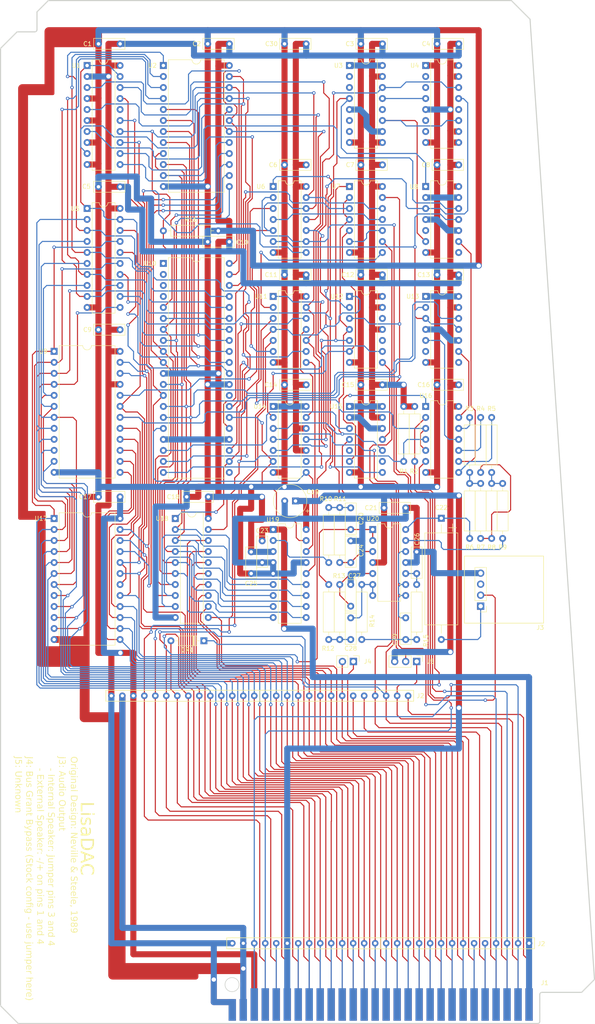
<source format=kicad_pcb>
(kicad_pcb (version 20221018) (generator pcbnew)
  (title_block (title "LisaDAC") (date "2023-12-11") (rev "1.0"))
  (layers (0 "F.Cu" signal) (31 "B.Cu" signal) (34 "B.Paste" user) (35 "F.Paste" user) (36 "B.SilkS" user "B.Silkscreen") (37 "F.SilkS" user "F.Silkscreen") (38 "B.Mask" user) (39 "F.Mask" user) (44 "Edge.Cuts" user))
  (net 0 "")
  (net 1 "-15V")
  (net 2 "+12V")
  (net 3 "Net-(U20A--)")
  (net 4 "Net-(C20-Pad2)")
  (net 5 "Net-(C22-Pad1)")
  (net 6 "Net-(J3-Pin_1)")
  (net 7 "-5V")
  (net 8 "Net-(U20A-+)")
  (net 9 "Net-(U20B-+)")
  (net 10 "Net-(U20B--)")
  (net 11 "GND")
  (net 12 "Net-(C28-Pad2)")
  (net 13 "Net-(U20C--)")
  (net 14 "Net-(C29-Pad2)")
  (net 15 "{slash}IAKn")
  (net 17 "{slash}VPA")
  (net 18 "/-12V")
  (net 19 "{slash}SLn")
  (net 20 "{slash}SHn")
  (net 21 "{slash}INTn")
  (net 22 "{slash}RESET")
  (net 23 "+5V")
  (net 24 "CPUCK")
  (net 25 "/{slash}LDMA")
  (net 26 "/{slash}BGACK")
  (net 27 "/E")
  (net 28 "/{slash}BR")
  (net 29 "{slash}BGINn")
  (net 30 "{slash}BGOUTn")
  (net 31 "/BD15")
  (net 32 "/BD14")
  (net 33 "/BD13")
  (net 34 "/BD12")
  (net 35 "/BD11")
  (net 36 "/BD10")
  (net 37 "/BD9")
  (net 38 "/BD8")
  (net 39 "/BD7")
  (net 40 "/BD6")
  (net 41 "/BD5")
  (net 42 "/BD4")
  (net 43 "/BD3")
  (net 44 "/BD2")
  (net 47 "/BD1")
  (net 48 "/BD0")
  (net 51 "/BA1")
  (net 52 "/BA2")
  (net 53 "/BA3")
  (net 54 "/BA4")
  (net 56 "/BA5")
  (net 57 "/BA6")
  (net 58 "/BA7")
  (net 59 "/BA8")
  (net 60 "/BA9")
  (net 63 "/BA10")
  (net 64 "/BA11")
  (net 67 "BA12")
  (net 68 "/{slash}VMA")
  (net 69 "{slash}DTACK")
  (net 70 "/{slash}AS")
  (net 72 "READ")
  (net 73 "{slash}LDS")
  (net 74 "{slash}UDS")
  (net 75 "SPKRIN")
  (net 77 "Net-(J5-Pin_2)")
  (net 78 "TRN_ENABLE")
  (net 79 "Net-(R3-Pad1)")
  (net 80 "Net-(R3-Pad2)")
  (net 81 "Net-(R4-Pad1)")
  (net 82 "Net-(R4-Pad2)")
  (net 83 "Net-(R5-Pad1)")
  (net 84 "Net-(R5-Pad2)")
  (net 85 "Net-(U20D--)")
  (net 86 "VOUT")
  (net 87 "A15")
  (net 88 "/A10")
  (net 89 "/A9")
  (net 90 "/A8")
  (net 91 "{slash}WR")
  (net 92 "CARD_UDS_ASSERT")
  (net 93 "MREQ_ALT_ENA")
  (net 94 "{slash}IORQ")
  (net 95 "/A7")
  (net 96 "/A6")
  (net 97 "/A5")
  (net 98 "/A4")
  (net 99 "/A3")
  (net 100 "/A2")
  (net 101 "/A1")
  (net 102 "/A0")
  (net 103 "D0")
  (net 104 "D1")
  (net 105 "D2")
  (net 106 "/D3")
  (net 107 "/D4")
  (net 108 "/D5")
  (net 109 "/D6")
  (net 110 "/D7")
  (net 111 "SRAM_ENABLE")
  (net 112 "{slash}CTR_LOAD")
  (net 113 "Net-(U3-~{BO})")
  (net 114 "CTR_CLR")
  (net 115 "{slash}CTR_BO")
  (net 116 "Net-(U12-Pad2)")
  (net 117 "{slash}U9_OE")
  (net 118 "Net-(U6-Pad4)")
  (net 119 "Net-(U13A-C)")
  (net 120 "AUX_ROM_VPP")
  (net 121 "Net-(U14A-C)")
  (net 122 "{slash}BUSREQ")
  (net 123 "Net-(U14A-D)")
  (net 124 "Net-(U7-Pad10)")
  (net 125 "Net-(U11-Pad2)")
  (net 126 "Net-(U8B-Q)")
  (net 127 "{slash}DAC_LDAC")
  (net 129 "{slash}HALT")
  (net 130 "{slash}BUSACK")
  (net 132 "{slash}DAC_RST")
  (net 133 "{slash}M1")
  (net 134 "Net-(U15B-~{Q})")
  (net 135 "Net-(U11-Pad3)")
  (net 136 "{slash}DAC_CS")
  (net 137 "Net-(U14B-~{R})")
  (net 138 "Net-(U15B-C)")
  (net 139 "Net-(U13A-Q)")
  (net 140 "Net-(U13B-Q)")
  (net 141 "Net-(U15A-~{Q})")
  (net 155 "Net-(U20C-+)")
  (footprint "Resistor_THT_Custom:R_Axial_DIN0309_L9.0mm_D2.54mm_P12.70mm_Horizontal" (layer "F.Cu") (at 101.24 160.24 -90)
    (fp_text reference "R12")
    (fp_text value "6.8K")
  )
  (footprint "Capacitor_THT_Custom:C_Disc_D7.0mm_W2.3mm_P5.00mm" (layer "F.Cu") (at 91.02 114.12)
    (fp_text reference "C14")
    (fp_text value "0.1uF 50V\n")
  )
  (footprint "Capacitor_THT_Custom:C_Disc_D7.0mm_W2.3mm_P5.00mm" (layer "F.Cu") (at 91.02 63.34)
    (fp_text reference "C6")
    (fp_text value "0.1uF 50V\n")
  )
  (footprint "Capacitor_THT_Custom:C_Disc_D7.0mm_W2.3mm_P5.00mm" (layer "F.Cu") (at 48.02 101.4)
    (fp_text reference "C9")
    (fp_text value "0.1uF 50V\n")
  )
  (footprint "Resistor_THT_Custom:R_Axial_DIN0309_L9.0mm_D2.54mm_P12.70mm_Horizontal" (layer "F.Cu") (at 136.34 121.66 -90)
    (fp_text reference "R4")
    (fp_text value "100K")
  )
  (footprint "Capacitor_THT_Custom:C_Disc_D7.0mm_W2.3mm_P5.00mm" (layer "F.Cu") (at 48.03 35.4)
    (fp_text reference "C1")
    (fp_text value "0.1uF 50V\n")
  )
  (footprint "Package_DIP:DIP-14_W7.62mm" (layer "F.Cu") (at 123.64 68.34)
    (fp_text reference "U8")
    (fp_text value "74LS74")
  )
  (footprint "Capacitor_THT_Custom:C_Disc_D7.0mm_W2.3mm_P5.00mm" (layer "F.Cu") (at 126.26 63.34)
    (fp_text reference "C8")
    (fp_text value "0.1uF 50V\n")
  )
  (footprint "Package_DIP:DIP-24_W15.24mm" (layer "F.Cu") (at 37.78 145)
    (fp_text reference "U17")
    (fp_text value "2716")
  )
  (footprint "Capacitor_THT_Custom:C_Disc_D7.0mm_W2.3mm_P5.00mm" (layer "F.Cu") (at 73.26 81.1)
    (fp_text reference "C10")
    (fp_text value "0.1uF 50V\n")
  )
  (footprint "Resistor_THT_Custom:R_Axial_DIN0309_L9.0mm_D2.54mm_P12.70mm_Horizontal" (layer "F.Cu") (at 101.24 155.16 90)
    (fp_text reference "R10")
    (fp_text value "6.8K")
  )
  (footprint "Package_DIP:DIP-14_W7.62mm" (layer "F.Cu") (at 106.02 93.72)
    (fp_text reference "U12")
    (fp_text value "74LS04")
  )
  (footprint "Capacitor_THT_Custom:C_Disc_D7.0mm_W2.3mm_P5.00mm" (layer "F.Cu") (at 106.32 160.24 -90)
    (fp_text reference "C27")
    (fp_text value "4.7nF 50V\n")
  )
  (footprint "Package_DIP:DIP-20_W7.62mm" (layer "F.Cu") (at 45.4 40.4)
    (fp_text reference "U1")
    (fp_text value "74LS244")
  )
  (footprint "Resistor_THT_Custom:R_Axial_DIN0309_L9.0mm_D2.54mm_P12.70mm_Horizontal" (layer "F.Cu") (at 108.86 160.24 -90)
    (fp_text reference "R14")
    (fp_text value "6.8K")
  )
  (footprint "Capacitor_THT_Custom:C_Disc_D7.0mm_W2.3mm_P5.00mm" (layer "F.Cu") (at 73.27 35.4)
    (fp_text reference "C2")
    (fp_text value "0.1uF 50V\n")
  )
  (footprint "Capacitor_THT_Custom:C_Disc_D7.0mm_W2.3mm_P5.00mm" (layer "F.Cu") (at 96.02 35.4 180)
    (fp_text reference "C30")
    (fp_text value "330uF / 25V")
  )
  (footprint "Capacitor_THT_Custom:C_Disc_D7.0mm_W2.3mm_P5.00mm" (layer "F.Cu") (at 106.32 155.16 90)
    (fp_text reference "C24")
    (fp_text value "4.7nF 50V\n")
  )
  (footprint "Connector_PinHeader_2.54mm:PinHeader_1x03_P2.54mm_Vertical" (layer "F.Cu") (at 121.56 178.02 -90)
    (fp_text reference "J5")
    (fp_text value "High ROM Select")
  )
  (footprint "Resistor_THT_Custom:R_Axial_DIN0309_L9.0mm_D2.54mm_P12.70mm_Horizontal" (layer "F.Cu") (at 133.8 121.66 -90)
    (fp_text reference "R3")
    (fp_text value "100K")
  )
  (footprint "Capacitor_THT_Custom:C_Disc_D7.0mm_W2.3mm_P5.00mm" (layer "F.Cu") (at 48.02 68.4)
    (fp_text reference "C5")
    (fp_text value "0.1uF 50V\n")
  )
  (footprint "Package_DIP:DIP-24_W15.24mm" (layer "F.Cu") (at 37.78 106.4)
    (fp_text reference "U9")
    (fp_text value "2716")
  )
  (footprint "Capacitor_THT_Custom:C_Disc_D7.0mm_W2.3mm_P5.00mm" (layer "F.Cu") (at 114.02 142.54)
    (fp_text reference "C21")
    (fp_text value "0.1uF 50V")
  )
  (footprint "Package_DIP:DIP-16_W7.62mm" (layer "F.Cu") (at 106.02 40.4)
    (fp_text reference "U3")
    (fp_text value "74LS193")
  )
  (footprint "Resistor_THT_Custom:R_Axial_DIN0309_L9.0mm_D2.54mm_P12.70mm_Horizontal" (layer "F.Cu") (at 118.56 119.12 -90)
    (fp_text reference "R1")
    (fp_text value "1K")
  )
  (footprint "Package_DIP:DIP-14_W7.62mm" (layer "F.Cu") (at 106.02 68.34)
    (fp_text reference "U7")
    (fp_text value "74LS00")
  )
  (footprint "Capacitor_THT_Custom:C_Disc_D7.0mm_W2.3mm_P5.00mm" (layer "F.Cu") (at 68.41 140)
    (fp_text reference "C18")
    (fp_text value "0.1uF 50V\n")
  )
  (footprint "Connector_Custom:Apple_Lisa_ExpansionBus_CardEdge" (layer "F.Cu") (at 113.23691 257.21437)
    (fp_text reference "J1")
    (fp_text value "Lisa Expansion Card Edge")
  )
  (footprint "Connector_PinHeader_2.54mm:PinHeader_1x04_P2.54mm_Vertical" (layer "F.Cu") (at 136.34 165.24 180)
    (fp_text reference "J3")
    (fp_text value "Audio Connector")
  )
  (footprint "Package_DIP:DIP-18_W7.62mm" (layer "F.Cu") (at 88.4 147.54)
    (fp_text reference "U19")
    (fp_text value "AD7224LN")
  )
  (footprint "Package_DIP:DIP-14_W7.62mm" (layer "F.Cu") (at 111.4 147.54)
    (fp_text reference "U20")
    (fp_text value "LM324")
  )
  (footprint "Capacitor_THT_Custom:C_Disc_D7.0mm_W2.3mm_P5.00mm" (layer "F.Cu") (at 85.86 155.16 90)
    (fp_text reference "C23")
    (fp_text value "0.1uF 50V")
  )
  (footprint "Capacitor_THT_Custom:CP_Radial_D7.8mm_P2.50mm" (layer "F.Cu") (at 93.56 140.95 180)
    (fp_text reference "C19")
    (fp_text value "10uF 35V")
  )
  (footprint "Resistor_THT_Custom:R_Axial_DIN0309_L9.0mm_D2.54mm_P12.70mm_Horizontal" (layer "F.Cu") (at 136.34 136.9 -90)
    (fp_text reference "R7")
    (fp_text value "100K")
  )
  (footprint "Capacitor_THT_Custom:C_Disc_D7.0mm_W2.3mm_P5.00mm" (layer "F.Cu") (at 108.64 114.12)
    (fp_text reference "C15")
    (fp_text value "0.1uF 50V\n")
  )
  (footprint "Connector_PinHeader_2.54mm:PinHeader_1x02_P2.54mm_Vertical" (layer "F.Cu") (at 106.939 178.02 -90)
    (fp_text reference "J4")
    (fp_text value "Bus Grant Bypass")
  )
  (footprint "Package_DIP:DIP-14_W7.62mm" (layer "F.Cu") (at 106.02 119.12)
    (fp_text reference "U15")
    (fp_text value "74LS74")
  )
  (footprint "Package_DIP:DIP-20_W7.62mm" (layer "F.Cu") (at 65.78 145)
    (fp_text reference "U18")
    (fp_text value "74LS245")
  )
  (footprint "Capacitor_THT_Custom:C_Disc_D7.0mm_W2.3mm_P5.00mm" (layer "F.Cu") (at 48.02 140)
    (fp_text reference "C17")
    (fp_text value "0.1uF 50V\n")
  )
  (footprint "Resistor_THT_Custom:R_Axial_DIN0309_L9.0mm_D2.54mm_P12.70mm_Horizontal" (layer "F.Cu") (at 138.88 134.36 90)
    (fp_text reference "R5")
    (fp_text value "200K")
  )
  (footprint "Package_DIP:DIP-14_W7.62mm" (layer "F.Cu") (at 88.4 119.12)
    (fp_text reference "U14")
    (fp_text value "74LS74")
  )
  (footprint "Capacitor_THT_Custom:C_Disc_D7.0mm_W2.3mm_P5.00mm" (layer "F.Cu") (at 108.65 35.4)
    (fp_text reference "C3")
    (fp_text value "0.1uF 50V\n")
  )
  (footprint "Resistor_THT_Custom:R_Axial_DIN0309_L9.0mm_D2.54mm_P12.70mm_Horizontal" (layer "F.Cu") (at 141.42 149.6 90)
    (fp_text reference "R9")
    (fp_text value "200K")
  )
  (footprint "Capacitor_THT_Custom:C_Disc_D7.0mm_W2.3mm_P5.00mm" (layer "F.Cu") (at 121.56 157.7 90)
    (fp_text reference "C26")
    (fp_text value "4.7nF 50V\n")
  )
  (footprint "Package_DIP:DIP-24_W15.24mm" (layer "F.Cu") (at 63.02 40.4)
    (fp_text reference "U2")
    (fp_text value "6116")
  )
  (footprint "Package_DIP:DIP-14_W7.62mm" (layer "F.Cu") (at 123.64 119.12)
    (fp_text reference "U16")
    (fp_text value "7406")
  )
  (footprint "Resistor_THT_Custom:R_Axial_DIN0309_L9.0mm_D2.54mm_P12.70mm_Horizontal" (layer "F.Cu") (at 138.88 149.6 90)
    (fp_text reference "R8")
    (fp_text value "100K")
  )
  (footprint "Connector_Custom:Apple_Lisa_LisaDAC_ExpansionBus_PassThrough" (layer "F.Cu") (at 99.26691 214.376)
    (fp_text reference "J2")
    (fp_text value "LisaDAC Expansion Bus Pass-Through")
  )
  (footprint "Capacitor_THT_Custom:C_Disc_D7.0mm_W2.3mm_P5.00mm" (layer "F.Cu") (at 119.02 167.94 -90)
    (fp_text reference "C29")
    (fp_text value "4.7nF 50V\n")
  )
  (footprint "Capacitor_THT_Custom:C_Disc_D7.0mm_W2.3mm_P5.00mm" (layer "F.Cu") (at 126.26 114.12)
    (fp_text reference "C16")
    (fp_text value "0.1uF 50V\n")
  )
  (footprint "Capacitor_THT_Custom:C_Disc_D7.0mm_W2.3mm_P5.00mm" (layer "F.Cu") (at 91.02 88.72)
    (fp_text reference "C11")
    (fp_text value "0.1uF 50V\n")
  )
  (footprint "Package_DIP:DIP-14_W7.62mm" (layer "F.Cu") (at 123.64 93.72)
    (fp_text reference "U13")
    (fp_text value "74LS74")
  )
  (footprint "Resistor_THT_Custom:R_Axial_DIN0309_L9.0mm_D2.54mm_P12.70mm_Horizontal" (layer "F.Cu") (at 103.78 155.16 90)
    (fp_text reference "R11")
    (fp_text value "6.8K")
  )
  (footprint "Capacitor_THT_Custom:C_Disc_D7.0mm_W2.3mm_P5.00mm" (layer "F.Cu") (at 83.32 157.7 90)
    (fp_text reference "C25")
    (fp_text value "0.1uF 50V")
  )
  (footprint "Package_DIP:DIP-40_W15.24mm" (layer "F.Cu") (at 63.02 86.1)
    (fp_text reference "U10")
    (fp_text value "Z80CPU")
  )
  (footprint "Resistor_THT_Custom:R_Axial_DIN0309_L9.0mm_D2.54mm_P12.70mm_Horizontal" (layer "F.Cu") (at 63.02 78.56)
    (fp_text reference "R16")
    (fp_text value "1K")
  )
  (footprint "Package_DIP:DIP-14_W7.62mm" (layer "F.Cu") (at 88.4 68.34)
    (fp_text reference "U6")
    (fp_text value "74LS32")
  )
  (footprint "Resistor_THT_Custom:R_Axial_DIN0309_L9.0mm_D2.54mm_P12.70mm_Horizontal" (layer "F.Cu") (at 103.78 160.24 -90)
    (fp_text reference "R13")
    (fp_text value "6.8K")
  )
  (footprint "Resistor_THT_Custom:R_Axial_DIN0309_L9.0mm_D2.54mm_P12.70mm_Horizontal" (layer "F.Cu") (at 133.8 149.6 90)
    (fp_text reference "R6")
    (fp_text value "100K")
  )
  (footprint "Diode_THT:D_DO-35_SOD27_P7.62mm_Horizontal" (layer "F.Cu") (at 72.39 173.228 180)
    (fp_text reference "CR1")
    (fp_text value "1N4148")
  )
  (footprint "Resistor_THT_Custom:R_Axial_DIN0309_L9.0mm_D2.54mm_P12.70mm_Horizontal" (layer "F.Cu") (at 121.56 160.24 -90)
    (fp_text reference "R15")
    (fp_text value "6.8K")
  )
  (footprint "Capacitor_THT_Custom:C_Disc_D7.0mm_W2.3mm_P5.00mm" (layer "F.Cu") (at 126.27 88.72)
    (fp_text reference "C13")
    (fp_text value "0.1uF 50V\n")
  )
  (footprint "Package_DIP:DIP-16_W7.62mm" (layer "F.Cu") (at 123.64 40.4)
    (fp_text reference "U4")
    (fp_text value "74LS193")
  )
  (footprint "Package_DIP:DIP-20_W7.62mm" (layer "F.Cu") (at 45.4 73.4)
    (fp_text reference "U5")
    (fp_text value "74LS244")
  )
  (footprint "Capacitor_THT_Custom:C_Disc_D7.0mm_W2.3mm_P5.00mm" (layer "F.Cu") (at 106.32 147.54 90)
    (fp_text reference "C20")
    (fp_text value "0.01uF 1KV\n")
  )
  (footprint "Capacitor_THT_Custom:C_Disc_D7.0mm_W2.3mm_P5.00mm" (layer "F.Cu") (at 126.278 35.4)
    (fp_text reference "C4")
    (fp_text value "0.1uF 50V\n")
  )
  (footprint "Capacitor_THT_Custom:CP_Axial_L21.0mm_D7.6mm_P28.00mm_Horizontal" (layer "F.Cu") (at 127.25 144.94 -90)
    (fp_text reference "C22")
    (fp_text value "220uF / 16V")
  )
  (footprint "Package_DIP:DIP-14_W7.62mm" (layer "F.Cu") (at 88.4 93.72)
    (fp_text reference "U11")
    (fp_text value "74LS32")
  )
  (footprint "Capacitor_THT_Custom:C_Disc_D7.0mm_W2.3mm_P5.00mm" (layer "F.Cu") (at 108.65 63.34)
    (fp_text reference "C7")
    (fp_text value "0.1uF 50V\n")
  )
  (footprint "Capacitor_THT_Custom:C_Disc_D7.0mm_W2.3mm_P5.00mm" (layer "F.Cu") (at 108.64 88.72)
    (fp_text reference "C12")
    (fp_text value "0.1uF 50V\n")
  )
  (footprint "Capacitor_THT_Custom:C_Disc_D7.0mm_W2.3mm_P5.00mm" (layer "F.Cu") (at 106.32 167.94 -90)
    (fp_text reference "C28")
    (fp_text value "0.01uF 1KV\n")
  )
  (footprint "Resistor_THT_Custom:R_Axial_DIN0309_L9.0mm_D2.54mm_P12.70mm_Horizontal" (layer "F.Cu") (at 121.1 119.12 -90)
    (fp_text reference "R2")
    (fp_text value "1K")
  )
  (gr_rect (start 49.7332 184.658) (end 85.2932 187.198) (stroke (width 0.15)) (fill none) (layer "F.SilkS"))
  (gr_rect (start 132.588 153.67) (end 150.876 169.164) (stroke (width 0.15)) (fill none) (layer "F.SilkS"))
  (gr_rect (start 77.6732 241.808) (end 113.2332 244.348) (stroke (width 0.15)) (fill none) (layer "F.SilkS"))
  (gr_rect (start 113.2332 241.808) (end 148.7932 244.348) (stroke (width 0.15)) (fill none) (layer "F.SilkS"))
  (gr_rect (start 85.2932 184.658) (end 120.8532 187.198) (stroke (width 0.15)) (fill none) (layer "F.SilkS"))
  (gr_line (start 143.43881 25.4) (end 143.44231 25.4) (stroke (width 0.254)) (layer "Edge.Cuts"))
  (gr_line (start 33.31921 32.6296) (end 29.21922 32.6296) (stroke (width 0.254)) (layer "Edge.Cuts"))
  (gr_line (start 25.40115 36.43769) (end 29.21922 32.6296) (stroke (width 0.254)) (layer "Edge.Cuts"))
  (gr_line (start 29.50419 261.61447) (end 149.50638 261.61447) (stroke (width 0.254)) (layer "Edge.Cuts"))
  (gr_arc (start 150.00314 254.91195) (mid 150.149604 254.558409) (end 150.50316 254.41198) (stroke (width 0.254)) (layer "Edge.Cuts"))
  (gr_line (start 33.82061 28.0182) (end 36.43884 25.4) (stroke (width 0.254)) (layer "Edge.Cuts"))
  (gr_line (start 147.7532 29.71088) (end 162.64062 251.43846) (stroke (width 0.254)) (layer "Edge.Cuts"))
  (gr_arc (start 33.82069 32.12812) (mid 33.674243 32.481673) (end 33.32069 32.62812) (stroke (width 0.254)) (layer "Edge.Cuts"))
  (gr_line (start 33.82069 32.12812) (end 33.82061 28.0182) (stroke (width 0.254)) (layer "Edge.Cuts"))
  (gr_line (start 150.50316 254.41198) (end 159.67418 254.41237) (stroke (width 0.254)) (layer "Edge.Cuts"))
  (gr_line (start 25.4 257.5182) (end 29.50419 261.61447) (stroke (width 0.254)) (layer "Edge.Cuts"))
  (gr_line (start 36.43884 25.4) (end 143.43881 25.4) (stroke (width 0.254)) (layer "Edge.Cuts"))
  (gr_line (start 159.67472 254.41237) (end 162.64062 251.43846) (stroke (width 0.254)) (layer "Edge.Cuts"))
  (gr_arc (start 150.00639 261.11448) (mid 149.859943 261.468033) (end 149.50639 261.61448) (stroke (width 0.254)) (layer "Edge.Cuts"))
  (gr_line (start 143.44231 25.4) (end 147.7532 29.71088) (stroke (width 0.254)) (layer "Edge.Cuts"))
  (gr_line (start 25.4 257.5182) (end 25.4 36.4382) (stroke (width 0.254)) (layer "Edge.Cuts"))
  (gr_line (start 150.00638 261.11449) (end 150.00313 254.91196) (stroke (width 0.254)) (layer "Edge.Cuts"))
  (gr_circle (center 78.8924 252.6284) (end 80.518 252.6284) (stroke (width 0.15)) (fill none) (layer "Edge.Cuts"))
  (gr_text "J4: Bus Grant Bypass (Stock config - use jumper here)\nJ5: Unknown" (at 28.575 199.9234 270) (layer "F.SilkS") (effects (font (size 1.5 1.5)) (justify left bottom)))
  (gr_text "LisaDAC" (at 43.434 210.312 270) (layer "F.SilkS") (effects (font (size 3 3) (thickness 0.25)) (justify left bottom)))
  (gr_text "Original Design: Neville & Steele, 1989" (at 41.402 199.898 270) (layer "F.SilkS") (effects (font (size 1.5 1.5)) (justify left bottom)))
  (gr_text "J2" (at 150.368 243.205) (layer "F.SilkS") (effects (font (size 1 1))))
  (gr_text "J3: Audio Output\n    - Internal Speaker: Jumper pins 3 and 4\n    - External Speaker: -/+ on pins 1 and 4" (at 33.6296 199.9234 270) (layer "F.SilkS") (effects (font (size 1.5 1.5)) (justify left bottom)))
  (segment (start 56.08691 245.618) (end 56.08691 185.928) (width 1.4) (layer "F.Cu") (net 1))
  (segment (start 84.02691 245.618) (end 56.08691 245.618) (width 1.4) (layer "F.Cu") (net 1))
  (segment (start 53.086 176.022) (end 56.08691 176.022) (width 1.4) (layer "F.Cu") (net 1))
  (segment (start 84.02691 257.21437) (end 84.02691 245.618) (width 1.4) (layer "F.Cu") (net 1))
  (segment (start 56.08691 176.022) (end 56.08691 185.928) (width 1.4) (layer "F.Cu") (net 1))
  (via (at 53.086 176.022) (size 1.4) (drill 1) (layers "F.Cu" "B.Cu") (net 1))
  (segment (start 53.086 176.022) (end 49.276 176.022) (width 1.4) (layer "B.Cu") (net 1))
  (segment (start 49.276 145) (end 53.02 145) (width 1.4) (layer "B.Cu") (net 1))
  (segment (start 49.276 176.022) (end 49.276 145) (width 1.4) (layer "B.Cu") (net 1))
  (segment (start 53.02 145) (end 53.02 140) (width 1.4) (layer "B.Cu") (net 1))
  (segment (start 131.318 139.7) (end 131.318 188.722) (width 1.4) (layer "F.Cu") (net 2))
  (segment (start 93.56 140.95) (end 96.02 140.95) (width 1.4) (layer "F.Cu") (net 2))
  (segment (start 114.02 155.16) (end 111.4 155.16) (width 1.4) (layer "F.Cu") (net 2))
  (segment (start 96.02 140.95) (end 96.02 147.54) (width 1.4) (layer "F.Cu") (net 2))
  (segment (start 114.02 142.54) (end 114.02 155.16) (width 1.4) (layer "F.Cu") (net 2))
  (via (at 131.318 139.7) (size 1.4) (drill 1) (layers "F.Cu" "B.Cu") (net 2))
  (via (at 131.318 188.722) (size 1.4) (drill 1) (layers "F.Cu" "B.Cu") (net 2))
  (segment (start 100.33 139.7) (end 114.046 139.7) (width 1.4) (layer "B.Cu") (net 2))
  (segment (start 93.56 140.95) (end 99.08 140.95) (width 1.4) (layer "B.Cu") (net 2))
  (segment (start 91.64691 243.078) (end 91.64691 257.21437) (width 1.4) (layer "B.Cu") (net 2))
  (segment (start 131.318 198.12) (end 91.64691 198.12) (width 1.4) (layer "B.Cu") (net 2))
  (segment (start 114.046 139.7) (end 131.318 139.7) (width 1.4) (layer "B.Cu") (net 2))
  (segment (start 114.02 139.726) (end 114.046 139.7) (width 0.25) (layer "B.Cu") (net 2))
  (segment (start 91.64691 198.12) (end 91.64691 243.078) (width 1.4) (layer "B.Cu") (net 2))
  (segment (start 114.02 142.54) (end 114.02 139.726) (width 1.4) (layer "B.Cu") (net 2))
  (segment (start 131.318 188.722) (end 131.318 198.12) (width 1.4) (layer "B.Cu") (net 2))
  (segment (start 99.08 140.95) (end 100.33 139.7) (width 1.4) (layer "B.Cu") (net 2))
  (segment (start 99.856 147.54) (end 99.06 148.336) (width 0.254) (layer "F.Cu") (net 3))
  (segment (start 99.06 148.336) (end 99.06 158.06) (width 0.254) (layer "F.Cu") (net 3))
  (segment (start 111.4 150.08) (end 111.4 147.54) (width 0.254) (layer "F.Cu") (net 3))
  (segment (start 111.4 147.54) (end 106.32 147.54) (width 0.254) (layer "F.Cu") (net 3))
  (segment (start 99.06 158.06) (end 101.24 160.24) (width 0.254) (layer "F.Cu") (net 3))
  (segment (start 106.32 147.54) (end 99.856 147.54) (width 0.254) (layer "F.Cu") (net 3))
  (segment (start 103.78 142.46) (end 106.24 142.46) (width 0.254) (layer "B.Cu") (net 4))
  (segment (start 106.24 142.46) (end 106.32 142.54) (width 0.254) (layer "B.Cu") (net 4))
  (segment (start 101.24 142.46) (end 103.78 142.46) (width 0.254) (layer "B.Cu") (net 4))
  (segment (start 133.8 149.6) (end 133.8 145.738) (width 0.254) (layer "B.Cu") (net 5))
  (segment (start 121.62 144.94) (end 127.25 144.94) (width 0.254) (layer "B.Cu") (net 5))
  (segment (start 119.02 147.54) (end 121.62 144.94) (width 0.254) (layer "B.Cu") (net 5))
  (segment (start 133.8 145.738) (end 133.002 144.94) (width 0.254) (layer "B.Cu") (net 5))
  (segment (start 133.002 144.94) (end 127.25 144.94) (width 0.254) (layer "B.Cu") (net 5))
  (segment (start 136.34 165.24) (end 136.34 172.27) (width 0.254) (layer "B.Cu") (net 6))
  (segment (start 136.34 172.27) (end 135.67 172.94) (width 0.254) (layer "B.Cu") (net 6))
  (segment (start 135.67 172.94) (end 127.25 172.94) (width 0.254) (layer "B.Cu") (net 6))
  (segment (start 85.86 150.16) (end 85.852 150.152) (width 0.25) (layer "F.Cu") (net 7))
  (segment (start 85.852 147.54) (end 88.4 147.54) (width 1.4) (layer "F.Cu") (net 7))
  (segment (start 85.852 150.152) (end 85.852 147.54) (width 1.4) (layer "F.Cu") (net 7))
  (segment (start 90.932 147.54) (end 90.932 170.434) (width 1.4) (layer "F.Cu") (net 7))
  (segment (start 88.4 147.54) (end 90.932 147.54) (width 1.4) (layer "F.Cu") (net 7))
  (via (at 90.932 170.434) (size 1.4) (drill 1) (layers "F.Cu" "B.Cu") (net 7))
  (segment (start 147.52691 181.65709) (end 147.52691 243.078) (width 1.4) (layer "B.Cu") (net 7))
  (segment (start 147.47982 181.61) (end 147.52691 181.65709) (width 1.4) (layer "B.Cu") (net 7))
  (segment (start 90.932 170.434) (end 97.536 170.434) (width 1.4) (layer "B.Cu") (net 7))
  (segment (start 97.536 170.434) (end 97.536 181.61) (width 1.4) (layer "B.Cu") (net 7))
  (segment (start 97.536 181.61) (end 147.47982 181.61) (width 1.4) (layer "B.Cu") (net 7))
  (segment (start 147.52691 243.078) (end 147.52691 257.21437) (width 1.4) (layer "B.Cu") (net 7))
  (segment (start 103.78 155.16) (end 106.32 155.16) (width 0.254) (layer "F.Cu") (net 8))
  (segment (start 106.32 155.16) (end 108.86 152.62) (width 0.254) (layer "F.Cu") (net 8))
  (segment (start 108.86 152.62) (end 111.4 152.62) (width 0.254) (layer "F.Cu") (net 8))
  (segment (start 106.32 157.7) (end 111.4 157.7) (width 0.254) (layer "F.Cu") (net 9))
  (segment (start 103.78 160.24) (end 106.32 157.7) (width 0.254) (layer "F.Cu") (net 9))
  (segment (start 103.78 162.7) (end 106.32 165.24) (width 0.254) (layer "F.Cu") (net 9))
  (segment (start 103.78 160.24) (end 103.78 162.7) (width 0.254) (layer "F.Cu") (net 9))
  (segment (start 111.4 162.78) (end 111.4 160.24) (width 0.254) (layer "B.Cu") (net 10))
  (segment (start 108.86 167.335) (end 108.255 167.94) (width 0.254) (layer "B.Cu") (net 10))
  (segment (start 111.4 160.24) (end 108.86 160.24) (width 0.254) (layer "B.Cu") (net 10))
  (segment (start 108.255 167.94) (end 106.32 167.94) (width 0.254) (layer "B.Cu") (net 10))
  (segment (start 108.86 160.24) (end 108.86 167.335) (width 0.254) (layer "B.Cu") (net 10))
  (segment (start 88.4 108.96) (end 90.9886 108.96) (width 1.4) (layer "F.Cu") (net 11))
  (segment (start 73.26 81.1) (end 73.26 137.668) (width 1.4) (layer "F.Cu") (net 11))
  (segment (start 91.02 83.7946) (end 91.02 88.72) (width 1.4) (layer "F.Cu") (net 11))
  (segment (start 126.258 40.4) (end 126.278 40.38) (width 1.4) (layer "F.Cu") (net 11))
  (segment (start 126.128 58.18) (end 126.278 58.33) (width 1.4) (layer "F.Cu") (net 11))
  (segment (start 108.64 109.1438) (end 108.64 114.12) (width 1.4) (layer "F.Cu") (net 11))
  (segment (start 108.64 114.12) (end 108.64 121.4882) (width 1.4) (layer "F.Cu") (net 11))
  (segment (start 45.4 96.26) (end 47.88 96.26) (width 1.4) (layer "F.Cu") (net 11))
  (segment (start 47.88 96.26) (end 48.02 96.4) (width 1.4) (layer "F.Cu") (net 11))
  (segment (start 45.4 58.18) (end 47.96 58.18) (width 1.4) (layer "F.Cu") (net 11))
  (segment (start 47.84 53.1) (end 48.03 53.29) (width 1.4) (layer "F.Cu") (net 11))
  (segment (start 135.89 33.528) (end 135.89 86.614) (width 1.4) (layer "F.Cu") (net 11))
  (segment (start 48.03 47.93) (end 48.03 53.29) (width 1.4) (layer "F.Cu") (net 11))
  (segment (start 88.4 83.58) (end 90.8054 83.58) (width 1.4) (layer "F.Cu") (net 11))
  (segment (start 73.2714 32.2498) (end 73.2714 35.3918) (width 1.4) (layer "F.Cu") (net 11))
  (segment (start 91.0214 32.2498) (end 91.0214 35.3918) (width 1.4) (layer "F.Cu") (net 11))
  (segment (start 108.64 121.4882) (end 108.64 134.2898) (width 1.4) (layer "F.Cu") (net 11))
  (segment (start 45.4 53.1) (end 47.84 53.1) (width 1.4) (layer "F.Cu") (net 11))
  (segment (start 73.26 137.668) (end 71.1 137.668) (width 1.4) (layer "F.Cu") (net 11))
  (segment (start 47.83 63.26) (end 48.03 63.06) (width 1.4) (layer "F.Cu") (net 11))
  (segment (start 91.02 108.9914) (end 91.02 114.12) (width 1.4) (layer "F.Cu") (net 11))
  (segment (start 48.02 96.4) (end 48.02 101.4) (width 1.4) (layer "F.Cu") (net 11))
  (segment (start 108.65 63.34) (end 108.65 83.439) (width 1.4) (layer "F.Cu") (net 11))
  (segment (start 108.65 58.0644) (end 108.65 63.34) (width 1.4) (layer "F.Cu") (net 11))
  (segment (start 106.02 58.18) (end 108.5344 58.18) (width 1.4) (layer "F.Cu") (net 11))
  (segment (start 126.278 58.33) (end 126.278 83.42) (width 1.4) (layer "F.Cu") (net 11))
  (segment (start 123.64 58.18) (end 126.128 58.18) (width 1.4) (layer "F.Cu") (net 11))
  (segment (start 91.02 88.72) (end 91.02 108.9914) (width 1.4) (layer "F.Cu") (net 11))
  (segment (start 48.03 68.39) (end 48.02 68.4) (width 1.4) (layer "F.Cu") (net 11))
  (segment (start 108.4562 108.96) (end 108.64 109.1438) (width 1.4) (layer "F.Cu") (net 11))
  (segment (start 135.89 32.2498) (end 135.89 33.528) (width 1.4) (layer "F.Cu") (net 11))
  (segment (start 108.509 83.58) (end 108.65 83.439) (width 1.4) (layer "F.Cu") (net 11))
  (segment (start 126.278 109.06) (end 126.278 134.59) (width 1.4) (layer "F.Cu") (net 11))
  (segment (start 48.03 53.29) (end 48.03 58.11) (width 1.4) (layer "F.Cu") (net 11))
  (segment (start 48.02 68.4) (end 48.02 96.4) (width 1.4) (layer "F.Cu") (net 11))
  (segment (start 108.64 134.2898) (end 108.64 137.698) (width 1.4) (layer "F.Cu") (net 11))
  (segment (start 108.65 83.439) (end 108.65 88.71) (width 1.4) (layer "F.Cu") (net 11))
  (segment (start 91.014 134.36) (end 91.02 134.366) (width 1.4) (layer "F.Cu") (net 11))
  (segment (start 71.1 137.668) (end 71.1 140) (width 1.4) (layer "F.Cu") (net 11))
  (segment (start 48.0314 35.3918) (end 48.0314 32.2738) (width 1.4) (layer "F.Cu") (net 11))
  (segment (start 81.48691 258.46437) (end 81.48691 248.92) (width 1.4) (layer "F.Cu") (net 11))
  (segment (start 91.02 35.4) (end 91.02 63.34) (width 1.4) (layer "F.Cu") (net 11))
  (segment (start 73.27 81.09) (end 73.26 81.1) (width 1.4) (layer "F.Cu") (net 11))
  (segment (start 126.118 83.58) (end 126.278 83.42) (width 1.4) (layer "F.Cu") (net 11))
  (segment (start 80.772 142.748) (end 83.312 142.748) (width 1.4) (layer "F.Cu") (net 11))
  (segment (start 108.65 35.4) (end 108.65 58.0644) (width 1.4) (layer "F.Cu") (net 11))
  (segment (start 71.1 140) (end 68.41 140) (width 1.4) (layer "F.Cu") (net 11))
  (segment (start 45.2628 140) (end 45.2628 174.4472) (width 1.4) (layer "F.Cu") (net 11))
  (segment (start 108.65 88.71) (end 108.64 88.72) (width 1.4) (layer "F.Cu") (net 11))
  (segment (start 106.02 134.36) (end 108.5698 134.36) (width 1.4) (layer "F.Cu") (net 11))
  (segment (start 45.4 48.02) (end 47.94 48.02) (width 1.4) (layer "F.Cu") (net 11))
  (segment (start 108.4682 121.66) (end 108.64 121.4882) (width 1.4) (layer "F.Cu") (net 11))
  (segment (start 119.02 142.54) (end 121.56 142.54) (width 1.4) (layer "F.Cu") (net 11))
  (segment (start 126.278 40.38) (end 126.278 58.33) (width 1.4) (layer "F.Cu") (net 11))
  (segment (start 108.5344 58.18) (end 108.65 58.0644) (width 1.4) (layer "F.Cu") (net 11))
  (segment (start 108.6514 32.2498) (end 126.2794 32.2498) (width 1.4) (layer "F.Cu") (net 11))
  (segment (start 47.94 48.02) (end 48.03 47.93) (width 1.4) (layer "F.Cu") (net 11))
  (segment (start 48.0554 32.2498) (end 73.2714 32.2498) (width 1.4) (layer "F.Cu") (net 11))
  (segment (start 73.27 35.4) (end 73.27 81.09) (width 1.4) (layer "F.Cu") (net 11))
  (segment (start 47.96 58.18) (end 48.03 58.11) (width 1.4) (layer "F.Cu") (net 11))
  (segment (start 126.278 83.42) (end 126.278 109.06) (width 1.4) (layer "F.Cu") (net 11))
  (segment (start 48.03 58.11) (end 48.03 63.06) (width 1.4) (layer "F.Cu") (net 11))
  (segment (start 126.2794 32.2498) (end 126.2794 35.3918) (width 1.4) (layer "F.Cu") (net 11))
  (segment (start 48.02 140) (end 45.2628 140) (width 1.4) (layer "F.Cu") (net 11))
  (segment (start 73.2714 32.2498) (end 91.0214 32.2498) (width 1.4) (layer "F.Cu") (net 11))
  (segment (start 45.4 63.26) (end 47.83 63.26) (width 1.4) (layer "F.Cu") (net 11))
  (segment (start 80.772 157.7) (end 80.772 142.748) (width 1.4) (layer "F.Cu") (net 11))
  (segment (start 126.048 134.36) (end 126.278 134.59) (width 1.4) (layer "F.Cu") (net 11))
  (segment (start 81.48691 248.92) (end 51.308 248.92) (width 0.25) (layer "F.Cu") (net 11))
  (segment (start 108.64 88.72) (end 108.64 109.1438) (width 1.4) (layer "F.Cu") (net 11))
  (segment (start 123.64 134.36) (end 126.048 134.36) (width 1.4) (layer "F.Cu") (net 11))
  (segment (start 48.03 35.4) (end 48.03 47.93) (width 1.4) (layer "F.Cu") (net 11))
  (segment (start 91.0214 32.2498) (end 108.6514 32.2498) (width 1.4) (layer "F.Cu") (net 11))
  (segment (start 106.02 121.66) (end 108.4682 121.66) (width 1.4) (layer "F.Cu") (net 11))
  (segment (start 126.278 134.59) (end 126.278 137.698) (width 1.4) (layer "F.Cu") (net 11))
  (segment (start 48.02 101.4) (end 48.02 140) (width 1.4) (layer "F.Cu") (net 11))
  (segment (start 108.5698 134.36) (end 108.64 134.2898) (width 1.4) (layer "F.Cu") (net 11))
  (segment (start 123.64 40.4) (end 126.258 40.4) (width 1.4) (layer "F.Cu") (net 11))
  (segment (start 91.02 63.34) (end 91.02 83.7946) (width 1.4) (layer "F.Cu") (net 11))
  (segment (start 106.02 108.96) (end 108.4562 108.96) (width 1.4) (layer "F.Cu") (net 11))
  (segment (start 123.64 108.96) (end 126.178 108.96) (width 1.4) (layer "F.Cu") (net 11))
  (segment (start 126.2794 32.2498) (end 135.89 32.2498) (width 1.4) (layer "F.Cu") (net 11))
  (segment (start 91.02 134.366) (end 91.02 137.698) (width 1.4) (layer "F.Cu") (net 11))
  (segment (start 90.9886 108.96) (end 91.02 108.9914) (width 1.4) (layer "F.Cu") (net 11))
  (segment (start 126.178 108.96) (end 126.278 109.06) (width 1.4) (layer "F.Cu") (net 11))
  (segment (start 83.312 142.748) (end 83.312 137.668) (width 1.4) (layer "F.Cu") (net 11))
  (segment (start 123.64 83.58) (end 126.118 83.58) (width 1.4) (layer "F.Cu") (net 11))
  (segment (start 126.278 35.4) (end 126.278 40.38) (width 1.4) (layer "F.Cu") (net 11))
  (segment (start 48.03 63.06) (end 48.03 68.39) (width 1.4) (layer "F.Cu") (net 11))
  (segment (start 90.8054 83.58) (end 91.02 83.7946) (width 1.4) (layer "F.Cu") (net 11))
  (segment (start 91.02 114.12) (end 91.02 134.366) (width 1.4) (layer "F.Cu") (net 11))
  (segment (start 121.56 142.54) (end 121.56 152.7) (width 1.4) (layer "F.Cu") (net 11))
  (segment (start 108.6514 32.2498) (end 108.6514 35.3918) (width 1.4) (layer "F.Cu") (net 11))
  (segment (start 88.4 134.36) (end 91.014 134.36) (width 1.4) (layer "F.Cu") (net 11))
  (segment (start 83.32 157.7) (end 80.772 157.7) (width 1.4) (layer "F.Cu") (net 11))
  (segment (start 106.02 83.58) (end 108.509 83.58) (width 1.4) (layer "F.Cu") (net 11))
  (via (at 91.02 137.698) (size 1.4) (drill 1) (layers "F.Cu" "B.Cu") (net 11))
  (via (at 126.278 137.698) (size 1.4) (drill 1) (layers "F.Cu" "B.Cu") (net 11))
  (via (at 83.312 137.668) (size 1.4) (drill 1) (layers "F.Cu" "B.Cu") (net 11))
  (via (at 135.89 86.614) (size 1.4) (drill 1) (layers "F.Cu" "B.Cu") (net 11))
  (via (at 81.48691 248.92) (size 1.4) (drill 1) (layers "F.Cu" "B.Cu") (net 11))
  (via (at 73.26 114.04) (size 1.4) (drill 1) (layers "F.Cu" "B.Cu") (net 11))
  (via (at 73.27 68.34) (size 1.4) (drill 1) (layers "F.Cu" "B.Cu") (net 11))
  (via (at 108.64 137.698) (size 1.4) (drill 1) (layers "F.Cu" "B.Cu") (net 11))
  (segment (start 96.02 155.16) (end 93.1418 155.16) (width 1.4) (layer "B.Cu") (net 11))
  (segment (start 108.64 86.686) (end 108.712 86.614) (width 0.25) (layer "B.Cu") (net 11))
  (segment (start 108.9914 145.034) (end 108.9914 150.1394) (width 1.4) (layer "B.Cu") (net 11))
  (segment (start 126.278 137.698) (end 68.58 137.698) (width 1.4) (layer "B.Cu") (net 11))
  (segment (start 91.02 32.258) (end 108.65 32.258) (width 1.4) (layer "B.Cu") (net 11))
  (segment (start 126.278 32.258) (end 126.278 35.4) (width 1.4) (layer "B.Cu") (net 11))
  (segment (start 79.629 155.16) (end 79.629 145.034) (width 1.4) (layer "B.Cu") (net 11))
  (segment (start 106.32 157.7892) (end 106.32 160.24) (width 1.4) (layer "B.Cu") (net 11))
  (segment (start 37.78 134.34) (end 48.02 134.34) (width 1.4) (layer "B.Cu") (net 11))
  (segment (start 60.198 71.12) (end 60.198 81.1) (width 1.4) (layer "B.Cu") (net 11))
  (segment (start 108.64 88.72) (end 108.64 86.686) (width 1.4) (layer "B.Cu") (net 11))
  (segment (start 48.02 134.34) (end 48.02 137.668) (width 1.4) (layer "B.Cu") (net 11))
  (segment (start 68.41 140) (end 68.41 142.24) (width 1.4) (layer "B.Cu") (net 11))
  (segment (start 108.198 121.66) (end 110.738 124.2) (width 1.4) (layer "B.Cu") (net 11))
  (segment (start 125.476 157.62) (end 125.476 152.7) (width 1.4) (layer "B.Cu") (net 11))
  (segment (start 48.05 137.698) (end 48.02 137.668) (width 0.25) (layer "B.Cu") (net 11))
  (segment (start 108.65 32.258) (end 126.278 32.258) (width 1.4) (layer "B.Cu") (net 11))
  (segment (start 61.214 164.874) (end 61.214 167.86) (width 1.4) (layer "B.Cu") (net 11))
  (segment (start 48.02 66.054) (end 48.006 66.04) (width 0.25) (layer "B.Cu") (net 11))
  (segment (start 91.02 86.702) (end 90.932 86.614) (width 0.25) (layer "B.Cu") (net 11))
  (segment (start 108.9708 150.16) (end 108.9914 150.1394) (width 0.25) (layer "B.Cu") (net 11))
  (segment (start 106.02 121.66) (end 108.198 121.66) (width 1.4) (layer "B.Cu") (net 11))
  (segment (start 81.48691 239.522) (end 81.48691 243.078) (width 1.4) (layer "B.Cu") (net 11))
  (segment (start 56.896 71.12) (end 60.198 71.12) (width 1.4) (layer "B.Cu") (net 11))
  (segment (start 73.26 78.56) (end 75.72 78.56) (width 1.4) (layer "B.Cu") (net 11))
  (segment (start 90.932 86.614) (end 108.712 86.614) (width 1.4) (layer "B.Cu") (net 11))
  (segment (start 83.32 157.7) (end 88.4 157.7) (width 1.4) (layer "B.Cu") (net 11))
  (segment (start 68.41 140) (end 68.41 137.868) (width 1.4) (layer "B.Cu") (net 11))
  (segment (start 88.4 157.7) (end 88.4 155.16) (width 1.4) (layer "B.Cu") (net 11))
  (segment (start 73.27 32.258) (end 91.02 32.258) (width 1.4) (layer "B.Cu") (net 11))
  (segment (start 83.746 78.56) (end 83.7438 78.5622) (width 0.25) (layer "B.Cu") (net 11))
  (segment (start 61.214 142.24) (end 61.214 164.846) (width 1.4) (layer "B.Cu") (net 11))
  (segment (start 81.48691 243.078) (end 81.48691 258.46437) (width 1.4) (layer "B.Cu") (net 11))
  (segment (start 88.4 155.16) (end 85.86 155.16) (width 1.4) (layer "B.Cu") (net 11))
  (segment (start 126.238 86.614) (end 135.89 86.614) (width 1.4) (layer "B.Cu") (net 11))
  (segment (start 108.712 86.614) (end 126.238 86.614) (width 1.4) (layer "B.Cu") (net 11))
  (segment (start 119.02 155.16) (end 121.56 155.16) (width 1.4) (layer "B.Cu") (net 11))
  (segment (start 73.27 32.258) (end 73.27 35.4) (width 1.4) (layer "B.Cu") (net 11))
  (segment (start 60.198 81.1) (end 73.26 81.1) (width 1.4) (layer "B.Cu") (net 11))
  (segment (start 125.476 152.7) (end 121.56 152.7) (width 1.4) (layer "B.Cu") (net 11))
  (segment (start 48.054 32.258) (end 73.27 32.258) (width 1.4) (layer "B.Cu") (net 11))
  (segment (start 108.65 32.258) (end 108.65 35.4) (width 1.4) (layer "B.Cu") (net 11))
  (segment (start 48.03 35.4) (end 48.03 32.282) (width 1.4) (layer "B.Cu") (net 11))
  (segment (start 83.7438 78.5622) (end 83.7438 86.614) (width 1.4) (layer "B.Cu") (net 11))
  (segment (start 91.02 32.258) (end 91.02 35.4) (width 1.4) (layer "B.Cu") (net 11))
  (segment (start 91.06 140.95) (end 91.06 145.034) (width 1.4) (layer "B.Cu") (net 11))
  (segment (start 48.02 68.4) (end 48.02 66.054) (width 1.4) (layer "B.Cu") (net 11))
  (segment (start 108.9914 145.034) (end 89.5858 145.034) (width 1.4) (layer "B.Cu") (net 11))
  (segment (start 75.72 78.56) (end 83.746 78.56) (width 1.4) (layer "B.Cu") (net 11))
  (segment (start 56.896 66.04) (end 56.896 71.12) (width 1.4) (layer "B.Cu") (net 11))
  (segment (start 93.1418 155.16) (end 93.1418 157.7) (width 1.4) (layer "B.Cu") (net 11))
  (segment (start 108.9914 150.1394) (end 108.9914 157.7086) (width 1.4) (layer "B.Cu") (net 11))
  (segment (start 68.41 137.868) (end 68.58 137.698) (width 0.25) (layer "B.Cu") (net 11))
  (segment (start 68.58 137.698) (end 48.05 137.698) (width 1.4) (layer "B.Cu") (net 11))
  (segment (start 73.26 114.04) (end 78.26 114.04) (width 1.4) (layer "B.Cu") (net 11))
  (segment (start 126.27 88.72) (end 126.27 86.646) (width 1.4) (layer "B.Cu") (net 11))
  (segment (start 79.629 155.16) (end 85.86 155.16) (width 1.4) (layer "B.Cu") (net 11))
  (segment (start 48.02 137.668) (end 48.02 140) (width 1.4) (layer "B.Cu") (net 11))
  (segment (start 91.02 88.72) (end 91.02 86.702) (width 1.4) (layer "B.Cu") (net 11))
  (segment (start 68.41 142.24) (end 61.214 142.24) (width 1.4) (layer "B.Cu") (net 11))
  (segment (start 108.9914 157.7086) (end 106.4006 157.7086) (width 1.4) (layer "B.Cu") (net 11))
  (segment (start 73.27 68.34) (end 63.02 68.34) (width 1.4) (layer "B.Cu") (net 11))
  (segment (start 48.006 66.04) (end 56.896 66.04) (width 1.4) (layer "B.Cu") (net 11))
  (segment (start 110.738 124.2) (end 113.64 124.2) (width 1.4) (layer "B.Cu") (net 11))
  (segment (start 79.629 145.034) (end 89.5858 145.034) (width 1.4) (layer "B.Cu") (net 11))
  (segment (start 121.56 155.16) (end 121.56 152.7) (width 1.4) (layer "B.Cu") (net 11))
  (segment (start 61.214 167.86) (end 65.78 167.86) (width 1.4) (layer "B.Cu") (net 11))
  (segment (start 93.1418 157.7) (end 88.4 157.7) (width 1.4) (layer "B.Cu") (net 11))
  (segment (start 83.7438 86.614) (end 90.932 86.614) (width 1.4) (layer "B.Cu") (net 11))
  (segment (start 106.4006 157.7086) (end 106.32 157.7892) (width 1.4) (layer "B.Cu") (net 11))
  (segment (start 106.32 150.16) (end 108.9708 150.16) (width 1.4) (layer "B.Cu") (net 11))
  (segment (start 119.02 145.034) (end 108.9914 145.034) (width 1.4) (layer "B.Cu") (net 11))
  (segment (start 119.02 142.54) (end 119.02 145.034) (width 1.4) (layer "B.Cu") (net 11))
  (segment (start 73.26 81.1) (end 73.26 78.56) (width 1.4) (layer "B.Cu") (net 11))
  (segment (start 53.54691 239.522) (end 81.48691 239.522) (width 1.4) (layer "B.Cu") (net 11))
  (segment (start 136.34 157.62) (end 125.476 157.62) (width 1.4) (layer "B.Cu") (net 11))
  (segment (start 91.06 145.034) (end 89.5858 145.034) (width 0.25) (layer "B.Cu") (net 11))
  (segment (start 53.54691 185.928) (end 53.54691 239.522) (width 1.4) (layer "B.Cu") (net 11))
  (segment (start 126.27 86.646) (end 126.238 86.614) (width 0.25) (layer "B.Cu") (net 11))
  (segment (start 101.24 172.94) (end 103.78 172.94) (width 0.254) (layer "B.Cu") (net 12))
  (segment (start 103.78 172.94) (end 106.32 172.94) (width 0.254) (layer "B.Cu") (net 12))
  (segment (start 117.348 160.782) (end 117.348 162.306) (width 0.254) (layer "B.Cu") (net 13))
  (segment (start 117.348 153.162) (end 117.348 159.766) (width 0.254) (layer "B.Cu") (net 13))
  (segment (start 117.822 162.78) (end 119.02 162.78) (width 0.254) (layer "B.Cu") (net 13))
  (segment (start 119.02 160.24) (end 117.89 160.24) (width 0.254) (layer "B.Cu") (net 13))
  (segment (start 117.89 160.24) (end 117.348 160.782) (width 0.254) (layer "B.Cu") (net 13))
  (segment (start 117.348 162.306) (end 117.822 162.78) (width 0.254) (layer "B.Cu") (net 13))
  (segment (start 119.02 162.78) (end 117.89 162.78) (width 0.254) (layer "B.Cu") (net 13))
  (segment (start 117.89 162.78) (end 117.348 163.322) (width 0.254) (layer "B.Cu") (net 13))
  (segment (start 117.348 163.322) (end 117.348 167.513) (width 0.254) (layer "B.Cu") (net 13))
  (segment (start 117.822 160.24) (end 119.02 160.24) (width 0.254) (layer "B.Cu") (net 13))
  (segment (start 117.348 167.513) (end 117.775 167.94) (width 0.254) (layer "B.Cu") (net 13))
  (segment (start 119.02 152.62) (end 117.89 152.62) (width 0.254) (layer "B.Cu") (net 13))
  (segment (start 117.348 159.766) (end 117.822 160.24) (width 0.254) (layer "B.Cu") (net 13))
  (segment (start 117.775 167.94) (end 119.02 167.94) (width 0.254) (layer "B.Cu") (net 13))
  (segment (start 117.89 152.62) (end 117.348 153.162) (width 0.254) (layer "B.Cu") (net 13))
  (segment (start 119.02 172.94) (end 121.56 172.94) (width 0.254) (layer "B.Cu") (net 14))
  (segment (start 108.86 172.94) (end 119.02 172.94) (width 0.254) (layer "B.Cu") (net 14))
  (segment (start 115.57 139.446) (end 105.156 139.446) (width 0.25) (layer "F.Cu") (net 15))
  (segment (start 116.332 140.208) (end 115.57 139.446) (width 0.25) (layer "F.Cu") (net 15))
  (segment (start 141.1732 193.04) (end 140.4112 192.278) (width 0.254) (layer "F.Cu") (net 15))
  (segment (start 114.50691 185.928) (end 114.50691 175.81509) (width 0.25) (layer "F.Cu") (net 15))
  (segment (start 104.394 138.684) (end 104.394 128.366) (width 0.25) (layer "F.Cu") (net 15))
  (segment (start 114.50691 191.39271) (end 114.50691 185.928) (width 0.254) (layer "F.Cu") (net 15))
  (segment (start 115.3922 192.278) (end 114.50691 191.39271) (width 0.254) (layer "F.Cu") (net 15))
  (segment (start 141.1732 245.8212) (end 141.1732 193.04) (width 0.254) (layer "F.Cu") (net 15))
  (segment (start 142.44691 257.21437) (end 142.44691 247.09491) (width 0.254) (layer "F.Cu") (net 15))
  (segment (start 142.44691 247.09491) (end 141.1732 245.8212) (width 0.254) (layer "F.Cu") (net 15))
  (segment (start 105.156 139.446) (end 104.394 138.684) (width 0.25) (layer "F.Cu") (net 15))
  (segment (start 140.4112 192.278) (end 115.3922 192.278) (width 0.254) (layer "F.Cu") (net 15))
  (segment (start 104.394 128.366) (end 106.02 126.74) (width 0.25) (layer "F.Cu") (net 15))
  (segment (start 114.50691 175.81509) (end 116.332 173.99) (width 0.25) (layer "F.Cu") (net 15))
  (segment (start 116.332 173.99) (end 116.332 140.208) (width 0.25) (layer "F.Cu") (net 15))
  (segment (start 94.5642 174.0662) (end 95.25 174.752) (width 0.25) (layer "B.Cu") (net 15))
  (segment (start 74.676 173.228) (end 75.5142 174.0662) (width 0.25) (layer "B.Cu") (net 15))
  (segment (start 72.39 173.228) (end 74.676 173.228) (width 0.25) (layer "B.Cu") (net 15))
  (segment (start 95.25 183.134) (end 96.012 183.896) (width 0.25) (layer "B.Cu") (net 15))
  (segment (start 75.5142 174.0662) (end 94.5642 174.0662) (width 0.25) (layer "B.Cu") (net 15))
  (segment (start 96.012 183.896) (end 112.47491 183.896) (width 0.25) (layer "B.Cu") (net 15))
  (segment (start 112.47491 183.896) (end 114.50691 185.928) (width 0.25) (layer "B.Cu") (net 15))
  (segment (start 95.25 174.752) (end 95.25 183.134) (width 0.25) (layer "B.Cu") (net 15))
  (segment (start 94.18691 247.34891) (end 92.9132 246.0752) (width 0.254) (layer "F.Cu") (net 17))
  (segment (start 94.18691 257.21437) (end 94.18691 247.34891) (width 0.254) (layer "F.Cu") (net 17))
  (segment (start 67.1576 211.582) (end 66.24691 210.67131) (width 0.254) (layer "F.Cu") (net 17))
  (segment (start 92.9132 246.0752) (end 92.9132 212.3694) (width 0.254) (layer "F.Cu") (net 17))
  (segment (start 64.77 184.45109) (end 64.77 173.228) (width 0.25) (layer "F.Cu") (net 17))
  (segment (start 92.1258 211.582) (end 67.1576 211.582) (width 0.254) (layer "F.Cu") (net 17))
  (segment (start 66.24691 185.928) (end 64.77 184.45109) (width 0.25) (layer "F.Cu") (net 17))
  (segment (start 92.9132 212.3694) (end 92.1258 211.582) (width 0.254) (layer "F.Cu") (net 17))
  (segment (start 66.24691 210.67131) (end 66.24691 185.928) (width 0.254) (layer "F.Cu") (net 17))
  (segment (start 147.52691 247.09491) (end 146.2532 245.8212) (width 0.254) (layer "F.Cu") (net 18))
  (segment (start 147.52691 257.21437) (end 147.52691 247.09491) (width 0.254) (layer "F.Cu") (net 18))
  (segment (start 119.58691 189.36071) (end 119.58691 185.928) (width 0.254) (layer "F.Cu") (net 18))
  (segment (start 145.4912 190.246) (end 120.4722 190.246) (width 0.254) (layer "F.Cu") (net 18))
  (segment (start 120.4722 190.246) (end 119.58691 189.36071) (width 0.254) (layer "F.Cu") (net 18))
  (segment (start 146.2532 245.8212) (end 146.2532 191.008) (width 0.254) (layer "F.Cu") (net 18))
  (segment (start 146.2532 191.008) (end 145.4912 190.246) (width 0.254) (layer "F.Cu") (net 18))
  (segment (start 120.904 139.446) (end 123.698 139.446) (width 0.254) (layer "F.Cu") (net 19))
  (segment (start 117.602 112.268) (end 117.602 112.776) (width 0.254) (layer "F.Cu") (net 19))
  (segment (start 117.602 112.776) (end 116.84 113.538) (width 0.254) (layer "F.Cu") (net 19))
  (segment (start 117.602 112.268) (end 117.602 100.076) (width 0.254) (layer "F.Cu") (net 19))
  (segment (start 120.142 135.382) (end 120.142 138.684) (width 0.254) (layer "F.Cu") (net 19))
  (segment (start 116.84 133.604) (end 117.602 134.366) (width 0.254) (layer "F.Cu") (net 19))
  (segment (start 58.166 122.428) (end 57.378 121.64) (width 0.254) (layer "F.Cu") (net 19))
  (segment (start 57.404 155.126) (end 57.404 147.066) (width 0.254) (layer "F.Cu") (net 19))
  (segment (start 53.02 155.16) (end 53.052 155.16) (width 0.2) (layer "F.Cu") (net 19))
  (segment (start 123.698 139.446) (end 124.714 140.462) (width 0.254) (layer "F.Cu") (net 19))
  (segment (start 124.714 185.42) (end 125.73 186.436) (width 0.254) (layer "F.Cu") (net 19))
  (segment (start 117.602 100.076) (end 117.602 71.374) (width 0.254) (layer "F.Cu") (net 19))
  (segment (start 117.602 134.366) (end 119.126 134.366) (width 0.254) (layer "F.Cu") (net 19))
  (segment (start 54.356 158.904) (end 53.02 160.24) (width 0.254) (layer "F.Cu") (net 19))
  (segment (start 53.052 155.16) (end 54.356 156.464) (width 0.254) (layer "F.Cu") (net 19))
  (segment (start 120.142 138.684) (end 120.904 139.446) (width 0.254) (layer "F.Cu") (net 19))
  (segment (start 117.602 71.374) (end 117.108 70.88) (width 0.254) (layer "F.Cu") (net 19))
  (segment (start 54.356 156.464) (end 54.356 158.904) (width 0.254) (layer "F.Cu") (net 19))
  (segment (start 125.73 186.436) (end 128.778 186.436) (width 0.254) (layer "F.Cu") (net 19))
  (segment (start 124.714 140.462) (end 124.714 185.42) (width 0.254) (layer "F.Cu") (net 19))
  (segment (start 57.404 147.066) (end 58.166 146.304) (width 0.254) (layer "F.Cu") (net 19))
  (segment (start 117.108 70.88) (end 113.64 70.88) (width 0.254) (layer "F.Cu") (net 19))
  (segment (start 128.778 186.436) (end 129.54 185.674) (width 0.254) (layer "F.Cu") (net 19))
  (segment (start 116.84 113.538) (end 116.84 133.604) (width 0.254) (layer "F.Cu") (net 19))
  (segment (start 129.54 185.674) (end 129.54 183.388) (width 0.254) (layer "F.Cu") (net 19))
  (segment (start 58.166 146.304) (end 58.166 122.428) (width 0.254) (layer "F.Cu") (net 19))
  (segment (start 119.126 134.366) (end 120.142 135.382) (width 0.254) (layer "F.Cu") (net 19))
  (segment (start 57.378 121.64) (end 53.02 121.64) (width 0.254) (layer "F.Cu") (net 19))
  (via (at 117.602 112.268) (size 0.8) (drill 0.4) (layers "F.Cu" "B.Cu") (net 19))
  (via (at 129.54 183.388) (size 0.8) (drill 0.4) (layers "F.Cu" "B.Cu") (net 19))
  (via (at 57.404 155.126) (size 0.8) (drill 0.4) (layers "F.Cu" "B.Cu") (net 19))
  (via (at 117.602 100.076) (size 0.8) (drill 0.4) (layers "F.Cu" "B.Cu") (net 19))
  (segment (start 82.042 119.634) (end 81.28 120.396) (width 0.254) (layer "B.Cu") (net 19))
  (segment (start 57.37 155.16) (end 53.02 155.16) (width 0.254) (layer "B.Cu") (net 19))
  (segment (start 83.058 117.094) (end 82.042 118.11) (width 0.254) (layer "B.Cu") (net 19))
  (segment (start 117.602 100.076) (end 110.744 100.076) (width 0.254) (layer "B.Cu") (net 19))
  (segment (start 81.28 120.396) (end 73.152 120.396) (width 0.254) (layer "B.Cu") (net 19))
  (segment (start 117.602 112.268) (end 104.394 112.268) (width 0.254) (layer "B.Cu") (net 19))
  (segment (start 103.632 116.332) (end 102.87 117.094) (width 0.254) (layer "B.Cu") (net 19))
  (segment (start 102.87 117.094) (end 83.058 117.094) (width 0.254) (layer "B.Cu") (net 19))
  (segment (start 72.644 120.904) (end 72.644 122.428) (width 0.254) (layer "B.Cu") (net 19))
  (segment (start 109.468 98.8) (end 106.02 98.8) (width 0.254) (layer "B.Cu") (net 19))
  (segment (start 73.152 120.396) (end 72.644 120.904) (width 0.254) (layer "B.Cu") (net 19))
  (segment (start 82.042 118.11) (end 82.042 119.634) (width 0.254) (layer "B.Cu") (net 19))
  (segment (start 58.674 122.936) (end 57.378 121.64) (width 0.254) (layer "B.Cu") (net 19))
  (segment (start 144.98691 183.84891) (end 144.526 183.388) (width 0.254) (layer "B.Cu") (net 19))
  (segment (start 72.644 122.428) (end 72.136 122.936) (width 0.254) (layer "B.Cu") (net 19))
  (segment (start 110.744 100.076) (end 109.468 98.8) (width 0.254) (layer "B.Cu") (net 19))
  (segment (start 72.136 122.936) (end 58.674 122.936) (width 0.254) (layer "B.Cu") (net 19))
  (segment (start 144.98691 257.21437) (end 144.98691 243.078) (width 0.254) (layer "B.Cu") (net 19))
  (segment (start 103.632 113.03) (end 103.632 116.332) (width 0.254) (layer "B.Cu") (net 19))
  (segment (start 144.526 183.388) (end 129.54 183.388) (width 0.254) (layer "B.Cu") (net 19))
  (segment (start 57.404 155.126) (end 57.37 155.16) (width 0.254) (layer "B.Cu") (net 19))
  (segment (start 104.394 112.268) (end 103.632 113.03) (width 0.254) (layer "B.Cu") (net 19))
  (segment (start 57.378 121.64) (end 53.02 121.64) (width 0.254) (layer "B.Cu") (net 19))
  (segment (start 144.98691 243.078) (end 144.98691 183.84891) (width 0.254) (layer "B.Cu") (net 19))
  (segment (start 117.04691 190.37671) (end 117.04691 185.928) (width 0.254) (layer "F.Cu") (net 20))
  (segment (start 117.9322 191.262) (end 117.04691 190.37671) (width 0.254) (layer "F.Cu") (net 20))
  (segment (start 143.7132 192.0494) (end 142.9258 191.262) (width 0.254) (layer "F.Cu") (net 20))
  (segment (start 143.7132 245.8212) (end 143.7132 192.0494) (width 0.254) (layer "F.Cu") (net 20))
  (segment (start 142.9258 191.262) (end 117.9322 191.262) (width 0.254) (layer "F.Cu") (net 20))
  (segment (start 144.98691 257.21437) (end 144.98691 247.09491) (width 0.254) (layer "F.Cu") (net 20))
  (segment (start 144.98691 247.09491) (end 143.7132 245.8212) (width 0.254) (layer "F.Cu") (net 20))
  (segment (start 121.56 182.732) (end 121.56 178.02) (width 0.254) (layer "F.Cu") (net 20))
  (segment (start 117.602 183.388) (end 120.904 183.388) (width 0.254) (layer "F.Cu") (net 20))
  (segment (start 117.04691 185.928) (end 117.04691 183.94309) (width 0.254) (layer "F.Cu") (net 20))
  (segment (start 117.04691 183.94309) (end 117.602 183.388) (width 0.254) (layer "F.Cu") (net 20))
  (segment (start 120.904 183.388) (end 121.56 182.732) (width 0.254) (layer "F.Cu") (net 20))
  (segment (start 125.222 139.954) (end 124.206 138.938) (width 0.25) (layer "F.Cu") (net 21))
  (segment (start 121.1 124.2) (end 121.1 131.82) (width 0.25) (layer "F.Cu") (net 21))
  (segment (start 125.222 184.15) (end 125.222 139.954) (width 0.25) (layer "F.Cu") (net 21))
  (segment (start 125.984 184.912) (end 125.222 184.15) (width 0.25) (layer "F.Cu") (net 21))
  (segment (start 124.206 138.938) (end 121.666 138.938) (width 0.25) (layer "F.Cu") (net 21))
  (segment (start 121.1 138.372) (end 121.1 131.82) (width 0.25) (layer "F.Cu") (net 21))
  (segment (start 123.64 121.66) (end 121.1 124.2) (width 0.25) (layer "F.Cu") (net 21))
  (segment (start 121.666 138.938) (end 121.1 138.372) (width 0.25) (layer "F.Cu") (net 21))
  (segment (start 128.016 184.912) (end 125.984 184.912) (width 0.25) (layer "F.Cu") (net 21))
  (via (at 128.016 184.912) (size 0.8) (drill 0.4) (layers "F.Cu" "B.Cu") (net 21))
  (segment (start 128.016 184.912) (end 141.986 184.912) (width 0.25) (layer "B.Cu") (net 21))
  (segment (start 142.44691 257.21437) (end 142.44691 243.078) (width 0.254) (layer "B.Cu") (net 21))
  (segment (start 141.986 184.912) (end 142.44691 185.37291) (width 0.25) (layer "B.Cu") (net 21))
  (segment (start 142.44691 185.37291) (end 142.44691 243.078) (width 0.25) (layer "B.Cu") (net 21))
  (segment (start 117.348 137.16) (end 116.586 136.398) (width 0.25) (layer "F.Cu") (net 22))
  (segment (start 117.348 174.244) (end 117.348 137.16) (width 0.25) (layer "F.Cu") (net 22))
  (segment (start 118.11 175.006) (end 117.348 174.244) (width 0.25) (layer "F.Cu") (net 22))
  (segment (start 123.698 187.96) (end 123.698 175.768) (width 0.25) (layer "F.Cu") (net 22))
  (segment (start 122.936 175.006) (end 118.11 175.006) (width 0.25) (layer "F.Cu") (net 22))
  (segment (start 123.698 175.768) (end 122.936 175.006) (width 0.25) (layer "F.Cu") (net 22))
  (segment (start 112.522 136.398) (end 111.76 135.636) (width 0.25) (layer "F.Cu") (net 22))
  (segment (start 116.586 136.398) (end 112.522 136.398) (width 0.25) (layer "F.Cu") (net 22))
  (segment (start 111.76 135.636) (end 111.76 129.286) (width 0.25) (layer "F.Cu") (net 22))
  (via (at 111.76 129.286) (size 0.8) (drill 0.4) (layers "F.Cu" "B.Cu") (net 22))
  (via (at 123.698 187.96) (size 0.8) (drill 0.4) (layers "F.Cu" "B.Cu") (net 22))
  (segment (start 101.346 125.476) (end 92.964 125.476) (width 0.25) (layer "B.Cu") (net 22))
  (segment (start 109.474 129.286) (end 108.204 128.016) (width 0.25) (layer "B.Cu") (net 22))
  (segment (start 139.90691 243.078) (end 139.90691 186.64291) (width 0.25) (layer "B.Cu") (net 22))
  (segment (start 111.76 129.286) (end 109.474 129.286) (width 0.25) (layer "B.Cu") (net 22))
  (segment (start 102.108 126.238) (end 101.346 125.476) (width 0.25) (layer "B.Cu") (net 22))
  (segment (start 126.492 187.96) (end 123.698 187.96) (width 0.25) (layer "B.Cu") (net 22))
  (segment (start 139.192 185.928) (end 128.524 185.928) (width 0.25) (layer "B.Cu") (net 22))
  (segment (start 91.7 126.74) (end 88.4 126.74) (width 0.25) (layer "B.Cu") (net 22))
  (segment (start 128.524 185.928) (end 126.492 187.96) (width 0.25) (layer "B.Cu") (net 22))
  (segment (start 139.90691 186.64291) (end 139.192 185.928) (width 0.25) (layer "B.Cu") (net 22))
  (segment (start 102.108 127.254) (end 102.108 126.238) (width 0.25) (layer "B.Cu") (net 22))
  (segment (start 102.87 128.016) (end 102.108 127.254) (width 0.25) (layer "B.Cu") (net 22))
  (segment (start 108.204 128.016) (end 102.87 128.016) (width 0.25) (layer "B.Cu") (net 22))
  (segment (start 139.90691 243.078) (end 139.90691 257.21437) (width 0.254) (layer "B.Cu") (net 22))
  (segment (start 92.964 125.476) (end 91.7 126.74) (width 0.25) (layer "B.Cu") (net 22))
  (segment (start 129.3368 68.4276) (end 129.3368 63.34) (width 1.4) (layer "F.Cu") (net 23))
  (segment (start 129.3368 88.72) (end 129.3368 78.613) (width 1.4) (layer "F.Cu") (net 23))
  (segment (start 93.6498 119.0498) (end 93.6498 124.2314) (width 1.4) (layer "F.Cu") (net 23))
  (segment (start 111.252 63.34) (end 113.65 63.34) (width 1.4) (layer "F.Cu") (net 23))
  (segment (start 129.3368 71.0692) (end 129.3368 68.4276) (width 1.4) (layer "F.Cu") (net 23))
  (segment (start 96.02 124.2) (end 93.6812 124.2) (width 1.4) (layer "F.Cu") (net 23))
  (segment (start 75.8558 40.4) (end 75.7428 40.513) (width 1.4) (layer "F.Cu") (net 23))
  (segment (start 111.252 40.3352) (end 111.252 42.8244) (width 1.4) (layer "F.Cu") (net 23))
  (segment (start 50.34 106.28) (end 50.34 114.02) (width 1.4) (layer "F.Cu") (net 23))
  (segment (start 113.64 96.26) (end 111.258 96.26) (width 1.4) (layer "F.Cu") (net 23))
  (segment (start 129.3368 119.1514) (end 129.3368 175.8188) (width 1.4) (layer "F.Cu") (net 23))
  (segment (start 78.27 35.4) (end 75.7428 35.4) (width 1.4) (layer "F.Cu") (net 23))
  (segment (start 96.02 68.34) (end 93.7604 68.34) (width 1.4) (layer "F.Cu") (net 23))
  (segment (start 83.32 145.288) (end 83.32 152.7) (width 1.4) (layer "F.Cu") (net 23))
  (segment (start 113.64 58.18) (end 111.3422 58.18) (width 1.4) (layer "F.Cu") (net 23))
  (segment (start 113.64 55.64) (end 111.3904 55.64) (width 1.4) (layer "F.Cu") (net 23))
  (segment (start 96.02 63.34) (end 93.622 63.34) (width 1.4) (layer "F.Cu") (net 23))
  (segment (start 111.252 63.34) (end 111.252 68.2752) (width 1.4) (layer "F.Cu") (net 23))
  (segment (start 75.825 126.74) (end 75.7428 126.8222) (width 1.4) (layer "F.Cu") (net 23))
  (segment (start 96.02 114.12) (end 93.6498 114.12) (width 1.4) (layer "F.Cu") (net 23))
  (segment (start 85.806 140) (end 85.806 145.288) (width 1.4) (layer "F.Cu") (net 23))
  (segment (start 50.34 68.4) (end 50.34 73.46) (width 1.4) (layer "F.Cu") (net 23))
  (segment (start 50.34 114.02) (end 53.02 114.02) (width 1.4) (layer "F.Cu") (net 23))
  (segment (start 48.006 176.022) (end 48.006 141.986) (width 1.4) (layer "F.Cu") (net 23))
  (segment (start 113.64 93.72) (end 111.2834 93.72) (width 1.4) (layer "F.Cu") (net 23))
  (segment (start 78.94691 256.667) (end 78.94691 258.46437) (width 1.4) (layer "F.Cu") (net 23))
  (segment (start 111.252 121.66) (end 113.64 121.66) (width 1.4) (layer "F.Cu") (net 23))
  (segment (start 131.26 119.12) (end 129.3682 119.12) (width 1.4) (layer "F.Cu") (net 23))
  (segment (start 111.252 58.0898) (end 111.252 63.34) (width 1.4) (layer "F.Cu") (net 23))
  (segment (start 53.03 35.4) (end 50.34 35.4) (width 1.4) (layer "F.Cu") (net 23))
  (segment (start 131.26 114.12) (end 129.3346 114.12) (width 1.4) (layer "F.Cu") (net 23))
  (segment (start 111.252 96.266) (end 111.252 101.346) (width 1.4) (layer "F.Cu") (net 23))
  (segment (start 74.676 256.667) (end 78.94691 256.667) (width 1.4) (layer "F.Cu") (net 23))
  (segment (start 129.3428 103.88) (end 129.3368 103.886) (width 1.4) (layer "F.Cu") (net 23))
  (segment (start 93.622 35.4) (end 93.622 63.34) (width 1.4) (layer "F.Cu") (net 23))
  (segment (start 111.2834 93.72) (end 111.252 93.7514) (width 1.4) (layer "F.Cu") (net 23))
  (segment (start 75.7428 81.1) (end 75.7428 126.8222) (width 1.4) (layer "F.Cu") (net 23))
  (segment (start 50.34 35.4) (end 50.34 40.64) (width 1.4) (layer "F.Cu") (net 23))
  (segment (start 111.252 35.4) (end 111.252 40.3352) (width 1.4) (layer "F.Cu") (net 23))
  (segment (start 129.3368 93.8784) (end 129.3368 88.72) (width 1.4) (layer "F.Cu") (net 23))
  (segment (start 129.4952 93.72) (end 129.3368 93.8784) (width 1.4) (layer "F.Cu") (net 23))
  (segment (start 50.4 73.4) (end 50.34 73.46) (width 1.4) (layer "F.Cu") (net 23))
  (segment (start 50.34 68.4) (end 53.02 68.4) (width 1.4) (layer "F.Cu") (net 23))
  (segment (start 129.5286 58.18) (end 129.3368 57.9882) (width 1.4) (layer "F.Cu") (net 23))
  (segment (start 129.5286 55.64) (end 129.3368 55.4482) (width 1.4) (layer "F.Cu") (net 23))
  (segment (start 129.526 70.88) (end 129.3368 71.0692) (width 1.4) (layer "F.Cu") (net 23))
  (segment (start 111.258 101.34) (end 111.252 101.346) (width 1.4) (layer "F.Cu") (net 23))
  (segment (start 73.41 140) (end 73.41 144.99) (width 1.4) (layer "F.Cu") (net 23))
  (segment (start 111.3168 68.34) (end 111.252 68.2752) (width 1.4) (layer "F.Cu") (net 23))
  (segment (start 111.252 101.346) (end 111.252 114.12) (width 1.4) (layer "F.Cu") (net 23))
  (segment (start 118.544 119.104) (end 118.544 114.12) (width 1.4) (layer "F.Cu") (net 23))
  (segment (start 131.26 55.64) (end 129.5286 55.64) (width 1.4) (layer "F.Cu") (net 23))
  (segment (start 93.7604 68.34) (end 93.622 68.4784) (width 1.4) (layer "F.Cu") (net 23))
  (segment (start 75.7428 76.2762) (end 78.26 76.2762) (width 1.4) (layer "F.Cu") (net 23))
  (segment (start 111.3422 58.18) (end 111.252 58.0898) (width 1.4) (layer "F.Cu") (net 23))
  (segment (start 131.26 40.4) (end 129.3762 40.4) (width 1.4) (layer "F.Cu") (net 23))
  (segment (start 93.72 119.12) (end 93.6498 119.0498) (width 1.4) (layer "F.Cu") (net 23))
  (segment (start 118.56 119.12) (end 118.544 119.104) (width 1.4) (layer "F.Cu") (net 23))
  (segment (start 129.4498 78.5) (end 129.3368 78.613) (width 1.4) (layer "F.Cu") (net 23))
  (segment (start 131.26 58.18) (end 129.5286 58.18) (width 1.4) (layer "F.Cu") (net 23))
  (segment (start 51.00691 176.022) (end 48.006 176.022) (width 1.4) (layer "F.Cu") (net 23))
  (segment (start 50.58 40.4) (end 50.34 40.64) (width 1.4) (layer "F.Cu") (net 23))
  (segment (start 93.6498 114.12) (end 93.6498 119.0498) (width 1.4) (layer "F.Cu") (net 23))
  (segment (start 129.3368 114.1222) (end 129.3368 103.886) (width 1.4) (layer "F.Cu") (net 23))
  (segment (start 93.622 63.34) (end 93.622 68.4784) (width 1.4) (layer "F.Cu") (net 23))
  (segment (start 129.3682 119.12) (end 129.3368 119.1514) (width 1.4) (layer "F.Cu") (net 23))
  (segment (start 50.34 101.4) (end 53.02 101.4) (width 1.4) (layer "F.Cu") (net 23))
  (segment (start 131.26 93.72) (end 129.4952 93.72) (width 1.4) (layer "F.Cu") (net 23))
  (segment (start 111.3904 55.64) (end 111.252 55.7784) (width 1.4) (layer "F.Cu") (net 23))
  (segment (start 50.34 101.4) (end 50.34 106.28) (width 1.4) (layer "F.Cu") (net 23))
  (segment (start 111.252 88.72) (end 113.64 88.72) (width 1.4) (layer "F.Cu") (net 23))
  (segment (start 48.006 141.986) (end 50.34 141.986) (width 1.4) (layer "F.Cu") (net 23))
  (segment (start 93.622 88.72) (end 96.02 88.72) (width 1.4) (layer "F.Cu") (net 23))
  (segment (start 78.26 40.4) (end 75.8558 40.4) (width 1.4) (layer "F.Cu") (net 23))
  (segment (start 113.64 119.12) (end 111.2834 119.12) (width 1.4) (layer "F.Cu") (net 23))
  (segment (start 111.252 119.1514) (end 111.252 121.66) (width 1.4) (layer "F.Cu") (net 23))
  (segment (start 129.3368 114.1222) (end 129.3368 119.1514) (width 1.4) (layer "F.Cu") (net 23))
  (segment (start 53.02 73.4) (end 50.4 73.4) (width 1.4) (layer "F.Cu") (net 23))
  (segment (start 50.34 141.986) (end 50.34 114.02) (width 1.4) (layer "F.Cu") (net 23))
  (segment (start 111.252 88.72) (end 111.252 93.7514) (width 1.4) (layer "F.Cu") (net 23))
  (segment (start 129.3368 42.7482) (end 129.3368 40.3606) (width 1.4) (layer "F.Cu") (net 23))
  (segment (start 129.3368 63.34) (end 129.3368 57.9882) (width 1.4) (layer "F.Cu") (net 23))
  (segment (start 111.252 42.8244) (end 111.252 55.7784) (width 1.4) (layer "F.Cu") (net 23))
  (segment (start 129.3368 63.34) (end 131.26 63.34) (width 1.4) (layer "F.Cu") (net 23))
  (segment (start 111.3168 40.4) (end 111.252 40.3352) (width 1.4) (layer "F.Cu") (net 23))
  (segment (start 78.26 76.2762) (end 78.26 81.1) (width 1.4) (layer "F.Cu") (net 23))
  (segment (start 113.64 68.34) (end 111.3168 68.34) (width 1.4) (layer "F.Cu") (net 23))
  (segment (start 74.676 251.46) (end 74.676 256.667) (width 1.4) (layer "F.Cu") (net 23))
  (segment (start 131.278 35.4) (end 131.184 35.306) (width 1.4) (layer "F.Cu") (net 23))
  (segment (start 93.6498 124.2314) (end 93.6498 129.28) (width 1.4) (layer "F.Cu") (net 23))
  (segment (start 131.26 96.26) (end 129.3936 96.26) (width 1.4) (layer "F.Cu") (net 23))
  (segment (start 131.26 78.5) (end 129.4498 78.5) (width 1.4) (layer "F.Cu") (net 23))
  (segment (start 113.64 40.4) (end 111.3168 40.4) (width 1.4) (layer "F.Cu") (net 23))
  (segment (start 93.622 68.4784) (end 93.622 88.72) (width 1.4) (layer "F.Cu") (net 23))
  (segment (start 50.34 73.46) (end 50.34 101.4) (width 1.4) (layer "F.Cu") (net 23))
  (segment (start 129.3368 55.4482) (end 129.3368 42.7482) (width 1.4) (layer "F.Cu") (net 23))
  (segment (start 88.4 119.12) (end 88.386 119.12) (width 0.25) (layer "F.Cu") (net 23))
  (segment (start 121.1 119.12) (end 118.56 119.12) (width 1.4) (layer "F.Cu") (net 23))
  (segment (start 93.7042 93.72) (end 93.622 93.8022) (width 1.4) (layer "F.Cu") (net 23))
  (segment (start 50.34 40.64) (end 50.34 68.4) (width 1.4) (layer "F.Cu") (net 23))
  (segment (start 50.46 106.4) (end 50.34 106.28) (width 1.4) (layer "F.Cu") (net 23))
  (segment (start 111.3676 42.94) (end 111.252 42.8244) (width 1.4) (layer "F.Cu") (net 23))
  (segment (start 78.26 126.74) (end 75.825 126.74) (width 1.4) (layer "F.Cu") (net 23))
  (segment (start 96.02 93.72) (end 93.7042 93.72) (width 1.4) (layer "F.Cu") (net 23))
  (segment (start 129.3936 96.26) (end 129.3368 96.3168) (width 1.4) (layer "F.Cu") (net 23))
  (segment (start 129.3368 78.613) (end 129.3368 71.0692) (width 1.4) (layer "F.Cu") (net 23))
  (segment (start 129.3368 35.4) (end 131.278 35.4) (width 1.4) (layer "F.Cu") (net 23))
  (segment (start 113.64 42.94) (end 111.3676 42.94) (width 1.4) (layer "F.Cu") (net 23))
  (segment (start 75.7428 40.513) (end 75.7428 76.2762) (width 1.4) (layer "F.Cu") (net 23))
  (segment (start 93.622 114.12) (end 96.02 114.12) (width 1.4) (layer "F.Cu") (net 23))
  (segment (start 131.26 70.88) (end 129.526 70.88) (width 1.4) (layer "F.Cu") (net 23))
  (segment (start 96.02 119.12) (end 93.72 119.12) (width 1.4) (layer "F.Cu") (net 23))
  (segment (start 111.2834 119.12) (end 111.252 119.1514) (width 1.4) (layer "F.Cu") (net 23))
  (segment (start 111.252 68.2752) (end 111.252 88.72) (width 1.4) (layer "F.Cu") (net 23))
  (segment (start 111.252 114.12) (end 113.64 114.12) (width 1.4) (layer "F.Cu") (net 23))
  (segment (start 131.26 103.88) (end 129.3428 103.88) (width 1.4) (layer "F.Cu") (net 23))
  (segment (start 93.622 88.72) (end 93.622 93.8022) (width 1.4) (layer "F.Cu") (net 23))
  (segment (start 96.02 35.4) (end 93.622 35.4) (width 1.4) (layer "F.Cu") (net 23))
  (segment (start 129.3368 103.886) (end 129.3368 96.3168) (width 1.4) (layer "F.Cu") (net 23))
  (segment (start 75.7428 140) (end 73.41 140) (width 1.4) (layer "F.Cu") (net 23))
  (segment (start 93.6498 129.28) (end 96.02 129.28) (width 1.4) (layer "F.Cu") (net 23))
  (segment (start 93.6812 124.2) (end 93.6498 124.2314) (width 1.4) (layer "F.Cu") (net 23))
  (segment (start 53.02 106.4) (end 50.46 106.4) (width 1.4) (layer "F.Cu") (net 23))
  (segment (start 51.00691 185.928) (end 51.00691 176.022) (width 1.4) (layer "F.Cu") (net 23))
  (segment (start 129.3368 57.9882) (end 129.3368 55.4482) (width 1.4) (layer "F.Cu") (net 23))
  (segment (start 111.252 55.7784) (end 111.252 58.0898) (width 1.4) (layer "F.Cu") (net 23))
  (segment (start 75.7428 126.8222) (end 75.7428 140) (width 1.4) (layer "F.Cu") (net 23))
  (segment (start 131.26 68.34) (end 129.4244 68.34) (width 1.4) (layer "F.Cu") (net 23))
  (segment (start 85.806 145.288) (end 83.32 145.288) (width 1.4) (layer "F.Cu") (net 23))
  (segment (start 75.7428 35.4) (end 75.7428 40.513) (width 1.4) (layer "F.Cu") (net 23))
  (segment (start 111.252 114.12) (end 111.252 119.1514) (width 1.4) (layer "F.Cu") (net 23))
  (segment (start 129.4244 68.34) (end 129.3368 68.4276) (width 1.4) (layer "F.Cu") (net 23))
  (segment (start 78.26 81.1) (end 75.7428 81.1) (width 1.4) (layer "F.Cu") (net 23))
  (segment (start 131.26 42.94) (end 129.5286 42.94) (width 1.4) (layer "F.Cu") (net 23))
  (segment (start 111.252 93.7514) (end 111.252 96.266) (width 1.4) (layer "F.Cu") (net 23))
  (segment (start 93.622 93.8022) (end 93.622 114.12) (width 1.4) (layer "F.Cu") (net 23))
  (segment (start 129.3762 40.4) (end 129.3368 40.3606) (width 1.4) (layer "F.Cu") (net 23))
  (segment (start 111.258 96.26) (end 111.252 96.266) (width 1.4) (layer "F.Cu") (net 23))
  (segment (start 129.3346 114.12) (end 129.3368 114.1222) (width 1.4) (layer "F.Cu") (net 23))
  (segment (start 129.3368 40.3606) (end 129.3368 35.4) (width 1.4) (layer "F.Cu") (net 23))
  (segment (start 129.3368 96.3168) (end 129.3368 93.8784) (width 1.4) (layer "F.Cu") (net 23))
  (segment (start 113.65 35.4) (end 111.252 35.4) (width 1.4) (layer "F.Cu") (net 23))
  (segment (start 73.41 144.99) (end 73.4 145) (width 1.4) (layer "F.Cu") (net 23))
  (segment (start 113.64 101.34) (end 111.258 101.34) (width 1.4) (layer "F.Cu") (net 23))
  (segment (start 129.5286 42.94) (end 129.3368 42.7482) (width 1.4) (layer "F.Cu") (net 23))
  (segment (start 129.3368 88.72) (end 131.27 88.72) (width 1.4) (layer "F.Cu") (net 23))
  (segment (start 53.02 40.4) (end 50.58 40.4) (width 1.4) (layer "F.Cu") (net 23))
  (via (at 118.544 114.12) (size 1.4) (drill 1) (layers "F.Cu" "B.Cu") (net 23))
  (via (at 129.3368 175.8188) (size 1.4) (drill 1) (layers "F.Cu" "B.Cu") (net 23))
  (via (at 75.7428 111.5) (size 1.4) (drill 1) (layers "F.Cu" "B.Cu") (net 23))
  (via (at 129.3368 50.56) (size 1.4) (drill 1) (layers "F.Cu" "B.Cu") (net 23))
  (via (at 74.676 251.46) (size 1.4) (drill 1) (layers "F.Cu" "B.Cu") (net 23))
  (via (at 50.34 42.926) (size 1.4) (drill 1) (layers "F.Cu" "B.Cu") (net 23))
  (via (at 85.806 140) (size 1.4) (drill 1) (layers "F.Cu" "B.Cu") (net 23))
  (segment (start 130.95 90.31) (end 96.888 90.31) (width 0.25) (layer "B.Cu") (net 23))
  (segment (start 123.662 75.96) (end 126.252 75.96) (width 1.4) (layer "B.Cu") (net 23))
  (segment (start 75.7428 111.5) (end 63.02 111.5) (width 1.4) (layer "B.Cu") (net 23))
  (segment (start 128.792 78.5) (end 131.282 78.5) (width 1.4) (layer "B.Cu") (net 23))
  (segment (start 78.232 83.312) (end 58.166 83.312) (width 1.4) (layer "B.Cu") (net 23))
  (segment (start 113.65 35.4) (end 113.65 38.085) (width 1.4) (layer "B.Cu") (net 23))
  (segment (start 78.27 35.4) (end 78.27 38.062) (width 1.4) (layer "B.Cu") (net 23))
  (segment (start 88.32 152.7) (end 88.4 152.62) (width 0.25) (layer "B.Cu") (net 23))
  (segment (start 96.02 88.72) (end 96.02 90.67) (width 1.4) (layer "B.Cu") (net 23))
  (segment (start 50.326 42.94) (end 45.4 42.94) (width 1.4) (layer "B.Cu") (net 23))
  (segment (start 78.94691 256.667) (end 74.676 256.667) (width 1.4) (layer "B.Cu") (net 23))
  (segment (start 109.982 52.07) (end 108.472 50.56) (width 1.4) (layer "B.Cu") (net 23))
  (segment (start 70.104 38.1) (end 78.232 38.1) (width 1.4) (layer "B.Cu") (net 23))
  (segment (start 131.27 90.63) (end 131.222 90.678) (width 1.4) (layer "B.Cu") (net 23))
  (segment (start 81.534 90.678) (end 81.534 83.312) (width 1.4) (layer "B.Cu") (net 23))
  (segment (start 113.665 38.1) (end 131.278 38.1) (width 1.4) (layer "B.Cu") (net 23))
  (segment (start 78.94691 258.46437) (end 78.94691 256.667) (width 1.4) (layer "B.Cu") (net 23))
  (segment (start 116.48 175.8188) (end 116.48 178.02) (width 1.4) (layer "B.Cu") (net 23))
  (segment (start 113.65 38.085) (end 113.665 38.1) (width 0.25) (layer "B.Cu") (net 23))
  (segment (start 81.534 83.312) (end 78.232 83.312) (width 1.4) (layer "B.Cu") (net 23))
  (segment (start 131.27 90.63) (end 130.95 90.31) (width 0.25) (layer "B.Cu") (net 23))
  (segment (start 63.02 126.74) (end 78.26 126.74) (width 1.4) (layer "B.Cu") (net 23))
  (segment (start 96.012 38.1) (end 113.635 38.1) (width 1.4) (layer "B.Cu") (net 23))
  (segment (start 113.64 55.64) (end 111.266 55.64) (width 1.4) (layer "B.Cu") (net 23))
  (segment (start 126.994 101.34) (end 129.534 103.88) (width 1.4) (layer "B.Cu") (net 23))
  (segment (start 131.278 38.1) (end 131.278 35.4) (width 1.4) (layer "B.Cu") (net 23))
  (segment (start 123.64 50.56) (end 129.3368 50.56) (width 1.4) (layer "B.Cu") (net 23))
  (segment (start 123.64 101.34) (end 126.994 101.34) (width 1.4) (layer "B.Cu") (net 23))
  (segment (start 88.4 119.12) (end 96.02 119.12) (width 1.4) (layer "B.Cu") (net 23))
  (segment (start 113.64 88.72) (end 113.64 90.526) (width 1.4) (layer "B.Cu") (net 23))
  (segment (start 129.3368 175.8188) (end 116.48 175.8188) (width 1.4) (layer "B.Cu") (net 23))
  (segment (start 54.864 73.66) (end 54.864 68.4) (width 1.4) (layer "B.Cu") (net 23))
  (segment (start 83.32 152.7) (end 88.32 152.7) (width 1.4) (layer "B.Cu") (net 23))
  (segment (start 53.03 35.4) (end 70.104 35.4) (width 1.4) (layer "B.Cu") (net 23))
  (segment (start 113.792 90.678) (end 96.012 90.678) (width 1.4) (layer "B.Cu") (net 23))
  (segment (start 85.806 140) (end 73.41 140) (width 1.4) (layer "B.Cu") (net 23))
  (segment (start 74.676 243.078) (end 78.94691 243.078) (width 1.4) (layer "B.Cu") (net 23))
  (segment (start 106.02 119.12) (end 113.64 119.12) (width 1.4) (layer "B.Cu") (net 23))
  (segment (start 70.104 35.4) (end 70.104 38.1) (width 1.4) (layer "B.Cu") (net 23))
  (segment (start 131.27 90.63) (end 131.27 88.72) (width 1.4) (layer "B.Cu") (net 23))
  (segment (start 96.888 90.31) (end 96.02 91.178) (width 0.25) (layer "B.Cu") (net 23))
  (segment (start 54.864 68.4) (end 53.02 68.4) (width 1.4) (layer "B.Cu") (net 23))
  (segment (start 78.232 38.1) (end 96.012 38.1) (width 1.4) (layer "B.Cu") (net 23))
  (segment (start 96.02 38.092) (end 96.012 38.1) (width 0.25) (layer "B.Cu") (net 23))
  (segment (start 51.00691 243.078) (end 74.676 243.078) (width 1.4) (layer "B.Cu") (net 23))
  (segment (start 50.34 42.926) (end 50.326 42.94) (width 0.25) (layer "B.Cu") (net 23))
  (segment (start 51.00691 185.928) (end 51.00691 243.078) (width 1.4) (layer "B.Cu") (net 23))
  (segment (start 111.266 55.64) (end 109.982 54.356) (width 1.4) (layer "B.Cu") (net 23))
  (segment (start 96.02 90.67) (end 96.012 90.678) (width 0.25) (layer "B.Cu") (net 23))
  (segment (start 113.64 114.12) (end 118.544 114.12) (width 1.4) (layer "B.Cu") (net 23))
  (segment (start 78.26 83.284) (end 78.232 83.312) (width 0.25) (layer "B.Cu") (net 23))
  (segment (start 96.02 35.4) (end 96.02 38.092) (width 1.4) (layer "B.Cu") (net 23))
  (segment (start 108.472 50.56) (end 106.02 50.56) (width 1.4) (layer "B.Cu") (net 23))
  (segment (start 109.982 54.356) (end 109.982 52.07) (width 1.4) (layer "B.Cu") (net 23))
  (segment (start 129.534 103.88) (end 131.26 103.88) (width 1.4) (layer "B.Cu") (net 23))
  (segment (start 113.64 90.526) (end 113.792 90.678) (width 0.25) (layer "B.Cu") (net 23))
  (segment (start 126.252 75.96) (end 128.792 78.5) (width 1.4) (layer "B.Cu") (net 23))
  (segment (start 113.64 40.4) (end 106.02 40.4) (width 1.4) (layer "B.Cu") (net 23))
  (segment (start 58.166 73.66) (end 54.864 73.66) (width 1.4) (layer "B.Cu") (net 23))
  (segment (start 123.64 93.72) (end 131.26 93.72) (width 1.4) (layer "B.Cu") (net 23))
  (segment (start 78.27 38.062) (end 78.232 38.1) (width 0.25) (layer "B.Cu") (net 23))
  (segment (start 78.26 81.1) (end 78.26 83.284) (width 1.4) (layer "B.Cu") (net 23))
  (segment (start 58.166 83.312) (end 58.166 73.66) (width 1.4) (layer "B.Cu") (net 23))
  (segment (start 131.26 70.88) (end 123.64 70.88) (width 1.4) (layer "B.Cu") (net 23))
  (segment (start 74.676 256.667) (end 74.676 243.078) (width 1.4) (layer "B.Cu") (net 23))
  (segment (start 96.012 90.678) (end 81.534 90.678) (width 1.4) (layer "B.Cu") (net 23))
  (segment (start 131.222 90.678) (end 113.792 90.678) (width 1.4) (layer "B.Cu") (net 23))
  (segment (start 139.90691 247.09491) (end 138.6586 245.8466) (width 0.254) (layer "F.Cu") (net 24))
  (segment (start 101.6 71.374) (end 101.6 98.806) (width 0.254) (layer "F.Cu") (net 24))
  (segment (start 101.6 98.806) (end 101.6 123.19) (width 0.254) (layer "F.Cu") (net 24))
  (segment (start 104.648 139.954) (end 115.062 139.954) (width 0.254) (layer "F.Cu") (net 24))
  (segment (start 102.362 70.612) (end 101.6 71.374) (width 0.254) (layer "F.Cu") (net 24))
  (segment (start 102.616 124.206) (end 102.616 133.096) (width 0.254) (layer "F.Cu") (net 24))
  (segment (start 115.824 140.716) (end 115.824 173.482) (width 0.254) (layer "F.Cu") (net 24))
  (segment (start 103.632 134.112) (end 103.632 138.938) (width 0.25) (layer "F.Cu") (net 24))
  (segment (start 112.522 174.498) (end 111.96691 175.05309) (width 0.254) (layer "F.Cu") (net 24))
  (segment (start 103.124 62.992) (end 102.362 63.754) (width 0.254) (layer "F.Cu") (net 24))
  (segment (start 111.96691 175.05309) (end 111.96691 185.928) (width 0.254) (layer "F.Cu") (net 24))
  (segment (start 139.90691 257.21437) (end 139.90691 247.09491) (width 0.254) (layer "F.Cu") (net 24))
  (segment (start 137.8458 193.294) (end 112.8522 193.294) (width 0.254) (layer "F.Cu") (net 24))
  (segment (start 101.6 123.19) (end 102.616 124.206) (width 0.254) (layer "F.Cu") (net 24))
  (segment (start 138.6586 245.8466) (end 138.6586 194.1068) (width 0.254) (layer "F.Cu") (net 24))
  (segment (start 114.808 174.498) (end 112.522 174.498) (width 0.254) (layer "F.Cu") (net 24))
  (segment (start 102.616 133.096) (end 103.632 134.112) (width 0.25) (layer "F.Cu") (net 24))
  (segment (start 106.02 48.02) (end 103.872 48.02) (width 0.254) (layer "F.Cu") (net 24))
  (segment (start 138.6586 194.1068) (end 137.8458 193.294) (width 0.254) (layer "F.Cu") (net 24))
  (segment (start 102.362 63.754) (end 102.362 70.612) (width 0.254) (layer "F.Cu") (net 24))
  (segment (start 112.8522 193.294) (end 111.96691 192.40871) (width 0.254) (layer "F.Cu") (net 24))
  (segment (start 115.062 139.954) (end 115.824 140.716) (width 0.254) (layer "F.Cu") (net 24))
  (segment (start 115.824 173.482) (end 114.808 174.498) (width 0.254) (layer "F.Cu") (net 24))
  (segment (start 103.872 48.02) (end 103.124 48.768) (width 0.254) (layer "F.Cu") (net 24))
  (segment (start 103.124 48.768) (end 103.124 62.992) (width 0.254) (layer "F.Cu") (net 24))
  (segment (start 111.96691 192.40871) (end 111.96691 185.928) (width 0.254) (layer "F.Cu") (net 24))
  (segment (start 103.632 138.938) (end 104.648 139.954) (width 0.25) (layer "F.Cu") (net 24))
  (via (at 101.6 98.806) (size 0.8) (drill 0.4) (layers "F.Cu" "B.Cu") (net 24))
  (segment (start 105.41 60.706) (end 104.14 59.436) (width 0.254) (layer "B.Cu") (net 24))
  (segment (start 101.6 98.806) (end 100.33 97.536) (width 0.254) (layer "B.Cu") (net 24))
  (segment (start 73.914 100.076) (end 72.638 98.8) (width 0.254) (layer "B.Cu") (net 24))
  (segment (start 123.64 62.934) (end 121.412 60.706) (width 0.254) (layer "B.Cu") (net 24))
  (segment (start 104.14 59.436) (end 104.14 49.9) (width 0.254) (layer "B.Cu") (net 24))
  (segment (start 123.64 68.34) (end 123.64 62.934) (width 0.254) (layer "B.Cu") (net 24))
  (segment (start 72.638 98.8) (end 63.02 98.8) (width 0.254) (layer "B.Cu") (net 24))
  (segment (start 121.412 60.706) (end 105.41 60.706) (width 0.254) (layer "B.Cu") (net 24))
  (segment (start 81.957353 97.536) (end 79.417353 100.076) (width 0.254) (layer "B.Cu") (net 24))
  (segment (start 79.417353 100.076) (end 73.914 100.076) (width 0.254) (layer "B.Cu") (net 24))
  (segment (start 104.14 49.9) (end 106.02 48.02) (width 0.254) (layer "B.Cu") (net 24))
  (segment (start 100.33 97.536) (end 81.957353 97.536) (width 0.254) (layer "B.Cu") (net 24))
  (segment (start 137.36691 257.21437) (end 137.36691 243.078) (width 0.254) (layer "B.Cu") (net 25))
  (segment (start 136.0932 245.8212) (end 136.0932 195.0974) (width 0.254) (layer "F.Cu") (net 26))
  (segment (start 135.3058 194.31) (end 110.3122 194.31) (width 0.254) (layer "F.Cu") (net 26))
  (segment (start 110.3122 194.31) (end 109.42691 193.42471) (width 0.254) (layer "F.Cu") (net 26))
  (segment (start 109.42691 193.42471) (end 109.42691 185.928) (width 0.254) (layer "F.Cu") (net 26))
  (segment (start 137.36691 247.09491) (end 136.0932 245.8212) (width 0.254) (layer "F.Cu") (net 26))
  (segment (start 136.0932 195.0974) (end 135.3058 194.31) (width 0.254) (layer "F.Cu") (net 26))
  (segment (start 137.36691 257.21437) (end 137.36691 247.09491) (width 0.254) (layer "F.Cu") (net 26))
  (segment (start 134.82691 243.078) (end 134.82691 257.21437) (width 0.254) (layer "B.Cu") (net 27))
  (segment (start 133.5532 196.1134) (end 132.7658 195.326) (width 0.254) (layer "F.Cu") (net 28))
  (segment (start 134.82691 247.09491) (end 133.5532 245.8212) (width 0.254) (layer "F.Cu") (net 28))
  (segment (start 106.88691 194.44071) (end 106.88691 185.928) (width 0.254) (layer "F.Cu") (net 28))
  (segment (start 107.7722 195.326) (end 106.88691 194.44071) (width 0.254) (layer "F.Cu") (net 28))
  (segment (start 134.82691 257.21437) (end 134.82691 247.09491) (width 0.254) (layer "F.Cu") (net 28))
  (segment (start 132.7658 195.326) (end 107.7722 195.326) (width 0.254) (layer "F.Cu") (net 28))
  (segment (start 133.5532 245.8212) (end 133.5532 196.1134) (width 0.254) (layer "F.Cu") (net 28))
  (segment (start 132.28691 196.62511) (end 131.4958 195.834) (width 0.254) (layer "F.Cu") (net 29))
  (segment (start 132.28691 243.078) (end 132.28691 196.62511) (width 0.254) (layer "F.Cu") (net 29))
  (segment (start 105.6132 181.0893) (end 106.934 179.7685) (width 0.254) (layer "F.Cu") (net 29))
  (segment (start 106.5022 195.834) (end 105.6132 194.945) (width 0.254) (layer "F.Cu") (net 29))
  (segment (start 106.934 179.7685) (end 106.934 178.02) (width 0.254) (layer "F.Cu") (net 29))
  (segment (start 131.4958 195.834) (end 106.5022 195.834) (width 0.254) (layer "F.Cu") (net 29))
  (segment (start 105.6132 194.945) (end 105.6132 181.0893) (width 0.254) (layer "F.Cu") (net 29))
  (segment (start 132.28691 257.21437) (end 132.28691 243.078) (width 0.254) (layer "B.Cu") (net 29))
  (segment (start 132.28691 257.21437) (end 132.28691 247.09491) (width 0.254) (layer "F.Cu") (net 30))
  (segment (start 132.28691 247.09491) (end 131.0132 245.8212) (width 0.254) (layer "F.Cu") (net 30))
  (segment (start 131.0132 197.1294) (end 130.2258 196.342) (width 0.254) (layer "F.Cu") (net 30))
  (segment (start 104.34691 178.58691) (end 103.78 178.02) (width 0.254) (layer "F.Cu") (net 30))
  (segment (start 131.0132 245.8212) (end 131.0132 197.1294) (width 0.254) (layer "F.Cu") (net 30))
  (segment (start 105.2322 196.342) (end 104.34691 195.45671) (width 0.254) (layer "F.Cu") (net 30))
  (segment (start 130.2258 196.342) (end 105.2322 196.342) (width 0.254) (layer "F.Cu") (net 30))
  (segment (start 104.34691 195.45671) (end 104.34691 185.928) (width 0.254) (layer "F.Cu") (net 30))
  (segment (start 104.34691 185.928) (end 104.34691 178.58691) (width 0.254) (layer "F.Cu") (net 30))
  (segment (start 103.0732 179.7812) (end 102.362 179.07) (width 0.254) (layer "F.Cu") (net 31))
  (segment (start 128.9558 196.85) (end 103.9622 196.85) (width 0.254) (layer "F.Cu") (net 31))
  (segment (start 75.658 167.86) (end 73.4 167.86) (width 0.254) (layer "F.Cu") (net 31))
  (segment (start 129.74691 243.078) (end 129.74691 197.64111) (width 0.254) (layer "F.Cu") (net 31))
  (segment (start 103.0732 195.961) (end 103.0732 179.7812) (width 0.254) (layer "F.Cu") (net 31))
  (segment (start 102.362 179.07) (end 77.47 179.07) (width 0.254) (layer "F.Cu") (net 31))
  (segment (start 76.454 178.054) (end 76.454 168.656) (width 0.254) (layer "F.Cu") (net 31))
  (segment (start 129.74691 197.64111) (end 128.9558 196.85) (width 0.254) (layer "F.Cu") (net 31))
  (segment (start 76.454 168.656) (end 75.658 167.86) (width 0.254) (layer "F.Cu") (net 31))
  (segment (start 77.47 179.07) (end 76.454 178.054) (width 0.254) (layer "F.Cu") (net 31))
  (segment (start 103.9622 196.85) (end 103.0732 195.961) (width 0.254) (layer "F.Cu") (net 31))
  (segment (start 129.74691 243.078) (end 129.74691 257.21437) (width 0.254) (layer "B.Cu") (net 31))
  (segment (start 75.946 172.974) (end 71.628 168.656) (width 0.25) (layer "F.Cu") (net 32))
  (segment (start 101.80691 196.47271) (end 101.80691 185.928) (width 0.254) (layer "F.Cu") (net 32))
  (segment (start 128.4732 245.8212) (end 128.4732 198.1454) (width 0.254) (layer "F.Cu") (net 32))
  (segment (start 129.74691 257.21437) (end 129.74691 247.09491) (width 0.254) (layer "F.Cu") (net 32))
  (segment (start 101.092 179.578) (end 76.896388 179.578) (width 0.25) (layer "F.Cu") (net 32))
  (segment (start 76.896388 179.578) (end 75.946 178.627612) (width 0.25) (layer "F.Cu") (net 32))
  (segment (start 128.4732 198.1454) (end 127.6858 197.358) (width 0.254) (layer "F.Cu") (net 32))
  (segment (start 71.628 168.656) (end 71.628 167.092) (width 0.25) (layer "F.Cu") (net 32))
  (segment (start 71.628 167.092) (end 73.4 165.32) (width 0.25) (layer "F.Cu") (net 32))
  (segment (start 129.74691 247.09491) (end 128.4732 245.8212) (width 0.254) (layer "F.Cu") (net 32))
  (segment (start 101.80691 185.928) (end 101.80691 180.29291) (width 0.25) (layer "F.Cu") (net 32))
  (segment (start 102.6922 197.358) (end 101.80691 196.47271) (width 0.254) (layer "F.Cu") (net 32))
  (segment (start 75.946 178.627612) (end 75.946 172.974) (width 0.25) (layer "F.Cu") (net 32))
  (segment (start 101.80691 180.29291) (end 101.092 179.578) (width 0.25) (layer "F.Cu") (net 32))
  (segment (start 127.6858 197.358) (end 102.6922 197.358) (width 0.254) (layer "F.Cu") (net 32))
  (segment (start 127.20691 198.58091) (end 126.492 197.866) (width 0.25) (layer "F.Cu") (net 33))
  (segment (start 75.438 173.228) (end 71.12 168.91) (width 0.25) (layer "F.Cu") (net 33))
  (segment (start 127.20691 243.078) (end 127.20691 198.58091) (width 0.25) (layer "F.Cu") (net 33))
  (segment (start 101.346 197.866) (end 100.5332 197.0532) (width 0.25) (layer "F.Cu") (net 33))
  (segment (start 71.12 163.576) (end 71.916 162.78) (width 0.25) (layer "F.Cu") (net 33))
  (segment (start 75.438 179.324) (end 75.438 173.228) (width 0.25) (layer "F.Cu") (net 33))
  (segment (start 99.822 180.086) (end 76.2 180.086) (width 0.25) (layer "F.Cu") (net 33))
  (segment (start 76.2 180.086) (end 75.438 179.324) (width 0.25) (layer "F.Cu") (net 33))
  (segment (start 100.5332 180.7972) (end 99.822 180.086) (width 0.25) (layer "F.Cu") (net 33))
  (segment (start 71.12 168.91) (end 71.12 163.576) (width 0.25) (layer "F.Cu") (net 33))
  (segment (start 100.5332 197.0532) (end 100.5332 180.7972) (width 0.25) (layer "F.Cu") (net 33))
  (segment (start 71.916 162.78) (end 73.4 162.78) (width 0.25) (layer "F.Cu") (net 33))
  (segment (start 126.492 197.866) (end 101.346 197.866) (width 0.25) (layer "F.Cu") (net 33))
  (segment (start 127.20691 257.21437) (end 127.20691 243.078) (width 0.254) (layer "B.Cu") (net 33))
  (segment (start 99.26691 185.928) (end 99.26691 181.30891) (width 0.25) (layer "F.Cu") (net 34))
  (segment (start 99.26691 181.30891) (end 98.552 180.594) (width 0.25) (layer "F.Cu") (net 34))
  (segment (start 125.1458 198.374) (end 100.1522 198.374) (width 0.254) (layer "F.Cu") (net 34))
  (segment (start 99.26691 197.48871) (end 99.26691 185.928) (width 0.254) (layer "F.Cu") (net 34))
  (segment (start 125.9332 246.0752) (end 125.9332 199.1614) (width 0.254) (layer "F.Cu") (net 34))
  (segment (start 125.9332 199.1614) (end 125.1458 198.374) (width 0.254) (layer "F.Cu") (net 34))
  (segment (start 70.612 179.578) (end 70.612 161.036) (width 0.25) (layer "F.Cu") (net 34))
  (segment (start 127.20691 247.34891) (end 125.9332 246.0752) (width 0.254) (layer "F.Cu") (net 34))
  (segment (start 98.552 180.594) (end 71.628 180.594) (width 0.25) (layer "F.Cu") (net 34))
  (segment (start 71.408 160.24) (end 73.4 160.24) (width 0.25) (layer "F.Cu") (net 34))
  (segment (start 100.1522 198.374) (end 99.26691 197.48871) (width 0.254) (layer "F.Cu") (net 34))
  (segment (start 71.628 180.594) (end 70.612 179.578) (width 0.25) (layer "F.Cu") (net 34))
  (segment (start 70.612 161.036) (end 71.408 160.24) (width 0.25) (layer "F.Cu") (net 34))
  (segment (start 127.20691 257.21437) (end 127.20691 247.34891) (width 0.254) (layer "F.Cu") (net 34))
  (segment (start 70.104 180.086) (end 70.104 158.496) (width 0.25) (layer "F.Cu") (net 35))
  (segment (start 71.12 181.102) (end 70.104 180.086) (width 0.25) (layer "F.Cu") (net 35))
  (segment (start 123.19 198.882) (end 99.314 198.882) (width 0.25) (layer "F.Cu") (net 35))
  (segment (start 124.66691 200.35891) (end 123.19 198.882) (width 0.25) (layer "F.Cu") (net 35))
  (segment (start 97.282 181.102) (end 71.12 181.102) (width 0.25) (layer "F.Cu") (net 35))
  (segment (start 98.044 197.612) (end 98.044 181.864) (width 0.25) (layer "F.Cu") (net 35))
  (segment (start 70.9 157.7) (end 73.4 157.7) (width 0.25) (layer "F.Cu") (net 35))
  (segment (start 70.104 158.496) (end 70.9 157.7) (width 0.25) (layer "F.Cu") (net 35))
  (segment (start 124.66691 243.078) (end 124.66691 200.35891) (width 0.25) (layer "F.Cu") (net 35))
  (segment (start 98.044 181.864) (end 97.282 181.102) (width 0.25) (layer "F.Cu") (net 35))
  (segment (start 99.314 198.882) (end 98.044 197.612) (width 0.25) (layer "F.Cu") (net 35))
  (segment (start 124.66691 243.078) (end 124.66691 257.21437) (width 0.254) (layer "B.Cu") (net 35))
  (segment (start 96.72691 185.928) (end 96.72691 182.32491) (width 0.25) (layer "F.Cu") (net 36))
  (segment (start 124.66691 257.21437) (end 124.66691 247.34891) (width 0.254) (layer "F.Cu") (net 36))
  (segment (start 97.6122 199.39) (end 96.72691 198.50471) (width 0.254) (layer "F.Cu") (net 36))
  (segment (start 96.72691 198.50471) (end 96.72691 185.928) (width 0.254) (layer "F.Cu") (net 36))
  (segment (start 123.3932 200.1774) (end 122.6058 199.39) (width 0.254) (layer "F.Cu") (net 36))
  (segment (start 70.612 181.61) (end 69.596 180.594) (width 0.25) (layer "F.Cu") (net 36))
  (segment (start 123.3932 246.0752) (end 123.3932 200.1774) (width 0.254) (layer "F.Cu") (net 36))
  (segment (start 96.72691 182.32491) (end 96.012 181.61) (width 0.25) (layer "F.Cu") (net 36))
  (segment (start 69.596 180.594) (end 69.596 155.956) (width 0.25) (layer "F.Cu") (net 36))
  (segment (start 96.012 181.61) (end 70.612 181.61) (width 0.25) (layer "F.Cu") (net 36))
  (segment (start 124.66691 247.34891) (end 123.3932 246.0752) (width 0.254) (layer "F.Cu") (net 36))
  (segment (start 69.596 155.956) (end 70.392 155.16) (width 0.25) (layer "F.Cu") (net 36))
  (segment (start 122.6058 199.39) (end 97.6122 199.39) (width 0.254) (layer "F.Cu") (net 36))
  (segment (start 70.392 155.16) (end 73.4 155.16) (width 0.25) (layer "F.Cu") (net 36))
  (segment (start 122.12691 200.86691) (end 121.158 199.898) (width 0.25) (layer "F.Cu") (net 37))
  (segment (start 121.158 199.898) (end 96.266 199.898) (width 0.25) (layer "F.Cu") (net 37))
  (segment (start 69.088 181.102) (end 69.088 153.416) (width 0.25) (layer "F.Cu") (net 37))
  (segment (start 69.884 152.62) (end 73.4 152.62) (width 0.25) (layer "F.Cu") (net 37))
  (segment (start 95.504 182.88) (end 94.742 182.118) (width 0.25) (layer "F.Cu") (net 37))
  (segment (start 122.12691 243.078) (end 122.12691 200.86691) (width 0.25) (layer "F.Cu") (net 37))
  (segment (start 69.088 153.416) (end 69.884 152.62) (width 0.25) (layer "F.Cu") (net 37))
  (segment (start 96.266 199.898) (end 95.504 199.136) (width 0.25) (layer "F.Cu") (net 37))
  (segment (start 94.742 182.118) (end 70.104 182.118) (width 0.25) (layer "F.Cu") (net 37))
  (segment (start 95.504 199.136) (end 95.504 182.88) (width 0.25) (layer "F.Cu") (net 37))
  (segment (start 70.104 182.118) (end 69.088 181.102) (width 0.25) (layer "F.Cu") (net 37))
  (segment (start 122.12691 257.21437) (end 122.12691 243.078) (width 0.254) (layer "B.Cu") (net 37))
  (segment (start 68.58 181.61) (end 68.58 150.876) (width 0.25) (layer "F.Cu") (net 38))
  (segment (start 120.8532 201.1934) (end 120.0658 200.406) (width 0.254) (layer "F.Cu") (net 38))
  (segment (start 94.996 200.406) (end 94.18691 199.59691) (width 0.254) (layer "F.Cu") (net 38))
  (segment (start 122.12691 247.34891) (end 120.8532 246.0752) (width 0.254) (layer "F.Cu") (net 38))
  (segment (start 94.18691 199.59691) (end 94.18691 185.928) (width 0.254) (layer "F.Cu") (net 38))
  (segment (start 120.0658 200.406) (end 94.996 200.406) (width 0.254) (layer "F.Cu") (net 38))
  (segment (start 94.18691 185.928) (end 94.18691 183.34091) (width 0.25) (layer "F.Cu") (net 38))
  (segment (start 122.12691 257.21437) (end 122.12691 247.34891) (width 0.254) (layer "F.Cu") (net 38))
  (segment (start 69.596 182.626) (end 68.58 181.61) (width 0.25) (layer "F.Cu") (net 38))
  (segment (start 93.472 182.626) (end 69.596 182.626) (width 0.25) (layer "F.Cu") (net 38))
  (segment (start 69.376 150.08) (end 73.4 150.08) (width 0.25) (layer "F.Cu") (net 38))
  (segment (start 68.58 150.876) (end 69.376 150.08) (width 0.25) (layer "F.Cu") (net 38))
  (segment (start 94.18691 183.34091) (end 93.472 182.626) (width 0.25) (layer "F.Cu") (net 38))
  (segment (start 120.8532 246.0752) (end 120.8532 201.1934) (width 0.254) (layer "F.Cu") (net 38))
  (segment (start 56.134 146.304) (end 57.658 144.78) (width 0.25) (layer "F.Cu") (net 39))
  (segment (start 56.134 148.844) (end 56.134 146.304) (width 0.25) (layer "F.Cu") (net 39))
  (segment (start 93.726 200.914) (end 118.872 200.914) (width 0.25) (layer "F.Cu") (net 39))
  (segment (start 57.658 124.968) (end 56.87 124.18) (width 0.25) (layer "F.Cu") (net 39))
  (segment (start 56.87 124.18) (end 53.02 124.18) (width 0.25) (layer "F.Cu") (net 39))
  (segment (start 92.9132 200.1012) (end 93.726 200.914) (width 0.25) (layer "F.Cu") (net 39))
  (segment (start 92.9132 187.96) (end 92.9132 200.1012) (width 0.25) (layer "F.Cu") (net 39))
  (segment (start 54.644 162.78) (end 55.372 162.052) (width 0.25) (layer "F.Cu") (net 39))
  (segment (start 119.58691 201.62891) (end 119.58691 243.078) (width 0.25) (layer "F.Cu") (net 39))
  (segment (start 55.372 162.052) (end 55.372 149.606) (width 0.25) (layer "F.Cu") (net 39))
  (segment (start 55.372 149.606) (end 56.134 148.844) (width 0.25) (layer "F.Cu") (net 39))
  (segment (start 53.02 162.78) (end 54.644 162.78) (width 0.25) (layer "F.Cu") (net 39))
  (segment (start 118.872 200.914) (end 119.58691 201.62891) (width 0.25) (layer "F.Cu") (net 39))
  (segment (start 57.658 144.78) (end 57.658 124.968) (width 0.25) (layer "F.Cu") (net 39))
  (via (at 92.9132 187.96) (size 0.8) (drill 0.4) (layers "F.Cu" "B.Cu") (net 39))
  (segment (start 58.282 176.9) (end 57.404 176.022) (width 0.25) (layer "B.Cu") (net 39))
  (segment (start 56.608 162.78) (end 53.02 162.78) (width 0.25) (layer "B.Cu") (net 39))
  (segment (start 92.318 176.9) (end 58.282 176.9) (width 0.25) (layer "B.Cu") (net 39))
  (segment (start 92.9132 187.96) (end 92.9132 177.4952) (width 0.25) (layer "B.Cu") (net 39))
  (segment (start 57.404 163.576) (end 56.608 162.78) (width 0.25) (layer "B.Cu") (net 39))
  (segment (start 119.58691 243.078) (end 119.58691 257.21437) (width 0.254) (layer "B.Cu") (net 39))
  (segment (start 92.9132 177.4952) (end 92.318 176.9) (width 0.25) (layer "B.Cu") (net 39))
  (segment (start 57.404 176.022) (end 57.404 163.576) (width 0.25) (layer "B.Cu") (net 39))
  (segment (start 54.864 148.844) (end 55.626 148.082) (width 0.25) (layer "F.Cu") (net 40))
  (segment (start 91.64691 200.51131) (end 91.64691 185.928) (width 0.254) (layer "F.Cu") (net 40))
  (segment (start 118.3132 202.2094) (end 117.5258 201.422) (width 0.254) (layer "F.Cu") (net 40))
  (segment (start 117.5258 201.422) (end 92.5576 201.422) (width 0.254) (layer "F.Cu") (net 40))
  (segment (start 119.58691 257.21437) (end 119.58691 247.34891) (width 0.254) (layer "F.Cu") (net 40))
  (segment (start 118.3132 246.0752) (end 118.3132 202.2094) (width 0.254) (layer "F.Cu") (net 40))
  (segment (start 56.362 126.72) (end 53.02 126.72) (width 0.25) (layer "F.Cu") (net 40))
  (segment (start 53.02 165.32) (end 51.782 165.32) (width 0.25) (layer "F.Cu") (net 40))
  (segment (start 55.626 146.05) (end 57.15 144.526) (width 0.25) (layer "F.Cu") (net 40))
  (segment (start 119.58691 247.34891) (end 118.3132 246.0752) (width 0.254) (layer "F.Cu") (net 40))
  (segment (start 52.07 148.844) (end 54.864 148.844) (width 0.25) (layer "F.Cu") (net 40))
  (segment (start 51.054 149.86) (end 52.07 148.844) (width 0.25) (layer "F.Cu") (net 40))
  (segment (start 57.15 127.508) (end 56.362 126.72) (width 0.25) (layer "F.Cu") (net 40))
  (segment (start 55.626 148.082) (end 55.626 146.05) (width 0.25) (layer "F.Cu") (net 40))
  (segment (start 92.5576 201.422) (end 91.64691 200.51131) (width 0.254) (layer "F.Cu") (net 40))
  (segment (start 51.054 164.592) (end 51.054 149.86) (width 0.25) (layer "F.Cu") (net 40))
  (segment (start 57.15 144.526) (end 57.15 127.508) (width 0.25) (layer "F.Cu") (net 40))
  (segment (start 51.782 165.32) (end 51.054 164.592) (width 0.25) (layer "F.Cu") (net 40))
  (segment (start 57.716 177.35) (end 90.99 177.35) (width 0.25) (layer "B.Cu") (net 40))
  (segment (start 53.02 165.32) (end 56.1 165.32) (width 0.25) (layer "B.Cu") (net 40))
  (segment (start 91.64691 178.00691) (end 91.64691 185.928) (width 0.25) (layer "B.Cu") (net 40))
  (segment (start 90.99 177.35) (end 91.64691 178.00691) (width 0.25) (layer "B.Cu") (net 40))
  (segment (start 56.896 176.53) (end 57.716 177.35) (width 0.25) (layer "B.Cu") (net 40))
  (segment (start 56.1 165.32) (end 56.896 166.116) (width 0.25) (layer "B.Cu") (net 40))
  (segment (start 56.896 166.116) (end 56.896 176.53) (width 0.25) (layer "B.Cu") (net 40))
  (segment (start 50.546 167.132) (end 50.546 147.066) (width 0.25) (layer "F.Cu") (net 41))
  (segment (start 116.332 201.93) (end 117.04691 202.64491) (width 0.25) (layer "F.Cu") (net 41))
  (segment (start 51.308 146.304) (end 54.61 146.304) (width 0.25) (layer "F.Cu") (net 41))
  (segment (start 91.186 201.93) (end 116.332 201.93) (width 0.25) (layer "F.Cu") (net 41))
  (segment (start 90.3732 201.1172) (end 91.186 201.93) (width 0.25) (layer "F.Cu") (net 41))
  (segment (start 51.274 167.86) (end 50.546 167.132) (width 0.25) (layer "F.Cu") (net 41))
  (segment (start 54.61 146.304) (end 56.642 144.272) (width 0.25) (layer "F.Cu") (net 41))
  (segment (start 56.642 144.272) (end 56.642 130.048) (width 0.25) (layer "F.Cu") (net 41))
  (segment (start 90.3732 187.96) (end 90.3732 201.1172) (width 0.25) (layer "F.Cu") (net 41))
  (segment (start 117.04691 202.64491) (end 117.04691 243.078) (width 0.25) (layer "F.Cu") (net 41))
  (segment (start 50.546 147.066) (end 51.308 146.304) (width 0.25) (layer "F.Cu") (net 41))
  (segment (start 55.854 129.26) (end 53.02 129.26) (width 0.25) (layer "F.Cu") (net 41))
  (segment (start 56.642 130.048) (end 55.854 129.26) (width 0.25) (layer "F.Cu") (net 41))
  (segment (start 53.02 167.86) (end 51.274 167.86) (width 0.25) (layer "F.Cu") (net 41))
  (via (at 90.3732 187.96) (size 0.8) (drill 0.4) (layers "F.Cu" "B.Cu") (net 41))
  (segment (start 89.787604 177.8) (end 57.15 177.8) (width 0.25) (layer "B.Cu") (net 41))
  (segment (start 57.15 177.8) (end 56.388 177.038) (width 0.25) (layer "B.Cu") (net 41))
  (segment (start 55.592 167.86) (end 53.02 167.86) (width 0.25) (layer "B.Cu") (net 41))
  (segment (start 90.3732 187.96) (end 90.3732 178.385596) (width 0.25) (layer "B.Cu") (net 41))
  (segment (start 56.388 168.656) (end 55.592 167.86) (width 0.25) (layer "B.Cu") (net 41))
  (segment (start 90.3732 178.385596) (end 89.787604 177.8) (width 0.25) (layer "B.Cu") (net 41))
  (segment (start 56.388 177.038) (end 56.388 168.656) (width 0.25) (layer "B.Cu") (net 41))
  (segment (start 117.04691 257.21437) (end 117.04691 243.078) (width 0.254) (layer "B.Cu") (net 41))
  (segment (start 55.118 143.764) (end 56.134 142.748) (width 0.25) (layer "F.Cu") (net 42))
  (segment (start 115.7732 246.0752) (end 115.7732 203.2254) (width 0.254) (layer "F.Cu") (net 42))
  (segment (start 56.134 142.748) (end 56.134 132.588) (width 0.25) (layer "F.Cu") (net 42))
  (segment (start 89.10691 201.55271) (end 89.10691 185.928) (width 0.254) (layer "F.Cu") (net 42))
  (segment (start 117.04691 247.34891) (end 115.7732 246.0752) (width 0.254) (layer "F.Cu") (net 42))
  (segment (start 89.9922 202.438) (end 89.10691 201.55271) (width 0.254) (layer "F.Cu") (net 42))
  (segment (start 117.04691 257.21437) (end 117.04691 247.34891) (width 0.254) (layer "F.Cu") (net 42))
  (segment (start 50.038 169.672) (end 50.038 144.526) (width 0.25) (layer "F.Cu") (net 42))
  (segment (start 50.8 143.764) (end 55.118 143.764) (width 0.25) (layer "F.Cu") (net 42))
  (segment (start 55.346 131.8) (end 53.02 131.8) (width 0.25) (layer "F.Cu") (net 42))
  (segment (start 50.766 170.4) (end 50.038 169.672) (width 0.25) (layer "F.Cu") (net 42))
  (segment (start 56.134 132.588) (end 55.346 131.8) (width 0.25) (layer "F.Cu") (net 42))
  (segment (start 114.9858 202.438) (end 89.9922 202.438) (width 0.254) (layer "F.Cu") (net 42))
  (segment (start 53.02 170.4) (end 50.766 170.4) (width 0.25) (layer "F.Cu") (net 42))
  (segment (start 50.038 144.526) (end 50.8 143.764) (width 0.25) (layer "F.Cu") (net 42))
  (segment (start 115.7732 203.2254) (end 114.9858 202.438) (width 0.254) (layer "F.Cu") (net 42))
  (segment (start 56.642 178.308) (end 88.392 178.308) (width 0.25) (layer "B.Cu") (net 42))
  (segment (start 55.084 170.4) (end 55.88 171.196) (width 0.25) (layer "B.Cu") (net 42))
  (segment (start 89.10691 179.02291) (end 89.10691 185.928) (width 0.25) (layer "B.Cu") (net 42))
  (segment (start 55.88 171.196) (end 55.88 177.546) (width 0.25) (layer "B.Cu") (net 42))
  (segment (start 88.392 178.308) (end 89.10691 179.02291) (width 0.25) (layer "B.Cu") (net 42))
  (segment (start 53.02 170.4) (end 55.084 170.4) (width 0.25) (layer "B.Cu") (net 42))
  (segment (start 55.88 177.546) (end 56.642 178.308) (width 0.25) (layer "B.Cu") (net 42))
  (segment (start 50.258 172.94) (end 49.53 172.212) (width 0.25) (layer "F.Cu") (net 43))
  (segment (start 88.646 202.946) (end 113.792 202.946) (width 0.25) (layer "F.Cu") (net 43))
  (segment (start 53.02 172.94) (end 50.258 172.94) (width 0.25) (layer "F.Cu") (net 43))
  (segment (start 114.50691 203.66091) (end 114.50691 243.078) (width 0.25) (layer "F.Cu") (net 43))
  (segment (start 87.8332 187.96) (end 87.8332 202.1332) (width 0.25) (layer "F.Cu") (net 43))
  (segment (start 113.792 202.946) (end 114.50691 203.66091) (width 0.25) (layer "F.Cu") (net 43))
  (segment (start 49.53 144.272) (end 50.546 143.256) (width 0.25) (layer "F.Cu") (net 43))
  (segment (start 50.546 143.256) (end 54.864 143.256) (width 0.25) (layer "F.Cu") (net 43))
  (segment (start 54.864 143.256) (end 55.626 142.494) (width 0.25) (layer "F.Cu") (net 43))
  (segment (start 55.626 135.128) (end 54.838 134.34) (width 0.25) (layer "F.Cu") (net 43))
  (segment (start 55.626 142.494) (end 55.626 135.128) (width 0.25) (layer "F.Cu") (net 43))
  (segment (start 49.53 172.212) (end 49.53 144.272) (width 0.25) (layer "F.Cu") (net 43))
  (segment (start 54.838 134.34) (end 53.02 134.34) (width 0.25) (layer "F.Cu") (net 43))
  (segment (start 87.8332 202.1332) (end 88.646 202.946) (width 0.25) (layer "F.Cu") (net 43))
  (via (at 87.8332 187.96) (size 0.8) (drill 0.4) (layers "F.Cu" "B.Cu") (net 43))
  (segment (start 87.8332 179.5272) (end 87.1 178.794) (width 0.25) (layer "B.Cu") (net 43))
  (segment (start 87.8332 187.96) (end 87.8332 179.5272) (width 0.25) (layer "B.Cu") (net 43))
  (segment (start 87.1 178.794) (end 56.239 178.794) (width 0.25) (layer "B.Cu") (net 43))
  (segment (start 56.239 178.794) (end 55.372 177.927) (width 0.25) (layer "B.Cu") (net 43))
  (segment (start 55.372 177.927) (end 55.372 175.292) (width 0.25) (layer "B.Cu") (net 43))
  (segment (start 114.50691 243.078) (end 114.50691 257.21437) (width 0.254) (layer "B.Cu") (net 43))
  (segment (start 55.372 175.292) (end 53.02 172.94) (width 0.25) (layer "B.Cu") (net 43))
  (segment (start 112.4458 203.454) (end 87.4522 203.454) (width 0.254) (layer "F.Cu") (net 44))
  (segment (start 113.2332 204.2414) (end 112.4458 203.454) (width 0.254) (layer "F.Cu") (net 44))
  (segment (start 43.688 170.434) (end 43.654 170.4) (width 0.25) (layer "F.Cu") (net 44))
  (segment (start 87.4522 203.454) (end 86.56691 202.56871) (width 0.254) (layer "F.Cu") (net 44))
  (segment (start 86.56691 202.56871) (end 86.56691 185.928) (width 0.254) (layer "F.Cu") (net 44))
  (segment (start 113.2332 246.0752) (end 113.2332 204.2414) (width 0.254) (layer "F.Cu") (net 44))
  (segment (start 114.50691 257.21437) (end 114.50691 247.34891) (width 0.254) (layer "F.Cu") (net 44))
  (segment (start 43.654 170.4) (end 37.78 170.4) (width 0.25) (layer "F.Cu") (net 44))
  (segment (start 114.50691 247.34891) (end 113.2332 246.0752) (width 0.254) (layer "F.Cu") (net 44))
  (via (at 43.688 170.434) (size 0.8) (drill 0.4) (layers "F.Cu" "B.Cu") (net 44))
  (segment (start 86.56691 180.03891) (end 86.56691 185.928) (width 0.25) (layer "B.Cu") (net 44))
  (segment (start 35.306 134.274) (end 37.78 131.8) (width 0.25) (layer "B.Cu") (net 44))
  (segment (start 85.772 179.244) (end 86.56691 180.03891) (width 0.25) (layer "B.Cu") (net 44))
  (segment (start 45.466 168.656) (end 45.466 137.668) (width 0.25) (layer "B.Cu") (net 44))
  (segment (start 42.084 179.244) (end 85.772 179.244) (width 0.25) (layer "B.Cu") (net 44))
  (segment (start 44.704 136.906) (end 36.068 136.906) (width 0.25) (layer "B.Cu") (net 44))
  (segment (start 35.306 136.144) (end 35.306 134.274) (width 0.25) (layer "B.Cu") (net 44))
  (segment (start 36.068 136.906) (end 35.306 136.144) (width 0.25) (layer "B.Cu") (net 44))
  (segment (start 41.402 178.562) (end 42.084 179.244) (width 0.25) (layer "B.Cu") (net 44))
  (segment (start 45.466 137.668) (end 44.704 136.906) (width 0.25) (layer "B.Cu") (net 44))
  (segment (start 43.688 170.434) (end 45.466 168.656) (width 0.25) (layer "B.Cu") (net 44))
  (segment (start 41.402 172.72) (end 41.402 178.562) (width 0.25) (layer "B.Cu") (net 44))
  (segment (start 43.688 170.434) (end 41.402 172.72) (width 0.25) (layer "B.Cu") (net 44))
  (segment (start 85.2932 187.96) (end 85.2932 203.1492) (width 0.25) (layer "F.Cu") (net 47))
  (segment (start 111.252 203.962) (end 111.96691 204.67691) (width 0.25) (layer "F.Cu") (net 47))
  (segment (start 37.78 167.86) (end 42.892 167.86) (width 0.25) (layer "F.Cu") (net 47))
  (segment (start 86.106 203.962) (end 111.252 203.962) (width 0.25) (layer "F.Cu") (net 47))
  (segment (start 111.96691 204.67691) (end 111.96691 243.078) (width 0.25) (layer "F.Cu") (net 47))
  (segment (start 85.2932 203.1492) (end 86.106 203.962) (width 0.25) (layer "F.Cu") (net 47))
  (segment (start 42.892 167.86) (end 42.926 167.894) (width 0.25) (layer "F.Cu") (net 47))
  (via (at 85.2932 187.96) (size 0.8) (drill 0.4) (layers "F.Cu" "B.Cu") (net 47))
  (via (at 42.926 167.894) (size 0.8) (drill 0.4) (layers "F.Cu" "B.Cu") (net 47))
  (segment (start 44.958 138.684) (end 44.958 165.862) (width 0.25) (layer "B.Cu") (net 47))
  (segment (start 85.2932 187.96) (end 85.2932 180.2892) (width 0.25) (layer "B.Cu") (net 47))
  (segment (start 34.798 137.16) (end 35.56 137.922) (width 0.25) (layer "B.Cu") (net 47))
  (segment (start 44.958 165.862) (end 42.926 167.894) (width 0.25) (layer "B.Cu") (net 47))
  (segment (start 37.78 129.26) (end 35.586 129.26) (width 0.25) (layer "B.Cu") (net 47))
  (segment (start 40.894 169.926) (end 42.926 167.894) (width 0.25) (layer "B.Cu") (net 47))
  (segment (start 111.96691 257.21437) (end 111.96691 243.078) (width 0.254) (layer "B.Cu") (net 47))
  (segment (start 41.518 179.694) (end 40.894 179.07) (width 0.25) (layer "B.Cu") (net 47))
  (segment (start 40.894 179.07) (end 40.894 169.926) (width 0.25) (layer "B.Cu") (net 47))
  (segment (start 84.698 179.694) (end 41.518 179.694) (width 0.25) (layer "B.Cu") (net 47))
  (segment (start 35.56 137.922) (end 44.196 137.922) (width 0.25) (layer "B.Cu") (net 47))
  (segment (start 85.2932 180.2892) (end 84.698 179.694) (width 0.25) (layer "B.Cu") (net 47))
  (segment (start 35.586 129.26) (end 34.798 130.048) (width 0.25) (layer "B.Cu") (net 47))
  (segment (start 34.798 130.048) (end 34.798 137.16) (width 0.25) (layer "B.Cu") (net 47))
  (segment (start 44.196 137.922) (end 44.958 138.684) (width 0.25) (layer "B.Cu") (net 47))
  (segment (start 84.02691 203.58471) (end 84.02691 185.928) (width 0.254) (layer "F.Cu") (net 48))
  (segment (start 111.96691 247.34891) (end 110.6932 246.0752) (width 0.254) (layer "F.Cu") (net 48))
  (segment (start 84.9122 204.47) (end 84.02691 203.58471) (width 0.254) (layer "F.Cu") (net 48))
  (segment (start 111.96691 257.21437) (end 111.96691 247.34891) (width 0.254) (layer "F.Cu") (net 48))
  (segment (start 110.6932 246.0752) (end 110.6932 205.2574) (width 0.254) (layer "F.Cu") (net 48))
  (segment (start 109.9058 204.47) (end 84.9122 204.47) (width 0.254) (layer "F.Cu") (net 48))
  (segment (start 110.6932 205.2574) (end 109.9058 204.47) (width 0.254) (layer "F.Cu") (net 48))
  (segment (start 41.876 165.32) (end 41.91 165.354) (width 0.25) (layer "F.Cu") (net 48))
  (segment (start 37.78 165.32) (end 41.876 165.32) (width 0.25) (layer "F.Cu") (net 48))
  (via (at 41.91 165.354) (size 0.8) (drill 0.4) (layers "F.Cu" "B.Cu") (net 48))
  (segment (start 35.078 126.72) (end 34.29 127.508) (width 0.25) (layer "B.Cu") (net 48))
  (segment (start 43.688 138.938) (end 44.45 139.7) (width 0.25) (layer "B.Cu") (net 48))
  (segment (start 83.37 180.144) (end 84.02691 180.80091) (width 0.25) (layer "B.Cu") (net 48))
  (segment (start 35.052 138.938) (end 43.688 138.938) (width 0.25) (layer "B.Cu") (net 48))
  (segment (start 84.02691 180.80091) (end 84.02691 185.928) (width 0.25) (layer "B.Cu") (net 48))
  (segment (start 34.29 127.508) (end 34.29 138.176) (width 0.25) (layer "B.Cu") (net 48))
  (segment (start 40.386 166.878) (end 40.386 179.578) (width 0.25) (layer "B.Cu") (net 48))
  (segment (start 34.29 138.176) (end 35.052 138.938) (width 0.25) (layer "B.Cu") (net 48))
  (segment (start 41.91 165.354) (end 40.386 166.878) (width 0.25) (layer "B.Cu") (net 48))
  (segment (start 44.45 162.814) (end 41.91 165.354) (width 0.25) (layer "B.Cu") (net 48))
  (segment (start 40.952 180.144) (end 83.37 180.144) (width 0.25) (layer "B.Cu") (net 48))
  (segment (start 44.45 139.7) (end 44.45 162.814) (width 0.25) (layer "B.Cu") (net 48))
  (segment (start 37.78 126.72) (end 35.078 126.72) (width 0.25) (layer "B.Cu") (net 48))
  (segment (start 40.386 179.578) (end 40.952 180.144) (width 0.25) (layer "B.Cu") (net 48))
  (segment (start 37.78 162.78) (end 40.9194 162.78) (width 0.25) (layer "F.Cu") (net 51))
  (segment (start 83.622 205.034) (end 108.768 205.034) (width 0.25) (layer "F.Cu") (net 51))
  (segment (start 82.7532 204.1652) (end 83.622 205.034) (width 0.25) (layer "F.Cu") (net 51))
  (segment (start 82.7532 187.96) (end 82.7532 204.1652) (width 0.25) (layer "F.Cu") (net 51))
  (segment (start 109.42691 205.69291) (end 109.42691 243.078) (width 0.25) (layer "F.Cu") (net 51))
  (segment (start 108.768 205.034) (end 109.42691 205.69291) (width 0.25) (layer "F.Cu") (net 51))
  (via (at 82.7532 187.96) (size 0.8) (drill 0.4) (layers "F.Cu" "B.Cu") (net 51))
  (via (at 40.9194 162.78) (size 0.8) (drill 0.4) (layers "F.Cu" "B.Cu") (net 51))
  (segment (start 34.55 75.94) (end 45.4 75.94) (width 0.25) (layer "B.Cu") (net 51))
  (segment (start 42.926 160.7566) (end 42.926 140.716) (width 0.25) (layer "B.Cu") (net 51))
  (segment (start 33.782 76.708) (end 34.55 75.94) (width 0.25) (layer "B.Cu") (net 51))
  (segment (start 33.782 139.192) (end 33.782 124.9045) (width 0.25) (layer "B.Cu") (net 51))
  (segment (start 82.7532 181.3052) (end 82.042 180.594) (width 0.25) (layer "B.Cu") (net 51))
  (segment (start 82.042 180.594) (end 40.513 180.594) (width 0.25) (layer "B.Cu") (net 51))
  (segment (start 40.9194 162.7886) (end 40.9194 162.78) (width 0.25) (layer "B.Cu") (net 51))
  (segment (start 33.782 124.9045) (end 34.5065 124.18) (width 0.25) (layer "B.Cu") (net 51))
  (segment (start 82.7532 187.96) (end 82.7532 181.3052) (width 0.25) (layer "B.Cu") (net 51))
  (segment (start 42.926 140.716) (end 42.164 139.954) (width 0.25) (layer "B.Cu") (net 51))
  (segment (start 34.5065 124.18) (end 34.5065 124.1685) (width 0.25) (layer "B.Cu") (net 51))
  (segment (start 40.513 180.594) (end 39.878 179.959) (width 0.25) (layer "B.Cu") (net 51))
  (segment (start 39.878 163.83) (end 40.9194 162.7886) (width 0.25) (layer "B.Cu") (net 51))
  (segment (start 40.9194 162.78) (end 42.926 160.7566) (width 0.25) (layer "B.Cu") (net 51))
  (segment (start 42.164 139.954) (end 34.544 139.954) (width 0.25) (layer "B.Cu") (net 51))
  (segment (start 109.42691 243.078) (end 109.42691 257.21437) (width 0.254) (layer "B.Cu") (net 51))
  (segment (start 33.782 123.444) (end 33.782 76.708) (width 0.25) (layer "B.Cu") (net 51))
  (segment (start 34.5065 124.1685) (end 33.782 123.444) (width 0.25) (layer "B.Cu") (net 51))
  (segment (start 39.878 179.959) (end 39.878 163.83) (width 0.25) (layer "B.Cu") (net 51))
  (segment (start 34.5065 124.18) (end 37.78 124.18) (width 0.25) (layer "B.Cu") (net 51))
  (segment (start 34.544 139.954) (end 33.782 139.192) (width 0.25) (layer "B.Cu") (net 51))
  (segment (start 109.42691 257.21437) (end 109.42691 247.34891) (width 0.254) (layer "F.Cu") (net 52))
  (segment (start 107.3658 205.486) (end 82.3468 205.486) (width 0.254) (layer "F.Cu") (net 52))
  (segment (start 42.198 160.24) (end 42.926 159.512) (width 0.25) (layer "F.Cu") (net 52))
  (segment (start 82.3468 205.486) (end 81.48691 204.62611) (width 0.254) (layer "F.Cu") (net 52))
  (segment (start 37.78 160.24) (end 42.198 160.24) (width 0.25) (layer "F.Cu") (net 52))
  (segment (start 109.42691 247.34891) (end 108.1532 246.0752) (width 0.254) (layer "F.Cu") (net 52))
  (segment (start 42.138 121.64) (end 37.78 121.64) (width 0.25) (layer "F.Cu") (net 52))
  (segment (start 42.926 159.512) (end 42.926 122.428) (width 0.25) (layer "F.Cu") (net 52))
  (segment (start 42.926 122.428) (end 42.138 121.64) (width 0.25) (layer "F.Cu") (net 52))
  (segment (start 81.48691 204.62611) (end 81.48691 185.928) (width 0.254) (layer "F.Cu") (net 52))
  (segment (start 108.1532 206.2734) (end 107.3658 205.486) (width 0.254) (layer "F.Cu") (net 52))
  (segment (start 108.1532 246.0752) (end 108.1532 206.2734) (width 0.254) (layer "F.Cu") (net 52))
  (segment (start 39.37 180.34) (end 40.132 181.102) (width 0.25) (layer "B.Cu") (net 52))
  (segment (start 81.48691 181.81691) (end 81.48691 185.928) (width 0.25) (layer "B.Cu") (net 52))
  (segment (start 34.29 81.788) (end 35.058 81.02) (width 0.25) (layer "B.Cu") (net 52))
  (segment (start 34.29 120.904) (end 34.29 81.788) (width 0.25) (layer "B.Cu") (net 52))
  (segment (start 35.026 121.64) (end 34.29 120.904) (width 0.25) (layer "B.Cu") (net 52))
  (segment (start 37.78 160.24) (end 39.37 161.83) (width 0.25) (layer "B.Cu") (net 52))
  (segment (start 80.772 181.102) (end 81.48691 181.81691) (width 0.25) (layer "B.Cu") (net 52))
  (segment (start 35.058 81.02) (end 45.4 81.02) (width 0.25) (layer "B.Cu") (net 52))
  (segment (start 39.37 161.83) (end 39.37 180.34) (width 0.25) (layer "B.Cu") (net 52))
  (segment (start 37.78 121.64) (end 35.026 121.64) (width 0.25) (layer "B.Cu") (net 52))
  (segment (start 40.132 181.102) (end 80.772 181.102) (width 0.25) (layer "B.Cu") (net 52))
  (segment (start 35.306 121.574) (end 37.78 119.1) (width 0.25) (layer "F.Cu") (net 53))
  (segment (start 80.2132 205.1812) (end 81.026 205.994) (width 0.25) (layer "F.Cu") (net 53))
  (segment (start 81.026 205.994) (end 106.172 205.994) (width 0.25) (layer "F.Cu") (net 53))
  (segment (start 41.656 136.906) (end 36.068 136.906) (width 0.25) (layer "F.Cu") (net 53))
  (segment (start 42.418 137.668) (end 41.656 136.906) (width 0.25) (layer "F.Cu") (net 53))
  (segment (start 80.2132 187.9092) (end 80.2132 205.1812) (width 0.25) (layer "F.Cu") (net 53))
  (segment (start 36.068 136.906) (end 35.306 136.144) (width 0.25) (layer "F.Cu") (net 53))
  (segment (start 106.172 205.994) (end 106.88691 206.70891) (width 0.25) (layer "F.Cu") (net 53))
  (segment (start 42.418 156.972) (end 42.418 137.668) (width 0.25) (layer "F.Cu") (net 53))
  (segment (start 41.69 157.7) (end 42.418 156.972) (width 0.25) (layer "F.Cu") (net 53))
  (segment (start 37.78 157.7) (end 41.69 157.7) (width 0.25) (layer "F.Cu") (net 53))
  (segment (start 106.88691 206.70891) (end 106.88691 243.078) (width 0.25) (layer "F.Cu") (net 53))
  (segment (start 35.306 136.144) (end 35.306 121.574) (width 0.25) (layer "F.Cu") (net 53))
  (via (at 80.2132 187.9092) (size 0.8) (drill 0.4) (layers "F.Cu" "B.Cu") (net 53))
  (segment (start 36.322 180.848) (end 36.322 159.158) (width 0.25) (layer "B.Cu") (net 53))
  (segment (start 37.78 119.1) (end 35.534 119.1) (width 0.25) (layer "B.Cu") (net 53))
  (segment (start 106.88691 257.21437) (end 106.88691 243.078) (width 0.254) (layer "B.Cu") (net 53))
  (segment (start 36.322 159.158) (end 37.78 157.7) (width 0.25) (layer "B.Cu") (net 53))
  (segment (start 34.798 86.868) (end 35.566 86.1) (width 0.25) (layer "B.Cu") (net 53))
  (segment (start 35.534 119.1) (end 34.798 118.364) (width 0.25) (layer "B.Cu") (net 53))
  (segment (start 35.566 86.1) (end 45.4 86.1) (width 0.25) (layer "B.Cu") (net 53))
  (segment (start 79.502 181.61) (end 37.084 181.61) (width 0.25) (layer "B.Cu") (net 53))
  (segment (start 80.2132 187.9092) (end 80.2132 182.3212) (width 0.25) (layer "B.Cu") (net 53))
  (segment (start 80.2132 182.3212) (end 79.502 181.61) (width 0.25) (layer "B.Cu") (net 53))
  (segment (start 34.798 118.364) (end 34.798 86.868) (width 0.25) (layer "B.Cu") (net 53))
  (segment (start 37.084 181.61) (end 36.322 180.848) (width 0.25) (layer "B.Cu") (net 53))
  (segment (start 104.8258 206.502) (end 79.8322 206.502) (width 0.254) (layer "F.Cu") (net 54))
  (segment (start 35.586 116.56) (end 37.78 116.56) (width 0.25) (layer "F.Cu") (net 54))
  (segment (start 37.78 155.16) (end 41.182 155.16) (width 0.25) (layer "F.Cu") (net 54))
  (segment (start 78.94691 205.61671) (end 78.94691 185.928) (width 0.254) (layer "F.Cu") (net 54))
  (segment (start 41.148 137.922) (end 35.56 137.922) (width 0.25) (layer "F.Cu") (net 54))
  (segment (start 34.798 117.348) (end 35.586 116.56) (width 0.25) (layer "F.Cu") (net 54))
  (segment (start 34.798 137.16) (end 34.798 117.348) (width 0.25) (layer "F.Cu") (net 54))
  (segment (start 79.8322 206.502) (end 78.94691 205.61671) (width 0.254) (layer "F.Cu") (net 54))
  (segment (start 105.6386 246.1006) (end 105.6386 207.3148) (width 0.254) (layer "F.Cu") (net 54))
  (segment (start 106.88691 247.34891) (end 105.6386 246.1006) (width 0.254) (layer "F.Cu") (net 54))
  (segment (start 35.56 137.922) (end 34.798 137.16) (width 0.25) (layer "F.Cu") (net 54))
  (segment (start 41.182 155.16) (end 41.91 154.432) (width 0.25) (layer "F.Cu") (net 54))
  (segment (start 41.91 154.432) (end 41.91 138.684) (width 0.25) (layer "F.Cu") (net 54))
  (segment (start 106.88691 257.21437) (end 106.88691 247.34891) (width 0.254) (layer "F.Cu") (net 54))
  (segment (start 105.6386 207.3148) (end 104.8258 206.502) (width 0.254) (layer "F.Cu") (net 54))
  (segment (start 41.91 138.684) (end 41.148 137.922) (width 0.25) (layer "F.Cu") (net 54))
  (segment (start 35.306 115.824) (end 35.306 91.948) (width 0.25) (layer "B.Cu") (net 54))
  (segment (start 36.576 182.118) (end 78.232 182.118) (width 0.25) (layer "B.Cu") (net 54))
  (segment (start 35.814 181.356) (end 36.576 182.118) (width 0.25) (layer "B.Cu") (net 54))
  (segment (start 36.61 155.16) (end 35.814 155.956) (width 0.25) (layer "B.Cu") (net 54))
  (segment (start 78.232 182.118) (end 78.94691 182.83291) (width 0.25) (layer "B.Cu") (net 54))
  (segment (start 37.78 116.56) (end 36.042 116.56) (width 0.25) (layer "B.Cu") (net 54))
  (segment (start 36.042 116.56) (end 35.306 115.824) (width 0.25) (layer "B.Cu") (net 54))
  (segment (start 35.814 155.956) (end 35.814 181.356) (width 0.25) (layer "B.Cu") (net 54))
  (segment (start 37.78 155.16) (end 36.61 155.16) (width 0.25) (layer "B.Cu") (net 54))
  (segment (start 35.306 91.948) (end 36.074 91.18) (width 0.25) (layer "B.Cu") (net 54))
  (segment (start 78.94691 182.83291) (end 78.94691 185.928) (width 0.25) (layer "B.Cu") (net 54))
  (segment (start 36.074 91.18) (end 45.4 91.18) (width 0.25) (layer "B.Cu") (net 54))
  (segment (start 35.078 114.02) (end 37.78 114.02) (width 0.25) (layer "F.Cu") (net 56))
  (segment (start 40.674 152.62) (end 41.402 151.892) (width 0.25) (layer "F.Cu") (net 56))
  (segment (start 78.486 207.01) (end 103.632 207.01) (width 0.25) (layer "F.Cu") (net 56))
  (segment (start 34.29 114.808) (end 35.078 114.02) (width 0.25) (layer "F.Cu") (net 56))
  (segment (start 77.6732 187.9092) (end 77.6732 206.1972) (width 0.25) (layer "F.Cu") (net 56))
  (segment (start 41.402 151.892) (end 41.402 139.7) (width 0.25) (layer "F.Cu") (net 56))
  (segment (start 77.6732 206.1972) (end 78.486 207.01) (width 0.25) (layer "F.Cu") (net 56))
  (segment (start 41.402 139.7) (end 40.64 138.938) (width 0.25) (layer "F.Cu") (net 56))
  (segment (start 104.34691 207.72491) (end 104.34691 243.078) (width 0.25) (layer "F.Cu") (net 56))
  (segment (start 35.052 138.938) (end 34.29 138.176) (width 0.25) (layer "F.Cu") (net 56))
  (segment (start 37.78 152.62) (end 40.674 152.62) (width 0.25) (layer "F.Cu") (net 56))
  (segment (start 40.64 138.938) (end 35.052 138.938) (width 0.25) (layer "F.Cu") (net 56))
  (segment (start 37.78 114.02) (end 42.444 114.02) (width 0.25) (layer "F.Cu") (net 56))
  (segment (start 43.18 113.284) (end 43.18 97.536) (width 0.25) (layer "F.Cu") (net 56))
  (segment (start 34.29 138.176) (end 34.29 114.808) (width 0.25) (layer "F.Cu") (net 56))
  (segment (start 42.444 114.02) (end 43.18 113.284) (width 0.25) (layer "F.Cu") (net 56))
  (segment (start 103.632 207.01) (end 104.34691 207.72491) (width 0.25) (layer "F.Cu") (net 56))
  (via (at 43.18 97.536) (size 0.8) (drill 0.4) (layers "F.Cu" "B.Cu") (net 56))
  (via (at 77.6732 187.9092) (size 0.8) (drill 0.4) (layers "F.Cu" "B.Cu") (net 56))
  (segment (start 49.881 96.26) (end 53.02 96.26) (width 0.25) (layer "B.Cu") (net 56))
  (segment (start 43.18 97.536) (end 48.605 97.536) (width 0.25) (layer "B.Cu") (net 56))
  (segment (start 77.6732 187.9092) (end 77.6732 183.3372) (width 0.25) (layer "B.Cu") (net 56))
  (segment (start 104.34691 243.078) (end 104.34691 257.21437) (width 0.254) (layer "B.Cu") (net 56))
  (segment (start 77.6732 183.3372) (end 76.962 182.626) (width 0.25) (layer "B.Cu") (net 56))
  (segment (start 76.962 182.626) (end 36.068 182.626) (width 0.25) (layer "B.Cu") (net 56))
  (segment (start 48.605 97.536) (end 49.881 96.26) (width 0.25) (layer "B.Cu") (net 56))
  (segment (start 36.102 152.62) (end 37.78 152.62) (width 0.25) (layer "B.Cu") (net 56))
  (segment (start 36.068 182.626) (end 35.306 181.864) (width 0.25) (layer "B.Cu") (net 56))
  (segment (start 35.306 181.864) (end 35.306 153.416) (width 0.25) (layer "B.Cu") (net 56))
  (segment (start 35.306 153.416) (end 36.102 152.62) (width 0.25) (layer "B.Cu") (net 56))
  (segment (start 40.666 111.48) (end 41.402 110.744) (width 0.25) (layer "F.Cu") (net 57))
  (segment (start 37.78 150.08) (end 40.166 150.08) (width 0.25) (layer "F.Cu") (net 57))
  (segment (start 104.34691 247.34891) (end 103.0732 246.0752) (width 0.254) (layer "F.Cu") (net 57))
  (segment (start 40.894 140.716) (end 40.132 139.954) (width 0.25) (layer "F.Cu") (net 57))
  (segment (start 104.34691 257.21437) (end 104.34691 247.34891) (width 0.254) (layer "F.Cu") (net 57))
  (segment (start 103.0732 246.0752) (end 103.0732 208.3054) (width 0.254) (layer "F.Cu") (net 57))
  (segment (start 37.78 111.48) (end 40.666 111.48) (width 0.25) (layer "F.Cu") (net 57))
  (segment (start 33.782 139.192) (end 33.782 112.268) (width 0.25) (layer "F.Cu") (net 57))
  (segment (start 40.132 139.954) (end 34.544 139.954) (width 0.25) (layer "F.Cu") (net 57))
  (segment (start 41.402 110.744) (end 41.402 92.456) (width 0.25) (layer "F.Cu") (net 57))
  (segment (start 40.894 149.352) (end 40.894 140.716) (width 0.25) (layer "F.Cu") (net 57))
  (segment (start 34.57 111.48) (end 37.78 111.48) (width 0.25) (layer "F.Cu") (net 57))
  (segment (start 76.40691 206.63271) (end 76.40691 185.928) (width 0.254) (layer "F.Cu") (net 57))
  (segment (start 40.166 150.08) (end 40.894 149.352) (width 0.25) (layer "F.Cu") (net 57))
  (segment (start 102.2858 207.518) (end 77.2922 207.518) (width 0.254) (layer "F.Cu") (net 57))
  (segment (start 77.2922 207.518) (end 76.40691 206.63271) (width 0.254) (layer "F.Cu") (net 57))
  (segment (start 103.0732 208.3054) (end 102.2858 207.518) (width 0.254) (layer "F.Cu") (net 57))
  (segment (start 33.782 112.268) (end 34.57 111.48) (width 0.25) (layer "F.Cu") (net 57))
  (segment (start 34.544 139.954) (end 33.782 139.192) (width 0.25) (layer "F.Cu") (net 57))
  (via (at 41.402 92.456) (size 0.8) (drill 0.4) (layers "F.Cu" "B.Cu") (net 57))
  (segment (start 37.78 150.08) (end 35.594 150.08) (width 0.25) (layer "B.Cu") (net 57))
  (segment (start 49.881 91.18) (end 53.02 91.18) (width 0.25) (layer "B.Cu") (net 57))
  (segment (start 35.594 150.08) (end 34.798 150.876) (width 0.25) (layer "B.Cu") (net 57))
  (segment (start 48.605 92.456) (end 49.881 91.18) (width 0.25) (layer "B.Cu") (net 57))
  (segment (start 76.40691 183.84891) (end 76.40691 185.928) (width 0.25) (layer "B.Cu") (net 57))
  (segment (start 34.798 182.372) (end 35.56 183.134) (width 0.25) (layer "B.Cu") (net 57))
  (segment (start 41.402 92.456) (end 48.605 92.456) (width 0.25) (layer "B.Cu") (net 57))
  (segment (start 75.692 183.134) (end 76.40691 183.84891) (width 0.25) (layer "B.Cu") (net 57))
  (segment (start 35.56 183.134) (end 75.692 183.134) (width 0.25) (layer "B.Cu") (net 57))
  (segment (start 34.798 150.876) (end 34.798 182.372) (width 0.25) (layer "B.Cu") (net 57))
  (segment (start 101.092 208.026) (end 101.854 208.788) (width 0.25) (layer "F.Cu") (net 58))
  (segment (start 33.274 109.728) (end 34.062 108.94) (width 0.25) (layer "F.Cu") (net 58))
  (segment (start 39.624 140.97) (end 34.036 140.97) (width 0.25) (layer "F.Cu") (net 58))
  (segment (start 38.888 108.94) (end 39.624 108.204) (width 0.25) (layer "F.Cu") (net 58))
  (segment (start 40.386 141.732) (end 39.624 140.97) (width 0.25) (layer "F.Cu") (net 58))
  (segment (start 75.1332 207.2132) (end 75.946 208.026) (width 0.25) (layer "F.Cu") (net 58))
  (segment (start 37.78 108.94) (end 38.888 108.94) (width 0.25) (layer "F.Cu") (net 58))
  (segment (start 39.658 147.54) (end 40.386 146.812) (width 0.25) (layer "F.Cu") (net 58))
  (segment (start 75.946 208.026) (end 101.092 208.026) (width 0.25) (layer "F.Cu") (net 58))
  (segment (start 101.854 214.884) (end 101.80691 214.93109) (width 0.25) (layer "F.Cu") (net 58))
  (segment (start 40.386 146.812) (end 40.386 141.732) (width 0.25) (layer "F.Cu") (net 58))
  (segment (start 34.062 108.94) (end 37.78 108.94) (width 0.25) (layer "F.Cu") (net 58))
  (segment (start 34.036 140.97) (end 33.274 140.208) (width 0.25) (layer "F.Cu") (net 58))
  (segment (start 75.1332 187.9092) (end 75.1332 207.2132) (width 0.25) (layer "F.Cu") (net 58))
  (segment (start 39.624 108.204) (end 39.624 87.376) (width 0.25) (layer "F.Cu") (net 58))
  (segment (start 101.854 208.788) (end 101.854 214.884) (width 0.25) (layer "F.Cu") (net 58))
  (segment (start 101.80691 214.93109) (end 101.80691 243.078) (width 0.25) (layer "F.Cu") (net 58))
  (segment (start 33.274 140.208) (end 33.274 109.728) (width 0.25) (layer "F.Cu") (net 58))
  (segment (start 37.78 147.54) (end 39.658 147.54) (width 0.25) (layer "F.Cu") (net 58))
  (via (at 39.624 87.376) (size 0.8) (drill 0.4) (layers "F.Cu" "B.Cu") (net 58))
  (via (at 75.1332 187.9092) (size 0.8) (drill 0.4) (layers "F.Cu" "B.Cu") (net 58))
  (segment (start 48.514 87.376) (end 49.79 86.1) (width 0.25) (layer "B.Cu") (net 58))
  (segment (start 39.624 87.376) (end 48.514 87.376) (width 0.25) (layer "B.Cu") (net 58))
  (segment (start 34.29 182.88) (end 34.29 148.336) (width 0.25) (layer "B.Cu") (net 58))
  (segment (start 101.80691 257.21437) (end 101.80691 243.078) (width 0.254) (layer "B.Cu") (net 58))
  (segment (start 35.052 183.642) (end 34.29 182.88) (width 0.25) (layer "B.Cu") (net 58))
  (segment (start 75.1332 184.3532) (end 74.422 183.642) (width 0.25) (layer "B.Cu") (net 58))
  (segment (start 35.086 147.54) (end 37.78 147.54) (width 0.25) (layer "B.Cu") (net 58))
  (segment (start 34.29 148.336) (end 35.086 147.54) (width 0.25) (layer "B.Cu") (net 58))
  (segment (start 74.422 183.642) (end 35.052 183.642) (width 0.25) (layer "B.Cu") (net 58))
  (segment (start 49.79 86.1) (end 53.02 86.1) (width 0.25) (layer "B.Cu") (net 58))
  (segment (start 75.1332 187.9092) (end 75.1332 184.3532) (width 0.25) (layer "B.Cu") (net 58))
  (segment (start 32.766 141.224) (end 32.766 107.188) (width 0.25) (layer "F.Cu") (net 59))
  (segment (start 100.5586 209.3468) (end 99.7458 208.534) (width 0.254) (layer "F.Cu") (net 59))
  (segment (start 37.78 145) (end 37.78 142.936) (width 0.25) (layer "F.Cu") (net 59))
  (segment (start 37.78 82.362) (end 37.78 106.4) (width 0.25) (layer "F.Cu") (net 59))
  (segment (start 99.7458 208.534) (end 74.7522 208.534) (width 0.254) (layer "F.Cu") (net 59))
  (segment (start 101.80691 247.34891) (end 100.5586 246.1006) (width 0.254) (layer "F.Cu") (net 59))
  (segment (start 32.766 107.188) (end 33.554 106.4) (width 0.25) (layer "F.Cu") (net 59))
  (segment (start 101.80691 257.21437) (end 101.80691 247.34891) (width 0.254) (layer "F.Cu") (net 59))
  (segment (start 33.528 141.986) (end 32.766 141.224) (width 0.25) (layer "F.Cu") (net 59))
  (segment (start 37.78 142.936) (end 36.83 141.986) (width 0.25) (layer "F.Cu") (net 59))
  (segment (start 33.554 106.4) (end 37.78 106.4) (width 0.25) (layer "F.Cu") (net 59))
  (segment (start 74.7522 208.534) (end 73.86691 207.64871) (width 0.254) (layer "F.Cu") (net 59))
  (segment (start 73.86691 207.64871) (end 73.86691 185.928) (width 0.254) (layer "F.Cu") (net 59))
  (segment (start 36.83 141.986) (end 33.528 141.986) (width 0.25) (layer "F.Cu") (net 59))
  (segment (start 100.5586 246.1006) (end 100.5586 209.3468) (width 0.254) (layer "F.Cu") (net 59))
  (via (at 37.78 82.362) (size 0.8) (drill 0.4) (layers "F.Cu" "B.Cu") (net 59))
  (segment (start 37.78 145) (end 34.578 145) (width 0.25) (layer "B.Cu") (net 59))
  (segment (start 73.86691 184.86491) (end 73.86691 185.928) (width 0.25) (layer "B.Cu") (net 59))
  (segment (start 34.578 145) (end 33.782 145.796) (width 0.25) (layer "B.Cu") (net 59))
  (segment (start 34.544 184.15) (end 73.152 184.15) (width 0.25) (layer "B.Cu") (net 59))
  (segment (start 49.79 81.02) (end 53.02 81.02) (width 0.25) (layer "B.Cu") (net 59))
  (segment (start 73.152 184.15) (end 73.86691 184.86491) (width 0.25) (layer "B.Cu") (net 59))
  (segment (start 33.782 183.388) (end 34.544 184.15) (width 0.25) (layer "B.Cu") (net 59))
  (segment (start 48.448 82.362) (end 49.79 81.02) (width 0.25) (layer "B.Cu") (net 59))
  (segment (start 37.78 82.362) (end 48.448 82.362) (width 0.25) (layer "B.Cu") (net 59))
  (segment (start 33.782 145.796) (end 33.782 183.388) (width 0.25) (layer "B.Cu") (net 59))
  (segment (start 59.69 111.506) (end 59.69 150.876) (width 0.25) (layer "F.Cu") (net 60))
  (segment (start 67.31 166.624) (end 59.182 166.624) (width 0.25) (layer "F.Cu") (net 60))
  (segment (start 59.69 151.892) (end 59.182 151.384) (width 0.25) (layer "F.Cu") (net 60))
  (segment (start 72.644 183.896) (end 71.882 183.134) (width 0.25) (layer "F.Cu") (net 60))
  (segment (start 58.42 165.862) (end 58.42 159.258) (width 0.25) (layer "F.Cu") (net 60))
  (segment (start 72.644 208.026) (end 72.644 183.896) (width 0.25) (layer "F.Cu") (net 60))
  (segment (start 59.69 157.988) (end 59.69 151.892) (width 0.25) (layer "F.Cu") (net 60))
  (segment (start 59.182 110.998) (end 59.69 111.506) (width 0.25) (layer "F.Cu") (net 60))
  (segment (start 68.072 182.118) (end 68.072 167.386) (width 0.25) (layer "F.Cu") (net 60))
  (segment (start 99.26691 209.75691) (end 98.552 209.042) (width 0.25) (layer "F.Cu") (net 60))
  (segment (start 59.69 150.876) (end 59.182 151.384) (width 0.25) (layer "F.Cu") (net 60))
  (segment (start 99.26691 243.078) (end 99.26691 209.75691) (width 0.25) (layer "F.Cu") (net 60))
  (segment (start 71.882 183.134) (end 69.088 183.134) (width 0.25) (layer "F.Cu") (net 60))
  (segment (start 58.674 110.49) (end 58.674 72.263) (width 0.25) (layer "F.Cu") (net 60))
  (segment (start 73.66 209.042) (end 72.644 208.026) (width 0.25) (layer "F.Cu") (net 60))
  (segment (start 68.072 167.386) (end 67.31 166.624) (width 0.25) (layer "F.Cu") (net 60))
  (segment (start 69.088 183.134) (end 68.072 182.118) (width 0.25) (layer "F.Cu") (net 60))
  (segment (start 59.182 110.998) (end 58.674 110.49) (width 0.25) (layer "F.Cu") (net 60))
  (segment (start 58.42 159.258) (end 59.69 157.988) (width 0.25) (layer "F.Cu") (net 60))
  (segment (start 57.404 70.993) (end 57.404 58.166) (width 0.25) (layer "F.Cu") (net 60))
  (segment (start 98.552 209.042) (end 73.66 209.042) (width 0.25) (layer "F.Cu") (net 60))
  (segment (start 58.674 72.263) (end 57.404 70.993) (width 0.25) (layer "F.Cu") (net 60))
  (segment (start 59.182 166.624) (end 58.42 165.862) (width 0.25) (layer "F.Cu") (net 60))
  (via (at 59.182 151.384) (size 0.8) (drill 0.4) (layers "F.Cu" "B.Cu") (net 60))
  (via (at 57.404 58.166) (size 0.8) (drill 0.4) (layers "F.Cu" "B.Cu") (net 60))
  (via (at 59.182 110.998) (size 0.8) (drill 0.4) (layers "F.Cu" "B.Cu") (net 60))
  (segment (start 55.092 108.94) (end 53.02 108.94) (width 0.25) (layer "B.Cu") (net 60))
  (segment (start 57.15 110.998) (end 55.092 108.94) (width 0.25) (layer "B.Cu") (net 60))
  (segment (start 57.39 58.18) (end 53.02 58.18) (width 0.25) (layer "B.Cu") (net 60))
  (segment (start 59.182 110.998) (end 57.15 110.998) (width 0.25) (layer "B.Cu") (net 60))
  (segment (start 57.404 58.166) (end 57.39 58.18) (width 0.25) (layer "B.Cu") (net 60))
  (segment (start 99.26691 243.078) (end 99.26691 257.21437) (width 0.254) (layer "B.Cu") (net 60))
  (segment (start 55.338 147.54) (end 59.182 151.384) (width 0.25) (layer "B.Cu") (net 60))
  (segment (start 53.02 147.54) (end 55.338 147.54) (width 0.25) (layer "B.Cu") (net 60))
  (segment (start 70.612 183.642) (end 68.58 183.642) (width 0.25) (layer "F.Cu") (net 63))
  (segment (start 59.182 153.924) (end 58.674 153.416) (width 0.25) (layer "F.Cu") (net 63))
  (segment (start 67.564 182.626) (end 67.564 170.813604) (width 0.25) (layer "F.Cu") (net 63))
  (segment (start 58.166 111.506) (end 58.166 72.898) (width 0.25) (layer "F.Cu") (net 63))
  (segment (start 59.182 157.734) (end 59.182 153.924) (width 0.25) (layer "F.Cu") (net 63))
  (segment (start 58.166 72.898) (end 56.388 71.12) (width 0.25) (layer "F.Cu") (net 63))
  (segment (start 57.912 169.164) (end 57.912 159.004) (width 0.25) (layer "F.Cu") (net 63))
  (segment (start 68.58 183.642) (end 67.564 182.626) (width 0.25) (layer "F.Cu") (net 63))
  (segment (start 58.674 112.014) (end 59.182 112.522) (width 0.25) (layer "F.Cu") (net 63))
  (segment (start 58.674 112.014) (end 58.166 111.506) (width 0.25) (layer "F.Cu") (net 63))
  (segment (start 71.32691 184.35691) (end 70.612 183.642) (width 0.25) (layer "F.Cu") (net 63))
  (segment (start 99.26691 257.21437) (end 99.26691 247.34891) (width 0.254) (layer "F.Cu") (net 63))
  (segment (start 98.0186 246.1006) (end 98.0186 210.3628) (width 0.254) (layer "F.Cu") (net 63))
  (segment (start 59.182 146.812) (end 58.42 147.574) (width 0.25) (layer "F.Cu") (net 63))
  (segment (start 67.564 170.813604) (end 66.676396 169.926) (width 0.25) (layer "F.Cu") (net 63))
  (segment (start 59.182 112.522) (end 59.182 146.812) (width 0.25) (layer "F.Cu") (net 63))
  (segment (start 66.676396 169.926) (end 58.674 169.926) (width 0.25) (layer "F.Cu") (net 63))
  (segment (start 58.42 153.162) (end 58.674 153.416) (width 0.25) (layer "F.Cu") (net 63))
  (segment (start 72.2122 209.55) (end 71.32691 208.66471) (width 0.254) (layer "F.Cu") (net 63))
  (segment (start 58.42 147.574) (end 58.42 153.162) (width 0.25) (layer "F.Cu") (net 63))
  (segment (start 71.32691 208.66471) (end 71.32691 185.928) (width 0.254) (layer "F.Cu") (net 63))
  (segment (start 97.2058 209.55) (end 72.2122 209.55) (width 0.254) (layer "F.Cu") (net 63))
  (segment (start 98.0186 210.3628) (end 97.2058 209.55) (width 0.254) (layer "F.Cu") (net 63))
  (segment (start 99.26691 247.34891) (end 98.0186 246.1006) (width 0.254) (layer "F.Cu") (net 63))
  (segment (start 58.674 169.926) (end 57.912 169.164) (width 0.25) (layer "F.Cu") (net 63))
  (segment (start 71.32691 185.928) (end 71.32691 184.35691) (width 0.25) (layer "F.Cu") (net 63))
  (segment (start 56.388 71.12) (end 56.388 53.086) (width 0.25) (layer "F.Cu") (net 63))
  (segment (start 57.912 159.004) (end 59.182 157.734) (width 0.25) (layer "F.Cu") (net 63))
  (via (at 58.674 153.416) (size 0.8) (drill 0.4) (layers "F.Cu" "B.Cu") (net 63))
  (via (at 58.674 112.014) (size 0.8) (drill 0.4) (layers "F.Cu" "B.Cu") (net 63))
  (via (at 56.388 53.086) (size 0.8) (drill 0.4) (layers "F.Cu" "B.Cu") (net 63))
  (segment (start 55.626 112.014) (end 55.092 111.48) (width 0.25) (layer "B.Cu") (net 63))
  (segment (start 56.374 53.1) (end 53.02 53.1) (width 0.25) (layer "B.Cu") (net 63))
  (segment (start 58.674 112.014) (end 55.626 112.014) (width 0.25) (layer "B.Cu") (net 63))
  (segment (start 55.338 150.08) (end 58.674 153.416) (width 0.25) (layer "B.Cu") (net 63))
  (segment (start 55.092 111.48) (end 53.02 111.48) (width 0.25) (layer "B.Cu") (net 63))
  (segment (start 56.388 53.086) (end 56.374 53.1) (width 0.25) (layer "B.Cu") (net 63))
  (segment (start 53.02 150.08) (end 55.338 150.08) (width 0.25) (layer "B.Cu") (net 63))
  (segment (start 66.548 170.434) (end 58.166 170.434) (width 0.25) (layer "F.Cu") (net 64))
  (segment (start 53.02 48.02) (end 54.116 48.02) (width 0.25) (layer "F.Cu") (net 64))
  (segment (start 69.342 184.15) (end 68.072 184.15) (width 0.25) (layer "F.Cu") (net 64))
  (segment (start 58.674 154.686) (end 57.912 153.924) (width 0.25) (layer "F.Cu") (net 64))
  (segment (start 57.404 157.7) (end 58.674 156.43) (width 0.25) (layer "F.Cu") (net 64))
  (segment (start 70.0532 209.2452) (end 70.0532 184.8612) (width 0.25) (layer "F.Cu") (net 64))
  (segment (start 70.866 210.058) (end 70.0532 209.2452) (width 0.25) (layer "F.Cu") (net 64))
  (segment (start 96.72691 210.77291) (end 96.012 210.058) (width 0.25) (layer "F.Cu") (net 64))
  (segment (start 57.912 147.32) (end 58.674 146.558) (width 0.25) (layer "F.Cu") (net 64))
  (segment (start 58.674 122.047) (end 57.023 120.396) (width 0.25) (layer "F.Cu") (net 64))
  (segment (start 57.658 73.406) (end 57.658 114.462) (width 0.25) (layer "F.Cu") (net 64))
  (segment (start 57.658 114.462) (end 53.02 119.1) (width 0.25) (layer "F.Cu") (net 64))
  (segment (start 57.404 169.672) (end 57.404 157.7) (width 0.25) (layer "F.Cu") (net 64))
  (segment (start 96.72691 243.078) (end 96.72691 210.77291) (width 0.25) (layer "F.Cu") (net 64))
  (segment (start 54.316 120.396) (end 53.02 119.1) (width 0.25) (layer "F.Cu") (net 64))
  (segment (start 70.0532 184.8612) (end 69.342 184.15) (width 0.25) (layer "F.Cu") (net 64))
  (segment (start 58.674 156.43) (end 58.674 154.686) (width 0.25) (layer "F.Cu") (net 64))
  (segment (start 57.912 153.924) (end 57.912 147.32) (width 0.25) (layer "F.Cu") (net 64))
  (segment (start 58.674 146.558) (end 58.674 122.047) (width 0.25) (layer "F.Cu") (net 64))
  (segment (start 54.864 48.768) (end 54.864 70.612) (width 0.25) (layer "F.Cu") (net 64))
  (segment (start 96.012 210.058) (end 70.866 210.058) (width 0.25) (layer "F.Cu") (net 64))
  (segment (start 54.116 48.02) (end 54.864 48.768) (width 0.25) (layer "F.Cu") (net 64))
  (segment (start 68.072 184.15) (end 67.056 183.134) (width 0.25) (layer "F.Cu") (net 64))
  (segment (start 54.864 70.612) (end 57.658 73.406) (width 0.25) (layer "F.Cu") (net 64))
  (segment (start 57.023 120.396) (end 54.316 120.396) (width 0.25) (layer "F.Cu") (net 64))
  (segment (start 67.056 170.942) (end 66.548 170.434) (width 0.25) (layer "F.Cu") (net 64))
  (segment (start 58.166 170.434) (end 57.404 169.672) (width 0.25) (layer "F.Cu") (net 64))
  (segment (start 67.056 183.134) (end 67.056 170.942) (width 0.25) (layer "F.Cu") (net 64))
  (via (at 57.404 157.7) (size 0.8) (drill 0.4) (layers "F.Cu" "B.Cu") (net 64))
  (segment (start 96.72691 257.21437) (end 96.72691 243.078) (width 0.254) (layer "B.Cu") (net 64))
  (segment (start 53.02 157.7) (end 57.404 157.7) (width 0.25) (layer "B.Cu") (net 64))
  (segment (start 96.72691 257.21437) (end 96.72691 243.12509) (width 0.254) (layer "B.Cu") (net 64))
  (segment (start 100.584 132.08) (end 101.6 131.064) (width 0.25) (layer "F.Cu") (net 67))
  (segment (start 101.6 131.064) (end 101.6 125.090776) (width 0.25) (layer "F.Cu") (net 67))
  (segment (start 95.4786 211.3788) (end 94.6658 210.566) (width 0.254) (layer "F.Cu") (net 67))
  (segment (start 93.98 178.054) (end 97.79 178.054) (width 0.25) (layer "F.Cu") (net 67))
  (segment (start 68.78691 185.928) (end 68.78691 185.88091) (width 0.25) (layer "F.Cu") (net 67))
  (segment (start 99.568 103.886) (end 99.314 103.886) (width 0.25) (layer "F.Cu") (net 67))
  (segment (start 65.786 171.704) (end 63.754 171.704) (width 0.25) (layer "F.Cu") (net 67))
  (segment (start 100.584 124.074776) (end 100.584 107.188) (width 0.25) (layer "F.Cu") (net 67))
  (segment (start 66.548 172.466) (end 65.786 171.704) (width 0.25) (layer "F.Cu") (net 67))
  (segment (start 95.4786 246.1006) (end 95.4786 211.3788) (width 0.254) (layer "F.Cu") (net 67))
  (segment (start 102.87 69.088) (end 103.618 68.34) (width 0.25) (layer "F.Cu") (net 67))
  (segment (start 97.79 178.054) (end 98.552 177.292) (width 0.25) (layer "F.Cu") (net 67))
  (segment (start 96.72691 247.34891) (end 95.4786 246.1006) (width 0.254) (layer "F.Cu") (net 67))
  (segment (start 100.584 133.858) (end 100.584 132.08) (width 0.25) (layer "F.Cu") (net 67))
  (segment (start 98.552 135.89) (end 100.584 133.858) (width 0.25) (layer "F.Cu") (net 67))
  (segment (start 68.78691 209.68071) (end 68.78691 185.928) (width 0.254) (layer "F.Cu") (net 67))
  (segment (start 98.552 177.292) (end 98.552 135.89) (width 0.25) (layer "F.Cu") (net 67))
  (segment (start 99.568 106.172) (end 99.568 103.886) (width 0.25) (layer "F.Cu") (net 67))
  (segment (start 68.78691 185.88091) (end 66.548 183.642) (width 0.25) (layer "F.Cu") (net 67))
  (segment (start 66.548 183.642) (end 66.548 172.466) (width 0.25) (layer "F.Cu") (net 67))
  (segment (start 63.754 171.704) (end 63.246 172.212) (width 0.25) (layer "F.Cu") (net 67))
  (segment (start 69.6722 210.566) (end 68.78691 209.68071) (width 0.254) (layer "F.Cu") (net 67))
  (segment (start 96.72691 257.21437) (end 96.72691 247.34891) (width 0.254) (layer "F.Cu") (net 67))
  (segment (start 101.6 125.090776) (end 100.584 124.074776) (width 0.25) (layer "F.Cu") (net 67))
  (segment (start 100.584 107.188) (end 99.568 106.172) (width 0.25) (layer "F.Cu") (net 67))
  (segment (start 103.618 68.34) (end 106.02 68.34) (width 0.25) (layer "F.Cu") (net 67))
  (segment (start 102.87 103.88) (end 102.87 69.088) (width 0.25) (layer "F.Cu") (net 67))
  (segment (start 94.6658 210.566) (end 69.6722 210.566) (width 0.254) (layer "F.Cu") (net 67))
  (via (at 63.246 172.212) (size 0.8) (drill 0.4) (layers "F.Cu" "B.Cu") (net 67))
  (via (at 102.87 103.88) (size 0.8) (drill 0.4) (layers "F.Cu" "B.Cu") (net 67))
  (via (at 93.98 178.054) (size 0.8) (drill 0.4) (layers "F.Cu" "B.Cu") (net 67))
  (via (at 99.568 103.886) (size 0.8) (drill 0.4) (layers "F.Cu" "B.Cu") (net 67))
  (segment (start 65.278 176.45) (end 93.392 176.45) (width 0.25) (layer "B.Cu") (net 67))
  (segment (start 93.98 177.038) (end 93.98 178.054) (width 0.25) (layer "B.Cu") (net 67))
  (segment (start 102.87 103.88) (end 99.574 103.88) (width 0.25) (layer "B.Cu") (net 67))
  (segment (start 102.87 103.88) (end 106.02 103.88) (width 0.25) (layer "B.Cu") (net 67))
  (segment (start 63.246 174.752) (end 64.944 176.45) (width 0.25) (layer "B.Cu") (net 67))
  (segment (start 93.392 176.45) (end 93.98 177.038) (width 0.25) (layer "B.Cu") (net 67))
  (segment (start 99.574 103.88) (end 99.568 103.886) (width 0.25) (layer "B.Cu") (net 67))
  (segment (start 64.944 176.45) (end 65.278 176.45) (width 0.25) (layer "B.Cu") (net 67))
  (segment (start 63.246 172.212) (end 63.246 174.752) (width 0.25) (layer "B.Cu") (net 67))
  (segment (start 94.18691 243.12509) (end 94.18691 257.21437) (width 0.254) (layer "B.Cu") (net 68))
  (segment (start 126.746 180.594) (end 126.746 183.388) (width 0.254) (layer "F.Cu") (net 69))
  (segment (start 90.3732 213.3854) (end 89.5858 212.598) (width 0.254) (layer "F.Cu") (net 69))
  (segment (start 63.70691 174.45091) (end 63.70691 185.928) (width 0.254) (layer "F.Cu") (net 69))
  (segment (start 122.174 137.668) (end 122.936 138.43) (width 0.254) (layer "F.Cu") (net 69))
  (segment (start 62.23 171.196) (end 62.23 172.974) (width 0.254) (layer "F.Cu") (net 69))
  (segment (start 89.5858 212.598) (end 64.5668 212.598) (width 0.254) (layer "F.Cu") (net 69))
  (segment (start 125.73 179.578) (end 126.746 180.594) (width 0.254) (layer "F.Cu") (net 69))
  (segment (start 91.64691 247.34891) (end 90.3732 246.0752) (width 0.254) (layer "F.Cu") (net 69))
  (segment (start 124.714 138.43) (end 125.73 139.446) (width 0.254) (layer "F.Cu") (net 69))
  (segment (start 125.73 139.446) (end 125.73 179.578) (width 0.254) (layer "F.Cu") (net 69))
  (segment (start 123.64 131.82) (end 122.174 133.286) (width 0.254) (layer "F.Cu") (net 69))
  (segment (start 62.23 172.974) (end 63.70691 174.45091) (width 0.254) (layer "F.Cu") (net 69))
  (segment (start 122.174 133.286) (end 122.174 137.668) (width 0.254) (layer "F.Cu") (net 69))
  (segment (start 91.64691 257.21437) (end 91.64691 247.34891) (width 0.254) (layer "F.Cu") (net 69))
  (segment (start 122.936 138.43) (end 124.714 138.43) (width 0.254) (layer "F.Cu") (net 69))
  (segment (start 63.70691 211.73811) (end 63.70691 185.928) (width 0.254) (layer "F.Cu") (net 69))
  (segment (start 64.5668 212.598) (end 63.70691 211.73811) (width 0.254) (layer "F.Cu") (net 69))
  (segment (start 90.3732 246.0752) (end 90.3732 213.3854) (width 0.254) (layer "F.Cu") (net 69))
  (via (at 126.746 183.388) (size 0.8) (drill 0.4) (layers "F.Cu" "B.Cu") (net 69))
  (via (at 62.23 171.196) (size 0.8) (drill 0.4) (layers "F.Cu" "B.Cu") (net 69))
  (segment (start 75.692 172.212) (end 94.996 172.212) (width 0.254) (layer "B.Cu") (net 69))
  (segment (start 95.758 172.974) (end 95.758 182.626) (width 0.254) (layer "B.Cu") (net 69))
  (segment (start 74.676 171.196) (end 75.692 172.212) (width 0.254) (layer "B.Cu") (net 69))
  (segment (start 62.23 171.196) (end 74.676 171.196) (width 0.254) (layer "B.Cu") (net 69))
  (segment (start 94.996 172.212) (end 95.758 172.974) (width 0.254) (layer "B.Cu") (net 69))
  (segment (start 95.758 182.626) (end 96.52 183.388) (width 0.254) (layer "B.Cu") (net 69))
  (segment (start 96.52 183.388) (end 126.746 183.388) (width 0.254) (layer "B.Cu") (net 69))
  (segment (start 89.10691 257.21437) (end 89.10691 243.078) (width 0.254) (layer "B.Cu") (net 70))
  (segment (start 84.328 121.158) (end 86.106 119.38) (width 0.25) (layer "F.Cu") (net 72))
  (segment (start 80.518 137.16) (end 84.328 133.35) (width 0.25) (layer "F.Cu") (net 72))
  (segment (start 61.16691 172.72) (end 61.16691 185.928) (width 0.25) (layer "F.Cu") (net 72))
  (segment (start 78.994 141.224) (end 80.518 139.7) (width 0.25) (layer "F.Cu") (net 72))
  (segment (start 84.328 133.35) (end 84.328 121.158) (width 0.25) (layer "F.Cu") (net 72))
  (segment (start 101.092 94.488) (end 99.314 92.71) (width 0.25) (layer "F.Cu") (net 72))
  (segment (start 89.10691 247.34891) (end 87.8332 246.0752) (width 0.254) (layer "F.Cu") (net 72))
  (segment (start 87.8332 246.0752) (end 87.8332 214.4014) (width 0.254) (layer "F.Cu") (net 72))
  (segment (start 101.092 97.028) (end 101.092 94.488) (width 0.25) (layer "F.Cu") (net 72))
  (segment (start 78.232 171.196) (end 78.232 168.148) (width 0.25) (layer "F.Cu") (net 72))
  (segment (start 86.106 103.634) (end 88.4 101.34) (width 0.25) (layer "F.Cu") (net 72))
  (segment (start 80.518 139.7) (end 80.518 137.16) (width 0.25) (layer "F.Cu") (net 72))
  (segment (start 87.0458 213.614) (end 62.0522 213.614) (width 0.254) (layer "F.Cu") (net 72))
  (segment (start 100.584 100.575402) (end 100.584 97.536) (width 0.25) (layer "F.Cu") (net 72))
  (segment (start 61.16691 212.72871) (end 61.16691 185.928) (width 0.254) (layer "F.Cu") (net 72))
  (segment (start 78.232 168.148) (end 78.994 167.386) (width 0.25) (layer "F.Cu") (net 72))
  (segment (start 99.314 80.264) (end 99.822 79.756) (width 0.25) (layer "F.Cu") (net 72))
  (segment (start 100.584 97.536) (end 101.092 97.028) (width 0.25) (layer "F.Cu") (net 72))
  (segment (start 99.314 92.71) (end 99.314 80.264) (width 0.25) (layer "F.Cu") (net 72))
  (segment (start 78.994 167.386) (end 78.994 141.224) (width 0.25) (layer "F.Cu") (net 72))
  (segment (start 62.0522 213.614) (end 61.16691 212.72871) (width 0.254) (layer "F.Cu") (net 72))
  (segment (start 87.8332 214.4014) (end 87.0458 213.614) (width 0.254) (layer "F.Cu") (net 72))
  (segment (start 86.106 119.38) (end 86.106 103.634) (width 0.25) (layer "F.Cu") (net 72))
  (segment (start 89.10691 257.21437) (end 89.10691 247.34891) (width 0.254) (layer "F.Cu") (net 72))
  (segment (start 100.588299 100.579701) (end 100.584 100.575402) (width 0.25) (layer "F.Cu") (net 72))
  (via (at 61.16691 172.72) (size 0.8) (drill 0.4) (layers "F.Cu" "B.Cu") (net 72))
  (via (at 100.588299 100.579701) (size 0.8) (drill 0.4) (layers "F.Cu" "B.Cu") (net 72))
  (via (at 99.822 79.756) (size 0.8) (drill 0.4) (layers "F.Cu" "B.Cu") (net 72))
  (via (at 78.232 171.196) (size 0.8) (drill 0.4) (layers "F.Cu" "B.Cu") (net 72))
  (segment (start 98.566 78.5) (end 96.02 78.5) (width 0.25) (layer "B.Cu") (net 72))
  (segment (start 100.588299 100.579701) (end 102.620299 100.579701) (width 0.25) (layer "B.Cu") (net 72))
  (segment (start 92.964 102.616) (end 91.688 101.34) (width 0.25) (layer "B.Cu") (net 72))
  (segment (start 103.632 98.298) (end 104.394 97.536) (width 0.25) (layer "B.Cu") (net 72))
  (segment (start 61.722 170.434) (end 75.692 170.434) (width 0.25) (layer "B.Cu") (net 72))
  (segment (start 102.620299 100.579701) (end 103.632 99.568) (width 0.25) (layer "B.Cu") (net 72))
  (segment (start 104.394 97.536) (end 107.696 97.536) (width 0.25) (layer "B.Cu") (net 72))
  (segment (start 100.588299 100.579701) (end 98.552 102.616) (width 0.25) (layer "B.Cu") (net 72))
  (segment (start 107.696 97.536) (end 108.458 96.774) (width 0.25) (layer "B.Cu") (net 72))
  (segment (start 75.692 170.434) (end 76.454 171.196) (width 0.25) (layer "B.Cu") (net 72))
  (segment (start 107.69 93.72) (end 106.02 93.72) (width 0.25) (layer "B.Cu") (net 72))
  (segment (start 103.632 99.568) (end 103.632 98.298) (width 0.25) (layer "B.Cu") (net 72))
  (segment (start 99.822 79.756) (end 98.566 78.5) (width 0.25) (layer "B.Cu") (net 72))
  (segment (start 108.458 96.774) (end 108.458 94.488) (width 0.25) (layer "B.Cu") (net 72))
  (segment (start 61.16691 172.72) (end 61.16691 170.98909) (width 0.25) (layer "B.Cu") (net 72))
  (segment (start 91.688 101.34) (end 88.4 101.34) (width 0.25) (layer "B.Cu") (net 72))
  (segment (start 61.16691 170.98909) (end 61.722 170.434) (width 0.25) (layer "B.Cu") (net 72))
  (segment (start 108.458 94.488) (end 107.69 93.72) (width 0.25) (layer "B.Cu") (net 72))
  (segment (start 98.552 102.616) (end 92.964 102.616) (width 0.25) (layer "B.Cu") (net 72))
  (segment (start 76.454 171.196) (end 78.232 171.196) (width 0.25) (layer "B.Cu") (net 72))
  (segment (start 124.206 185.674) (end 124.206 141.224) (width 0.25) (layer "F.Cu") (net 73))
  (segment (start 117.094 134.874) (end 116.332 134.112) (width 0.25) (layer "F.Cu") (net 73))
  (segment (start 118.872 134.874) (end 117.094 134.874) (width 0.25) (layer "F.Cu") (net 73))
  (segment (start 120.65 139.954) (end 119.634 138.938) (width 0.25) (layer "F.Cu") (net 73))
  (segment (start 129.54 188.722) (end 129.54 187.706) (width 0.25) (layer "F.Cu") (net 73))
  (segment (start 128.778 186.944) (end 125.476 186.944) (width 0.25) (layer "F.Cu") (net 73))
  (segment (start 122.936 139.954) (end 120.65 139.954) (width 0.25) (layer "F.Cu") (net 73))
  (segment (start 129.54 187.706) (end 128.778 186.944) (width 0.25) (layer "F.Cu") (net 73))
  (segment (start 116.332 134.112) (end 116.332 77.216) (width 0.25) (layer "F.Cu") (net 73))
  (segment (start 119.634 138.938) (end 119.634 135.636) (width 0.25) (layer "F.Cu") (net 73))
  (segment (start 125.476 186.944) (end 124.206 185.674) (width 0.25) (layer "F.Cu") (net 73))
  (segment (start 124.206 141.224) (end 122.936 139.954) (width 0.25) (layer "F.Cu") (net 73))
  (segment (start 119.634 135.636) (end 118.872 134.874) (width 0.25) (layer "F.Cu") (net 73))
  (via (at 129.54 188.722) (size 0.8) (drill 0.4) (layers "F.Cu" "B.Cu") (net 73))
  (via (at 116.332 77.216) (size 0.8) (drill 0.4) (layers "F.Cu" "B.Cu") (net 73))
  (segment (start 96.02 81.04) (end 92.978 81.04) (width 0.25) (layer "B.Cu") (net 73))
  (segment (start 101.092 80.264) (end 100.316 81.04) (width 0.25) (layer "B.Cu") (net 73))
  (segment (start 85.852 78.994) (end 85.852 71.628) (width 0.25) (layer "B.Cu") (net 73))
  (segment (start 100.316 81.04) (end 96.02 81.04) (width 0.25) (layer "B.Cu") (net 73))
  (segment (start 86.56691 194.86509) (end 87.376 194.056) (width 0.25) (layer "B.Cu") (net 73))
  (segment (start 91.694 79.756) (end 86.614 79.756) (width 0.25) (layer "B.Cu") (net 73))
  (segment (start 86.6 70.88) (end 88.4 70.88) (width 0.25) (layer "B.Cu") (net 73))
  (segment (start 86.614 79.756) (end 85.852 78.994) (width 0.25) (layer "B.Cu") (net 73))
  (segment (start 129.54 193.294) (end 129.54 188.722) (width 0.25) (layer "B.Cu") (net 73))
  (segment (start 86.56691 243.078) (end 86.56691 257.21437) (width 0.254) (layer "B.Cu") (net 73))
  (segment (start 85.852 71.628) (end 86.6 70.88) (width 0.25) (layer "B.Cu") (net 73))
  (segment (start 87.376 194.056) (end 128.778 194.056) (width 0.25) (layer "B.Cu") (net 73))
  (segment (start 116.332 77.216) (end 101.854 77.216) (width 0.25) (layer "B.Cu") (net 73))
  (segment (start 86.56691 243.078) (end 86.56691 194.86509) (width 0.25) (layer "B.Cu") (net 73))
  (segment (start 101.854 77.216) (end 101.092 77.978) (width 0.25) (layer "B.Cu") (net 73))
  (segment (start 128.778 194.056) (end 129.54 193.294) (width 0.25) (layer "B.Cu") (net 73))
  (segment (start 101.092 77.978) (end 101.092 80.264) (width 0.25) (layer "B.Cu") (net 73))
  (segment (start 92.978 81.04) (end 91.694 79.756) (width 0.25) (layer "B.Cu") (net 73))
  (segment (start 79.502 169.672) (end 79.502 141.478) (width 0.25) (layer "F.Cu") (net 74))
  (segment (start 58.62691 172.76709) (end 60.198 171.196) (width 0.25) (layer "F.Cu") (net 74))
  (segment (start 86.614 119.634) (end 86.614 105.666) (width 0.25) (layer "F.Cu") (net 74))
  (segment (start 84.5312 214.63) (end 59.5122 214.63) (width 0.254) (layer "F.Cu") (net 74))
  (segment (start 58.62691 185.928) (end 58.62691 172.76709) (width 0.25) (layer "F.Cu") (net 74))
  (segment (start 59.5122 214.63) (end 58.62691 213.74471) (width 0.254) (layer "F.Cu") (net 74))
  (segment (start 85.2932 215.392) (end 84.5312 214.63) (width 0.254) (layer "F.Cu") (net 74))
  (segment (start 84.836 121.412) (end 86.614 119.634) (width 0.25) (layer "F.Cu") (net 74))
  (segment (start 81.026 139.954) (end 81.026 137.414) (width 0.25) (layer "F.Cu") (net 74))
  (segment (start 86.56691 247.34891) (end 85.2932 246.0752) (width 0.254) (layer "F.Cu") (net 74))
  (segment (start 86.614 105.666) (end 88.4 103.88) (width 0.25) (layer "F.Cu") (net 74))
  (segment (start 79.502 141.478) (end 81.026 139.954) (width 0.25) (layer "F.Cu") (net 74))
  (segment (start 85.2932 246.0752) (end 85.2932 215.392) (width 0.254) (layer "F.Cu") (net 74))
  (segment (start 81.026 137.414) (end 84.836 133.604) (width 0.25) (layer "F.Cu") (net 74))
  (segment (start 86.56691 257.21437) (end 86.56691 247.34891) (width 0.254) (layer "F.Cu") (net 74))
  (segment (start 58.62691 213.74471) (end 58.62691 185.928) (width 0.254) (layer "F.Cu") (net 74))
  (segment (start 84.836 133.604) (end 84.836 121.412) (width 0.25) (layer "F.Cu") (net 74))
  (via (at 79.502 169.672) (size 0.8) (drill 0.4) (layers "F.Cu" "B.Cu") (net 74))
  (via (at 60.198 171.196) (size 0.8) (drill 0.4) (layers "F.Cu" "B.Cu") (net 74))
  (segment (start 60.706 169.672) (end 60.96 169.672) (width 0.25) (layer "B.Cu") (net 74))
  (segment (start 60.198 170.18) (end 60.706 169.672) (width 0.25) (layer "B.Cu") (net 74))
  (segment (start 60.96 169.672) (end 79.502 169.672) (width 0.25) (layer "B.Cu") (net 74))
  (segment (start 60.198 171.196) (end 60.198 170.18) (width 0.25) (layer "B.Cu") (net 74))
  (segment (start 139.078 162.7) (end 139.7 163.322) (width 0.25) (layer "F.Cu") (net 75))
  (segment (start 136.34 162.7) (end 139.078 162.7) (width 0.25) (layer "F.Cu") (net 75))
  (segment (start 139.7 163.322) (end 139.7 186.436) (width 0.25) (layer "F.Cu") (net 75))
  (segment (start 139.192 186.944) (end 137.414 186.944) (width 0.25) (layer "F.Cu") (net 75))
  (segment (start 139.7 186.436) (end 139.192 186.944) (width 0.25) (layer "F.Cu") (net 75))
  (via (at 137.414 186.944) (size 0.8) (drill 0.4) (layers "F.Cu" "B.Cu") (net 75))
  (segment (start 125.222 190.754) (end 84.836 190.754) (width 0.25) (layer "B.Cu") (net 75))
  (segment (start 84.836 190.754) (end 84.02691 191.56309) (width 0.25) (layer "B.Cu") (net 75))
  (segment (start 129.032 186.944) (end 125.222 190.754) (width 0.25) (layer "B.Cu") (net 75))
  (segment (start 84.02691 191.56309) (end 84.02691 243.078) (width 0.25) (layer "B.Cu") (net 75))
  (segment (start 137.414 186.944) (end 129.032 186.944) (width 0.25) (layer "B.Cu") (net 75))
  (segment (start 84.02691 257.21437) (end 84.02691 243.078) (width 0.254) (layer "B.Cu") (net 75))
  (segment (start 111.506 136.906) (end 110.744 136.144) (width 0.25) (layer "F.Cu") (net 77))
  (segment (start 115.824 126.746) (end 115.824 83.224) (width 0.25) (layer "F.Cu") (net 77))
  (segment (start 119.02 176.17) (end 118.364 175.514) (width 0.25) (layer "F.Cu") (net 77))
  (segment (start 118.364 175.514) (end 117.602 175.514) (width 0.25) (layer "F.Cu") (net 77))
  (segment (start 119.02 178.02) (end 119.02 176.17) (width 0.25) (layer "F.Cu") (net 77))
  (segment (start 114.554 128.016) (end 115.824 126.746) (width 0.25) (layer "F.Cu") (net 77))
  (segment (start 110.744 136.144) (end 110.744 128.778) (width 0.25) (layer "F.Cu") (net 77))
  (segment (start 117.602 175.514) (end 116.84 174.752) (width 0.25) (layer "F.Cu") (net 77))
  (segment (start 116.84 137.414) (end 116.332 136.906) (width 0.25) (layer "F.Cu") (net 77))
  (segment (start 110.744 128.778) (end 111.506 128.016) (width 0.25) (layer "F.Cu") (net 77))
  (segment (start 111.506 128.016) (end 114.554 128.016) (width 0.25) (layer "F.Cu") (net 77))
  (segment (start 116.332 136.906) (end 111.506 136.906) (width 0.25) (layer "F.Cu") (net 77))
  (segment (start 116.84 174.752) (end 116.84 137.414) (width 0.25) (layer "F.Cu") (net 77))
  (segment (start 115.824 83.224) (end 113.64 81.04) (width 0.25) (layer "F.Cu") (net 77))
  (segment (start 81.788 111.76) (end 83.058 110.49) (width 0.25) (layer "F.Cu") (net 78))
  (segment (start 82.746 101.404) (end 82.746 98.494) (width 0.25) (layer "F.Cu") (net 78))
  (segment (start 82.746 98.494) (end 82.042 97.79) (width 0.25) (layer "F.Cu") (net 78))
  (segment (start 80.518 131.826) (end 81.026 131.318) (width 0.25) (layer "F.Cu") (net 78))
  (segment (start 83.058 107.188) (end 82.042 106.172) (width 0.25) (layer "F.Cu") (net 78))
  (segment (start 77.724 140.208) (end 77.724 146.812) (width 0.25) (layer "F.Cu") (net 78))
  (segment (start 45.4 40.4) (end 43.942 41.858) (width 0.25) (layer "F.Cu") (net 78))
  (segment (start 82.042 102.108) (end 82.746 101.404) (width 0.25) (layer "F.Cu") (net 78))
  (segment (start 82.042 95.758) (end 82.804 94.996) (width 0.25) (layer "F.Cu") (net 78))
  (segment (start 82.042 106.172) (end 82.042 102.108) (width 0.25) (layer "F.Cu") (net 78))
  (segment (start 81.788 120.396) (end 81.788 119.634) (width 0.25) (layer "F.Cu") (net 78))
  (segment (start 81.026 121.158) (end 81.534 120.65) (width 0.25) (layer "F.Cu") (net 78))
  (segment (start 43.942 41.858) (end 43.942 71.942) (width 0.25) (layer "F.Cu") (net 78))
  (segment (start 80.518 134.62) (end 79.502 135.636) (width 0.25) (layer "F.Cu") (net 78))
  (segment (start 81.788 119.634) (end 81.788 111.76) (width 0.25) (layer "F.Cu") (net 78))
  (segment (start 80.518 131.826) (end 80.518 134.62) (width 0.25) (layer "F.Cu") (net 78))
  (segment (start 81.534 120.65) (end 81.788 120.396) (width 0.25) (layer "F.Cu") (net 78))
  (segment (start 83.058 110.49) (end 83.058 107.188) (width 0.25) (layer "F.Cu") (net 78))
  (segment (start 79.502 138.43) (end 77.724 140.208) (width 0.25) (layer "F.Cu") (net 78))
  (segment (start 82.042 97.79) (end 82.042 95.758) (width 0.25) (layer "F.Cu") (net 78))
  (segment (start 81.026 129.286) (end 81.026 121.158) (width 0.25) (layer "F.Cu") (net 78))
  (segment (start 79.502 135.636) (end 79.502 138.43) (width 0.25) (layer "F.Cu") (net 78))
  (segment (start 43.942 71.942) (end 45.4 73.4) (width 0.25) (layer "F.Cu") (net 78))
  (segment (start 81.026 131.318) (end 81.026 129.286) (width 0.25) (layer "F.Cu") (net 78))
  (segment (start 77.724 146.812) (end 76.996 147.54) (width 0.25) (layer "F.Cu") (net 78))
  (segment (start 76.996 147.54) (end 73.4 147.54) (width 0.25) (layer "F.Cu") (net 78))
  (via (at 80.518 131.826) (size 0.8) (drill 0.4) (layers "F.Cu" "B.Cu") (net 78))
  (via (at 82.804 94.996) (size 0.8) (drill 0.4) (layers "F.Cu" "B.Cu") (net 78))
  (segment (start 76.2 91.694) (end 76.962 92.456) (width 0.25) (layer "B.Cu") (net 78))
  (segment (start 49.276 75.184) (end 50.032 75.94) (width 0.25) (layer "B.Cu") (net 78))
  (segment (start 50.032 75.94) (end 53.02 75.94) (width 0.25) (layer "B.Cu") (net 78))
  (segment (start 75.438 89.916) (end 76.2 90.678) (width 0.25) (layer "B.Cu") (net 78))
  (segment (start 118.56 127.566) (end 118.56 131.82) (width 0.25) (layer "B.Cu") (net 78))
  (segment (start 84.074 131.826) (end 80.518 131.826) (width 0.25) (layer "B.Cu") (net 78))
  (segment (start 57.912 86.868) (end 59.944 86.868) (width 0.25) (layer "B.Cu") (net 78))
  (segment (start 61.468 89.916) (end 75.438 89.916) (width 0.25) (layer "B.Cu") (net 78))
  (segment (start 56.128 75.94) (end 56.896 76.708) (width 0.25) (layer "B.Cu") (net 78))
  (segment (start 56.896 85.852) (end 57.912 86.868) (width 0.25) (layer "B.Cu") (net 78))
  (segment (start 76.2 90.678) (end 76.2 91.694) (width 0.25) (layer "B.Cu") (net 78))
  (segment (start 60.706 87.63) (end 60.706 89.154) (width 0.25) (layer "B.Cu") (net 78))
  (segment (start 76.962 92.456) (end 81.788 92.456) (width 0.25) (layer "B.Cu") (net 78))
  (segment (start 116.326 131.82) (end 115.062 130.556) (width 0.25) (layer "B.Cu") (net 78))
  (segment (start 85.344 130.556) (end 84.074 131.826) (width 0.25) (layer "B.Cu") (net 78))
  (segment (start 115.062 130.556) (end 85.344 130.556) (width 0.25) (layer "B.Cu") (net 78))
  (segment (start 60.706 89.154) (end 61.468 89.916) (width 0.25) (layer "B.Cu") (net 78))
  (segment (start 53.02 75.94) (end 56.128 75.94) (width 0.25) (layer "B.Cu") (net 78))
  (segment (start 56.896 76.708) (end 56.896 85.852) (width 0.25) (layer "B.Cu") (net 78))
  (segment (start 45.4 73.4) (end 48.508 73.4) (width 0.25) (layer "B.Cu") (net 78))
  (segment (start 123.64 126.74) (end 119.386 126.74) (width 0.25) (layer "B.Cu") (net 78))
  (segment (start 118.56 131.82) (end 116.326 131.82) (width 0.25) (layer "B.Cu") (net 78))
  (segment (start 50.48 40.4) (end 53.02 42.94) (width 0.25) (layer "B.Cu") (net 78))
  (segment (start 45.4 40.4) (end 50.48 40.4) (width 0.25) (layer "B.Cu") (net 78))
  (segment (start 81.788 92.456) (end 82.804 93.472) (width 0.25) (layer "B.Cu") (net 78))
  (segment (start 48.508 73.4) (end 49.276 74.168) (width 0.25) (layer "B.Cu") (net 78))
  (segment (start 82.804 93.472) (end 82.804 94.996) (width 0.25) (layer "B.Cu") (net 78))
  (segment (start 119.386 126.74) (end 118.56 127.566) (width 0.25) (layer "B.Cu") (net 78))
  (segment (start 49.276 74.168) (end 49.276 75.184) (width 0.25) (layer "B.Cu") (net 78))
  (segment (start 59.944 86.868) (end 60.706 87.63) (width 0.25) (layer "B.Cu") (net 78))
  (segment (start 133.8 123.502) (end 133.102 124.2) (width 0.254) (layer "B.Cu") (net 79))
  (segment (start 133.8 121.66) (end 133.8 123.502) (width 0.254) (layer "B.Cu") (net 79))
  (segment (start 133.102 124.2) (end 131.26 124.2) (width 0.254) (layer "B.Cu") (net 79))
  (segment (start 133.8 136.9) (end 136.34 136.9) (width 0.254) (layer "B.Cu") (net 80))
  (segment (start 133.8 134.36) (end 133.8 136.9) (width 0.254) (layer "B.Cu") (net 80))
  (segment (start 135.642 129.28) (end 131.26 129.28) (width 0.254) (layer "B.Cu") (net 81))
  (segment (start 136.34 121.66) (end 136.34 128.582) (width 0.254) (layer "B.Cu") (net 81))
  (segment (start 136.34 128.582) (end 135.642 129.28) (width 0.254) (layer "B.Cu") (net 81))
  (segment (start 136.34 134.36) (end 136.34 133.154) (width 0.254) (layer "F.Cu") (net 82))
  (segment (start 138.88 144.076) (end 138.88 149.6) (width 0.254) (layer "F.Cu") (net 82))
  (segment (start 136.34 133.154) (end 136.906 132.588) (width 0.254) (layer "F.Cu") (net 82))
  (segment (start 143.256 143.002) (end 142.748 143.51) (width 0.254) (layer "F.Cu") (net 82))
  (segment (start 136.34 149.6) (end 138.88 149.6) (width 0.254) (layer "F.Cu") (net 82))
  (segment (start 142.748 143.51) (end 139.446 143.51) (width 0.254) (layer "F.Cu") (net 82))
  (segment (start 140.716 132.588) (end 143.256 135.128) (width 0.254) (layer "F.Cu") (net 82))
  (segment (start 136.906 132.588) (end 140.716 132.588) (width 0.254) (layer "F.Cu") (net 82))
  (segment (start 139.446 143.51) (end 138.88 144.076) (width 0.254) (layer "F.Cu") (net 82))
  (segment (start 143.256 135.128) (end 143.256 143.002) (width 0.254) (layer "F.Cu") (net 82))
  (segment (start 138.88 136.9) (end 141.42 136.9) (width 0.254) (layer "B.Cu") (net 83))
  (segment (start 138.88 134.36) (end 138.88 136.9) (width 0.254) (layer "B.Cu") (net 83))
  (segment (start 138.88 131.122) (end 138.176 131.826) (width 0.254) (layer "B.Cu") (net 84))
  (segment (start 138.88 121.66) (end 138.88 131.122) (width 0.254) (layer "B.Cu") (net 84))
  (segment (start 138.176 131.826) (end 133.794 131.826) (width 0.254) (layer "B.Cu") (net 84))
  (segment (start 133.794 131.826) (end 131.26 134.36) (width 0.254) (layer "B.Cu") (net 84))
  (segment (start 140.716 152.146) (end 141.42 151.442) (width 0.254) (layer "B.Cu") (net 85))
  (segment (start 127.254 150.622) (end 127.254 151.638) (width 0.254) (layer "B.Cu") (net 85))
  (segment (start 126.712 150.08) (end 127.254 150.622) (width 0.254) (layer "B.Cu") (net 85))
  (segment (start 119.02 150.08) (end 126.712 150.08) (width 0.254) (layer "B.Cu") (net 85))
  (segment (start 127.762 152.146) (end 140.716 152.146) (width 0.254) (layer "B.Cu") (net 85))
  (segment (start 127.254 151.638) (end 127.762 152.146) (width 0.254) (layer "B.Cu") (net 85))
  (segment (start 141.42 151.442) (end 141.42 149.6) (width 0.254) (layer "B.Cu") (net 85))
  (segment (start 91.152 150.08) (end 88.4 150.08) (width 0.25) (layer "B.Cu") (net 86))
  (segment (start 92.202 153.924) (end 91.694 153.416) (width 0.25) (layer "B.Cu") (net 86))
  (segment (start 91.694 153.416) (end 91.694 150.622) (width 0.25) (layer "B.Cu") (net 86))
  (segment (start 91.694 150.622) (end 91.152 150.08) (width 0.25) (layer "B.Cu") (net 86))
  (segment (start 100.004 153.924) (end 92.202 153.924) (width 0.25) (layer "B.Cu") (net 86))
  (segment (start 101.24 155.16) (end 100.004 153.924) (width 0.25) (layer "B.Cu") (net 86))
  (segment (start 64.516 74.676) (end 64.516 70.866) (width 0.25) (layer "F.Cu") (net 87))
  (segment (start 63.02 76.172) (end 64.516 74.676) (width 0.25) (layer "F.Cu") (net 87))
  (segment (start 63.02 82.07) (end 63.02 78.56) (width 0.25) (layer "F.Cu") (net 87))
  (segment (start 97.79 69.11) (end 96.02 70.88) (width 0.25) (layer "F.Cu") (net 87))
  (segment (start 63.02 96.26) (end 65.024 94.256) (width 0.25) (layer "F.Cu") (net 87))
  (segment (start 60.452 69.342) (end 60.452 55.626) (width 0.25) (layer "F.Cu") (net 87))
  (segment (start 97.79 46.736) (end 97.79 69.11) (width 0.25) (layer "F.Cu") (net 87))
  (segment (start 63.754 70.104) (end 61.214 70.104) (width 0.25) (layer "F.Cu") (net 87))
  (segment (start 65.024 84.074) (end 63.02 82.07) (width 0.25) (layer "F.Cu") (net 87))
  (segment (start 61.214 70.104) (end 60.452 69.342) (width 0.25) (layer "F.Cu") (net 87))
  (segment (start 63.02 78.56) (end 63.02 76.172) (width 0.25) (layer "F.Cu") (net 87))
  (segment (start 64.516 70.866) (end 63.754 70.104) (width 0.25) (layer "F.Cu") (net 87))
  (segment (start 65.024 94.256) (end 65.024 84.074) (width 0.25) (layer "F.Cu") (net 87))
  (via (at 97.79 46.736) (size 0.8) (drill 0.4) (layers "F.Cu" "B.Cu") (net 87))
  (via (at 60.452 55.626) (size 0.8) (drill 0.4) (layers "F.Cu" "B.Cu") (net 87))
  (segment (start 101.346 72.136) (end 109.22 72.136) (width 0.25) (layer "B.Cu") (net 87))
  (segment (start 61.722 56.896) (end 60.452 55.626) (width 0.25) (layer "B.Cu") (net 87))
  (segment (start 96.02 70.88) (end 100.09 70.88) (width 0.25) (layer "B.Cu") (net 87))
  (segment (start 71.12 46.736) (end 70.358 47.498) (width 0.25) (layer "B.Cu") (net 87))
  (segment (start 70.358 47.498) (end 70.358 56.007) (width 0.25) (layer "B.Cu") (net 87))
  (segment (start 60.438 55.64) (end 60.452 55.626) (width 0.25) (layer "B.Cu") (net 87))
  (segment (start 97.79 46.736) (end 71.12 46.736) (width 0.25) (layer "B.Cu") (net 87))
  (segment (start 69.469 56.896) (end 61.722 56.896) (width 0.25) (layer "B.Cu") (net 87))
  (segment (start 100.09 70.88) (end 101.346 72.136) (width 0.25) (layer "B.Cu") (net 87))
  (segment (start 110.504 73.42) (end 113.64 73.42) (width 0.25) (layer "B.Cu") (net 87))
  (segment (start 70.358 56.007) (end 69.469 56.896) (width 0.25) (layer "B.Cu") (net 87))
  (segment (start 53.02 55.64) (end 60.438 55.64) (width 0.25) (layer "B.Cu") (net 87))
  (segment (start 109.22 72.136) (end 110.504 73.42) (width 0.25) (layer "B.Cu") (net 87))
  (segment (start 76.962 48.595878) (end 77.642122 49.276) (width 0.25) (layer "F.Cu") (net 88))
  (segment (start 77.47 41.656) (end 76.962 42.164) (width 0.25) (layer "F.Cu") (net 88))
  (segment (start 77.642122 49.276) (end 79.248 49.276) (width 0.25) (layer "F.Cu") (net 88))
  (segment (start 80.01 51.35) (end 78.26 53.1) (width 0.25) (layer "F.Cu") (net 88))
  (segment (start 80.01 85.344) (end 79.254 86.1) (width 0.25) (layer "F.Cu") (net 88))
  (segment (start 78.26 53.1) (end 80.01 54.85) (width 0.25) (layer "F.Cu") (net 88))
  (segment (start 76.962 42.164) (end 76.962 48.595878) (width 0.25) (layer "F.Cu") (net 88))
  (segment (start 80.01 54.85) (end 80.01 85.344) (width 0.25) (layer "F.Cu") (net 88))
  (segment (start 80.01 50.038) (end 80.01 51.35) (width 0.25) (layer "F.Cu") (net 88))
  (segment (start 79.254 86.1) (end 78.26 86.1) (width 0.25) (layer "F.Cu") (net 88))
  (segment (start 79.248 49.276) (end 80.01 50.038) (width 0.25) (layer "F.Cu") (net 88))
  (segment (start 80.518 41.656) (end 77.47 41.656) (width 0.25) (layer "F.Cu") (net 88))
  (via (at 80.518 41.656) (size 0.8) (drill 0.4) (layers "F.Cu" "B.Cu") (net 88))
  (segment (start 59.182 49.276) (end 68.072 49.276) (width 0.25) (layer "B.Cu") (net 88))
  (segment (start 45.4 45.48) (end 48.5 45.48) (width 0.25) (layer "B.Cu") (net 88))
  (segment (start 68.072 49.276) (end 68.834 48.514) (width 0.25) (layer "B.Cu") (net 88))
  (segment (start 49.784 44.196) (end 57.912 44.196) (width 0.25) (layer "B.Cu") (net 88))
  (segment (start 58.42 48.514) (end 59.182 49.276) (width 0.25) (layer "B.Cu") (net 88))
  (segment (start 68.834 42.418) (end 69.596 41.656) (width 0.25) (layer "B.Cu") (net 88))
  (segment (start 68.834 48.514) (end 68.834 42.418) (width 0.25) (layer "B.Cu") (net 88))
  (segment (start 57.912 44.196) (end 58.42 44.704) (width 0.25) (layer "B.Cu") (net 88))
  (segment (start 58.42 44.704) (end 58.42 48.514) (width 0.25) (layer "B.Cu") (net 88))
  (segment (start 69.596 41.656) (end 80.518 41.656) (width 0.25) (layer "B.Cu") (net 88))
  (segment (start 48.5 45.48) (end 49.784 44.196) (width 0.25) (layer "B.Cu") (net 88))
  (segment (start 78.26 45.48) (end 79.77 45.48) (width 0.25) (layer "F.Cu") (net 89))
  (segment (start 80.518 46.228) (end 80.518 87.884) (width 0.25) (layer "F.Cu") (net 89))
  (segment (start 79.77 45.48) (end 80.518 46.228) (width 0.25) (layer "F.Cu") (net 89))
  (segment (start 80.518 87.884) (end 79.762 88.64) (width 0.25) (layer "F.Cu") (net 89))
  (segment (start 79.762 88.64) (end 78.26 88.64) (width 0.25) (layer "F.Cu") (net 89))
  (segment (start 58.166 54.356) (end 69.088 54.356) (width 0.25) (layer "B.Cu") (net 89))
  (segment (start 48.5 50.56) (end 49.784 49.276) (width 0.25) (layer "B.Cu") (net 89))
  (segment (start 56.642 49.276) (end 57.404 50.038) (width 0.25) (layer "B.Cu") (net 89))
  (segment (start 69.85 46.228) (end 70.598 45.48) (width 0.25) (layer "B.Cu") (net 89))
  (segment (start 49.784 49.276) (end 56.642 49.276) (width 0.25) (layer "B.Cu") (net 89))
  (segment (start 57.404 50.038) (end 57.404 53.594) (width 0.25) (layer "B.Cu") (net 89))
  (segment (start 57.404 53.594) (end 58.166 54.356) (width 0.25) (layer "B.Cu") (net 89))
  (segment (start 69.088 54.356) (end 69.85 53.594) (width 0.25) (layer "B.Cu") (net 89))
  (segment (start 69.85 53.594) (end 69.85 46.228) (width 0.25) (layer "B.Cu") (net 89))
  (segment (start 45.4 50.56) (end 48.5 50.56) (width 0.25) (layer "B.Cu") (net 89))
  (segment (start 70.598 45.48) (end 78.26 45.48) (width 0.25) (layer "B.Cu") (net 89))
  (segment (start 80.786 42.94) (end 81.534 43.688) (width 0.25) (layer "F.Cu") (net 90))
  (segment (start 81.534 49.276) (end 81.026 49.784) (width 0.25) (layer "F.Cu") (net 90))
  (segment (start 81.534 43.688) (end 81.534 49.276) (width 0.25) (layer "F.Cu") (net 90))
  (segment (start 81.026 90.424) (end 80.27 91.18) (width 0.25) (layer "F.Cu") (net 90))
  (segment (start 80.27 91.18) (end 78.26 91.18) (width 0.25) (layer "F.Cu") (net 90))
  (segment (start 78.26 42.94) (end 80.786 42.94) (width 0.25) (layer "F.Cu") (net 90))
  (segment (start 81.026 49.784) (end 81.026 90.424) (width 0.25) (layer "F.Cu") (net 90))
  (via (at 81.534 49.276) (size 0.8) (drill 0.4) (layers "F.Cu" "B.Cu") (net 90))
  (segment (start 71.374 50.038) (end 71.374 61.214) (width 0.25) (layer "B.Cu") (net 90))
  (segment (start 47.258 55.64) (end 45.4 55.64) (width 0.25) (layer "B.Cu") (net 90))
  (segment (start 60.706 60.198) (end 59.944 59.436) (width 0.25) (layer "B.Cu") (net 90))
  (segment (start 71.374 61.214) (end 70.612 61.976) (width 0.25) (layer "B.Cu") (net 90))
  (segment (start 61.468 61.976) (end 60.706 61.214) (width 0.25) (layer "B.Cu") (net 90))
  (segment (start 72.136 49.276) (end 71.374 50.038) (width 0.25) (layer "B.Cu") (net 90))
  (segment (start 81.534 49.276) (end 72.136 49.276) (width 0.25) (layer "B.Cu") (net 90))
  (segment (start 51.054 59.436) (end 47.258 55.64) (width 0.25) (layer "B.Cu") (net 90))
  (segment (start 59.944 59.436) (end 51.054 59.436) (width 0.25) (layer "B.Cu") (net 90))
  (segment (start 70.612 61.976) (end 61.468 61.976) (width 0.25) (layer "B.Cu") (net 90))
  (segment (start 60.706 61.214) (end 60.706 60.198) (width 0.25) (layer "B.Cu") (net 90))
  (segment (start 80.518 129.562) (end 80.518 126.492) (width 0.25) (layer "F.Cu") (net 91))
  (segment (start 80.518 126.492) (end 80.518 120.396) (width 0.25) (layer "F.Cu") (net 91))
  (segment (start 80.518 120.396) (end 81.026 119.888) (width 0.25) (layer "F.Cu") (net 91))
  (segment (start 81.534 98.298) (end 81.534 92.456) (width 0.25) (layer "F.Cu") (net 91))
  (segment (start 76.962 141.732) (end 76.962 133.118) (width 0.25) (layer "F.Cu") (net 91))
  (segment (start 75.184 143.51) (end 76.962 141.732) (width 0.25) (layer "F.Cu") (net 91))
  (segment (start 76.962 133.118) (end 78.26 131.82) (width 0.25) (layer "F.Cu") (net 91))
  (segment (start 81.026 119.888) (end 81.28 119.634) (width 0.25) (layer "F.Cu") (net 91))
  (segment (start 82.042 51.562) (end 82.55 51.054) (width 0.25) (layer "F.Cu") (net 91))
  (segment (start 82.55 108.204) (end 81.534 107.188) (width 0.25) (layer "F.Cu") (net 91))
  (segment (start 81.534 101.6) (end 82.296 100.838) (width 0.25) (layer "F.Cu") (net 91))
  (segment (start 81.534 92.456) (end 82.042 91.948) (width 0.25) (layer "F.Cu") (net 91))
  (segment (start 81.28 110.998) (end 82.55 109.728) (width 0.25) (layer "F.Cu") (net 91))
  (segment (start 82.55 109.728) (end 82.55 108.204) (width 0.25) (layer "F.Cu") (net 91))
  (segment (start 82.296 99.06) (end 81.534 98.298) (width 0.25) (layer "F.Cu") (net 91))
  (segment (start 83.058 68.326) (end 82.042 67.31) (width 0.25) (layer "F.Cu") (net 91))
  (segment (start 82.042 91.948) (end 82.042 71.882) (width 0.25) (layer "F.Cu") (net 91))
  (segment (start 81.28 119.634) (end 81.28 118.11) (width 0.25) (layer "F.Cu") (net 91))
  (segment (start 81.534 107.188) (end 81.534 101.6) (width 0.25) (layer "F.Cu") (net 91))
  (segment (start 78.26 131.82) (end 80.518 129.562) (width 0.25) (layer "F.Cu") (net 91))
  (segment (start 83.058 70.866) (end 83.058 68.326) (width 0.25) (layer "F.Cu") (net 91))
  (segment (start 82.042 71.882) (end 83.058 70.866) (width 0.25) (layer "F.Cu") (net 91))
  (segment (start 82.042 67.31) (end 82.042 51.562) (width 0.25) (layer "F.Cu") (net 91))
  (segment (start 82.55 51.054) (end 82.55 48.02) (width 0.25) (layer "F.Cu") (net 91))
  (segment (start 81.28 118.11) (end 81.28 110.998) (width 0.25) (layer "F.Cu") (net 91))
  (segment (start 82.296 100.838) (end 82.296 99.06) (width 0.25) (layer "F.Cu") (net 91))
  (via (at 81.534 107.188) (size 0.8) (drill 0.4) (layers "F.Cu" "B.Cu") (net 91))
  (via (at 75.184 143.51) (size 0.8) (drill 0.4) (layers "F.Cu" "B.Cu") (net 91))
  (via (at 82.55 48.02) (size 0.8) (drill 0.4) (layers "F.Cu" "B.Cu") (net 91))
  (segment (start 43.942 59.262) (end 43.942 55.118) (width 0.25) (layer "B.Cu") (net 91))
  (segment (start 82.042 107.696) (end 91.694 107.696) (width 0.25) (layer "B.Cu") (net 91))
  (segment (start 51.562 56.896) (end 59.182 56.896) (width 0.25) (layer "B.Cu") (net 91))
  (segment (start 70.866 48.796) (end 71.642 48.02) (width 0.25) (layer "B.Cu") (net 91))
  (segment (start 92.97 106.42) (end 96.02 106.42) (width 0.25) (layer "B.Cu") (net 91))
  (segment (start 78.26 48.02) (end 82.55 48.02) (width 0.25) (layer "B.Cu") (net 91))
  (segment (start 70.866 58.674) (end 70.866 48.796) (width 0.25) (layer "B.Cu") (net 91))
  (segment (start 65.78 145) (end 67.27 143.51) (width 0.25) (layer "B.Cu") (net 91))
  (segment (start 81.534 107.188) (end 82.042 107.696) (width 0.25) (layer "B.Cu") (net 91))
  (segment (start 91.694 107.696) (end 92.97 106.42) (width 0.25) (layer "B.Cu") (net 91))
  (segment (start 59.182 56.896) (end 61.722 59.436) (width 0.25) (layer "B.Cu") (net 91))
  (segment (start 44.704 54.356) (end 49.022 54.356) (width 0.25) (layer "B.Cu") (net 91))
  (segment (start 43.942 55.118) (end 44.704 54.356) (width 0.25) (layer "B.Cu") (net 91))
  (segment (start 49.022 54.356) (end 51.562 56.896) (width 0.25) (layer "B.Cu") (net 91))
  (segment (start 61.722 59.436) (end 70.104 59.436) (width 0.25) (layer "B.Cu") (net 91))
  (segment (start 70.104 59.436) (end 70.866 58.674) (width 0.25) (layer "B.Cu") (net 91))
  (segment (start 71.642 48.02) (end 78.26 48.02) (width 0.25) (layer "B.Cu") (net 91))
  (segment (start 45.4 60.72) (end 43.942 59.262) (width 0.25) (layer "B.Cu") (net 91))
  (segment (start 67.27 143.51) (end 75.184 143.51) (width 0.25) (layer "B.Cu") (net 91))
  (segment (start 83.566 71.12) (end 82.55 72.136) (width 0.25) (layer "F.Cu") (net 92))
  (segment (start 82.55 72.136) (end 82.55 90.932) (width 0.25) (layer "F.Cu") (net 92))
  (segment (start 84.074 96.266) (end 83.312 97.028) (width 0.25) (layer "F.Cu") (net 92))
  (segment (start 83.312 97.028) (end 83.312 105.156) (width 0.25) (layer "F.Cu") (net 92))
  (segment (start 84.074 92.456) (end 84.074 96.266) (width 0.25) (layer "F.Cu") (net 92))
  (segment (start 82.55 90.932) (end 84.074 92.456) (width 0.25) (layer "F.Cu") (net 92))
  (segment (start 83.566 56.896) (end 83.566 71.12) (width 0.25) (layer "F.Cu") (net 92))
  (via (at 83.312 105.156) (size 0.8) (drill 0.4) (layers "F.Cu" "B.Cu") (net 92))
  (via (at 83.566 56.896) (size 0.8) (drill 0.4) (layers "F.Cu" "B.Cu") (net 92))
  (segment (start 59.69 67.056) (end 58.928 66.294) (width 0.25) (layer "B.Cu") (net 92))
  (segment (start 84.576 106.42) (end 88.4 106.42) (width 0.25) (layer "B.Cu") (net 92))
  (segment (start 83.312 105.156) (end 84.576 106.42) (width 0.25) (layer "B.Cu") (net 92))
  (segment (start 58.928 64.008) (end 58.18 63.26) (width 0.25) (layer "B.Cu") (net 92))
  (segment (start 72.136 67.056) (end 59.69 67.056) (width 0.25) (layer "B.Cu") (net 92))
  (segment (start 83.566 56.896) (end 73.66 56.896) (width 0.25) (layer "B.Cu") (net 92))
  (segment (start 73.66 56.896) (end 72.898 57.658) (width 0.25) (layer "B.Cu") (net 92))
  (segment (start 72.898 66.294) (end 72.136 67.056) (width 0.25) (layer "B.Cu") (net 92))
  (segment (start 58.928 66.294) (end 58.928 64.008) (width 0.25) (layer "B.Cu") (net 92))
  (segment (start 72.898 57.658) (end 72.898 66.294) (width 0.25) (layer "B.Cu") (net 92))
  (segment (start 58.18 63.26) (end 53.02 63.26) (width 0.25) (layer "B.Cu") (net 92))
  (segment (start 83.566 90.17) (end 85.09 91.694) (width 0.25) (layer "F.Cu") (net 93))
  (segment (start 88.4 78.5) (end 84.314 78.5) (width 0.25) (layer "F.Cu") (net 93))
  (segment (start 85.09 112.776) (end 82.296 115.57) (width 0.25) (layer "F.Cu") (net 93))
  (segment (start 97.522 73.42) (end 96.02 73.42) (width 0.25) (layer "F.Cu") (net 93))
  (segment (start 83.566 79.248) (end 83.566 82.296) (width 0.25) (layer "F.Cu") (net 93))
  (segment (start 82.296 115.57) (end 82.296 130.556) (width 0.25) (layer "F.Cu") (net 93))
  (segment (start 83.566 89.662) (end 83.566 90.17) (width 0.25) (layer "F.Cu") (net 93))
  (segment (start 83.566 82.296) (end 83.566 89.662) (width 0.25) (layer "F.Cu") (net 93))
  (segment (start 84.314 78.5) (end 83.566 79.248) (width 0.25) (layer "F.Cu") (net 93))
  (segment (start 98.298 52.324) (end 98.298 72.644) (width 0.25) (layer "F.Cu") (net 93))
  (segment (start 98.806 51.816) (end 98.298 52.324) (width 0.25) (layer "F.Cu") (net 93))
  (segment (start 85.09 92.71) (end 85.09 112.776) (width 0.25) (layer "F.Cu") (net 93))
  (segment (start 98.298 72.644) (end 97.522 73.42) (width 0.25) (layer "F.Cu") (net 93))
  (segment (start 85.09 91.694) (end 85.09 92.71) (width 0.25) (layer "F.Cu") (net 93))
  (via (at 98.806 51.816) (size 0.8) (drill 0.4) (layers "F.Cu" "B.Cu") (net 93))
  (via (at 82.296 130.556) (size 0.8) (drill 0.4) (layers "F.Cu" "B.Cu") (net 93))
  (segment (start 69.9135 130.556) (end 68.6495 131.82) (width 0.25) (layer "B.Cu") (net 93))
  (segment (start 72.644 51.816) (end 71.882 52.578) (width 0.25) (layer "B.Cu") (net 93))
  (segment (start 88.4 78.5) (end 87.136 78.5) (width 0.25) (layer "B.Cu") (net 93))
  (segment (start 59.69 63.754) (end 59.69 61.468) (width 0.25) (layer "B.Cu") (net 93))
  (segment (start 71.12 64.516) (end 60.452 64.516) (width 0.25) (layer "B.Cu") (net 93))
  (segment (start 91.694 72.136) (end 92.978 73.42) (width 0.25) (layer "B.Cu") (net 93))
  (segment (start 92.978 73.42) (end 96.02 73.42) (width 0.25) (layer "B.Cu") (net 93))
  (segment (start 86.36 72.898) (end 87.122 72.136) (width 0.25) (layer "B.Cu") (net 93))
  (segment (start 68.6495 131.82) (end 63.02 131.82) (width 0.25) (layer "B.Cu") (net 93))
  (segment (start 86.36 77.724) (end 86.36 72.898) (width 0.25) (layer "B.Cu") (net 93))
  (segment (start 71.882 63.754) (end 71.12 64.516) (width 0.25) (layer "B.Cu") (net 93))
  (segment (start 98.806 51.816) (end 72.644 51.816) (width 0.25) (layer "B.Cu") (net 93))
  (segment (start 82.296 130.556) (end 69.9135 130.556) (width 0.25) (layer "B.Cu") (net 93))
  (segment (start 60.452 64.516) (end 59.69 63.754) (width 0.25) (layer "B.Cu") (net 93))
  (segment (start 71.882 52.578) (end 71.882 63.754) (width 0.25) (layer "B.Cu") (net 93))
  (segment (start 87.122 72.136) (end 91.694 72.136) (width 0.25) (layer "B.Cu") (net 93))
  (segment (start 58.942 60.72) (end 53.02 60.72) (width 0.25) (layer "B.Cu") (net 93))
  (segment (start 59.69 61.468) (end 58.942 60.72) (width 0.25) (layer "B.Cu") (net 93))
  (segment (start 87.136 78.5) (end 86.36 77.724) (width 0.25) (layer "B.Cu") (net 93))
  (segment (start 97.79 102.11) (end 96.02 103.88) (width 0.25) (layer "F.Cu") (net 94))
  (segment (start 100.076 46.736) (end 101.346 48.006) (width 0.25) (layer "F.Cu") (net 94))
  (segment (start 99.314 61.468) (end 99.314 76.962) (width 0.25) (layer "F.Cu") (net 94))
  (segment (start 99.314 76.962) (end 97.79 78.486) (width 0.25) (layer "F.Cu") (net 94))
  (segment (start 101.346 48.006) (end 101.346 59.436) (width 0.25) (layer "F.Cu") (net 94))
  (segment (start 97.79 94.488) (end 96.02 96.258) (width 0.25) (layer "F.Cu") (net 94))
  (segment (start 97.79 78.486) (end 97.79 94.488) (width 0.25) (layer "F.Cu") (net 94))
  (segment (start 96.02 96.26) (end 97.79 98.03) (width 0.25) (layer "F.Cu") (net 94))
  (segment (start 96.02 103.88) (end 97.79 105.65) (width 0.25) (layer "F.Cu") (net 94))
  (segment (start 97.79 105.65) (end 97.79 106.68) (width 0.25) (layer "F.Cu") (net 94))
  (segment (start 96.02 96.258) (end 96.02 96.26) (width 0.25) (layer "F.Cu") (net 94))
  (segment (start 100.076 44.196) (end 100.076 46.736) (width 0.25) (layer "F.Cu") (net 94))
  (segment (start 99.06 129.54) (end 99.568 130.048) (width 0.25) (layer "F.Cu") (net 94))
  (segment (start 101.346 59.436) (end 99.314 61.468) (width 0.25) (layer "F.Cu") (net 94))
  (segment (start 97.79 107.442) (end 99.06 108.712) (width 0.25) (layer "F.Cu") (net 94))
  (segment (start 99.568 130.048) (end 99.568 133.096) (width 0.25) (layer "F.Cu") (net 94))
  (segment (start 99.06 108.712) (end 99.06 129.54) (width 0.25) (layer "F.Cu") (net 94))
  (segment (start 97.79 98.03) (end 97.79 102.11) (width 0.25) (layer "F.Cu") (net 94))
  (segment (start 97.79 106.68) (end 97.79 107.442) (width 0.25) (layer "F.Cu") (net 94))
  (via (at 99.568 133.096) (size 0.8) (drill 0.4) (layers "F.Cu" "B.Cu") (net 94))
  (via (at 100.076 44.196) (size 0.8) (drill 0.4) (layers "F.Cu" "B.Cu") (net 94))
  (segment (start 68.586 134.36) (end 63.02 134.36) (width 0.25) (layer "B.Cu") (net 94))
  (segment (start 69.342 50.8) (end 68.326 51.816) (width 0.25) (layer "B.Cu") (net 94))
  (segment (start 70.104 44.196) (end 69.342 44.958) (width 0.25) (layer "B.Cu") (net 94))
  (segment (start 99.568 133.096) (end 69.85 133.096) (width 0.25) (layer "B.Cu") (net 94))
  (segment (start 57.912 46.228) (end 57.164 45.48) (width 0.25) (layer "B.Cu") (net 94))
  (segment (start 69.342 44.958) (end 69.342 50.8) (width 0.25) (layer "B.Cu") (net 94))
  (segment (start 69.85 133.096) (end 68.586 134.36) (width 0.25) (layer "B.Cu") (net 94))
  (segment (start 58.674 51.816) (end 57.912 51.054) (width 0.25) (layer "B.Cu") (net 94))
  (segment (start 68.326 51.816) (end 58.674 51.816) (width 0.25) (layer "B.Cu") (net 94))
  (segment (start 100.076 44.196) (end 70.104 44.196) (width 0.25) (layer "B.Cu") (net 94))
  (segment (start 57.912 51.054) (end 57.912 46.228) (width 0.25) (layer "B.Cu") (net 94))
  (segment (start 57.164 45.48) (end 53.02 45.48) (width 0.25) (layer "B.Cu") (net 94))
  (segment (start 42.926 77.724) (end 43.688 78.486) (width 0.25) (layer "F.Cu") (net 95))
  (segment (start 40.894 42.926) (end 42.164 42.926) (width 0.25) (layer "F.Cu") (net 95))
  (segment (start 43.694 78.48) (end 45.4 78.48) (width 0.25) (layer "F.Cu") (net 95))
  (segment (start 43.688 78.486) (end 43.694 78.48) (width 0.25) (layer "F.Cu") (net 95))
  (segment (start 42.926 43.688) (end 42.926 77.724) (width 0.25) (layer "F.Cu") (net 95))
  (segment (start 42.164 42.926) (end 42.926 43.688) (width 0.25) (layer "F.Cu") (net 95))
  (via (at 40.894 42.926) (size 0.8) (drill 0.4) (layers "F.Cu" "B.Cu") (net 95))
  (segment (start 60.198 88.138) (end 60.198 91.694) (width 0.25) (layer "B.Cu") (net 95))
  (segment (start 55.626 79.756) (end 56.388 80.518) (width 0.25) (layer "B.Cu") (net 95))
  (segment (start 62.23 37.338) (end 63.02 38.128) (width 0.25) (layer "B.Cu") (net 95))
  (segment (start 40.894 38.1) (end 41.656 37.338) (width 0.25) (layer "B.Cu") (net 95))
  (segment (start 73.908 93.72) (end 78.26 93.72) (width 0.25) (layer "B.Cu") (net 95))
  (segment (start 57.404 87.376) (end 59.436 87.376) (width 0.25) (layer "B.Cu") (net 95))
  (segment (start 41.656 37.338) (end 62.23 37.338) (width 0.25) (layer "B.Cu") (net 95))
  (segment (start 60.96 92.456) (end 72.644 92.456) (width 0.25) (layer "B.Cu") (net 95))
  (segment (start 59.436 87.376) (end 60.198 88.138) (width 0.25) (layer "B.Cu") (net 95))
  (segment (start 48.478 78.48) (end 49.754 79.756) (width 0.25) (layer "B.Cu") (net 95))
  (segment (start 63.02 38.128) (end 63.02 40.4) (width 0.25) (layer "B.Cu") (net 95))
  (segment (start 40.894 42.926) (end 40.894 38.1) (width 0.25) (layer "B.Cu") (net 95))
  (segment (start 45.4 78.48) (end 48.478 78.48) (width 0.25) (layer "B.Cu") (net 95))
  (segment (start 49.754 79.756) (end 55.626 79.756) (width 0.25) (layer "B.Cu") (net 95))
  (segment (start 56.388 80.518) (end 56.388 86.36) (width 0.25) (layer "B.Cu") (net 95))
  (segment (start 72.644 92.456) (end 73.908 93.72) (width 0.25) (layer "B.Cu") (net 95))
  (segment (start 56.388 86.36) (end 57.404 87.376) (width 0.25) (layer "B.Cu") (net 95))
  (segment (start 60.198 91.694) (end 60.96 92.456) (width 0.25) (layer "B.Cu") (net 95))
  (segment (start 41.91 82.804) (end 42.672 83.566) (width 0.25) (layer "F.Cu") (net 96))
  (segment (start 42.672 83.566) (end 42.678 83.56) (width 0.25) (layer "F.Cu") (net 96))
  (segment (start 42.678 83.56) (end 45.4 83.56) (width 0.25) (layer "F.Cu") (net 96))
  (segment (start 41.91 45.466) (end 41.91 82.804) (width 0.25) (layer "F.Cu") (net 96))
  (via (at 41.91 45.466) (size 0.8) (drill 0.4) (layers "F.Cu" "B.Cu") (net 96))
  (segment (start 55.88 85.598) (end 55.88 86.868) (width 0.25) (layer "B.Cu") (net 96))
  (segment (start 41.91 38.608) (end 42.672 37.846) (width 0.25) (layer "B.Cu") (net 96))
  (segment (start 59.69 94.234) (end 60.452 94.996) (width 0.25) (layer "B.Cu") (net 96))
  (segment (start 59.944 39.116) (end 59.944 42.164) (width 0.25) (layer "B.Cu") (net 96))
  (segment (start 42.672 37.846) (end 58.674 37.846) (width 0.25) (layer "B.Cu") (net 96))
  (segment (start 58.674 37.846) (end 59.944 39.116) (width 0.25) (layer "B.Cu") (net 96))
  (segment (start 55.88 86.868) (end 56.896 87.884) (width 0.25) (layer "B.Cu") (net 96))
  (segment (start 59.69 88.646) (end 59.69 94.234) (width 0.25) (layer "B.Cu") (net 96))
  (segment (start 41.91 45.466) (end 41.91 38.608) (width 0.25) (layer "B.Cu") (net 96))
  (segment (start 48.508 83.56) (end 49.784 84.836) (width 0.25) (layer "B.Cu") (net 96))
  (segment (start 58.928 87.884) (end 59.69 88.646) (width 0.25) (layer "B.Cu") (net 96))
  (segment (start 56.896 87.884) (end 58.928 87.884) (width 0.25) (layer "B.Cu") (net 96))
  (segment (start 74.035 96.26) (end 78.26 96.26) (width 0.25) (layer "B.Cu") (net 96))
  (segment (start 49.784 84.836) (end 55.118 84.836) (width 0.25) (layer "B.Cu") (net 96))
  (segment (start 72.771 94.996) (end 74.035 96.26) (width 0.25) (layer "B.Cu") (net 96))
  (segment (start 60.72 42.94) (end 63.02 42.94) (width 0.25) (layer "B.Cu") (net 96))
  (segment (start 45.4 83.56) (end 48.508 83.56) (width 0.25) (layer "B.Cu") (net 96))
  (segment (start 59.944 42.164) (end 60.72 42.94) (width 0.25) (layer "B.Cu") (net 96))
  (segment (start 55.118 84.836) (end 55.88 85.598) (width 0.25) (layer "B.Cu") (net 96))
  (segment (start 60.452 94.996) (end 72.771 94.996) (width 0.25) (layer "B.Cu") (net 96))
  (segment (start 41.656 84.836) (end 42.672 84.836) (width 0.25) (layer "F.Cu") (net 97))
  (segment (start 43.434 87.884) (end 44.19 88.64) (width 0.25) (layer "F.Cu") (net 97))
  (segment (start 40.894 48.006) (end 40.894 84.074) (width 0.25) (layer "F.Cu") (net 97))
  (segment (start 44.19 88.64) (end 45.4 88.64) (width 0.25) (layer "F.Cu") (net 97))
  (segment (start 42.672 84.836) (end 43.434 85.598) (width 0.25) (layer "F.Cu") (net 97))
  (segment (start 43.434 85.598) (end 43.434 87.884) (width 0.25) (layer "F.Cu") (net 97))
  (segment (start 40.894 84.074) (end 41.656 84.836) (width 0.25) (layer "F.Cu") (net 97))
  (via (at 40.894 48.006) (size 0.8) (drill 0.4) (layers "F.Cu" "B.Cu") (net 97))
  (segment (start 43.623802 38.354) (end 42.926 39.051802) (width 0.25) (layer "B.Cu") (net 97))
  (segment (start 58.42 89.916) (end 59.182 90.678) (width 0.25) (layer "B.Cu") (net 97))
  (segment (start 42.164 48.006) (end 40.894 48.006) (width 0.25) (layer "B.Cu") (net 97))
  (segment (start 59.436 44.704) (end 59.436 39.37) (width 0.25) (layer "B.Cu") (net 97))
  (segment (start 59.436 39.37) (end 58.42 38.354) (width 0.25) (layer "B.Cu") (net 97))
  (segment (start 59.944 97.536) (end 72.644 97.536) (width 0.25) (layer "B.Cu") (net 97))
  (segment (start 60.212 45.48) (end 59.436 44.704) (width 0.25) (layer "B.Cu") (net 97))
  (segment (start 72.644 97.536) (end 73.908 98.8) (width 0.25) (layer "B.Cu") (net 97))
  (segment (start 42.926 39.051802) (end 42.926 47.244) (width 0.25) (layer "B.Cu") (net 97))
  (segment (start 45.4 88.64) (end 48.508 88.64) (width 0.25) (layer "B.Cu") (net 97))
  (segment (start 59.182 96.774) (end 59.944 97.536) (width 0.25) (layer "B.Cu") (net 97))
  (segment (start 42.926 47.244) (end 42.164 48.006) (width 0.25) (layer "B.Cu") (net 97))
  (segment (start 59.182 90.678) (end 59.182 96.774) (width 0.25) (layer "B.Cu") (net 97))
  (segment (start 48.508 88.64) (end 49.784 89.916) (width 0.25) (layer "B.Cu") (net 97))
  (segment (start 63.02 45.48) (end 60.212 45.48) (width 0.25) (layer "B.Cu") (net 97))
  (segment (start 73.908 98.8) (end 78.26 98.8) (width 0.25) (layer "B.Cu") (net 97))
  (segment (start 58.42 38.354) (end 43.623802 38.354) (width 0.25) (layer "B.Cu") (net 97))
  (segment (start 49.784 89.916) (end 58.42 89.916) (width 0.25) (layer "B.Cu") (net 97))
  (segment (start 42.164 86.106) (end 42.926 86.868) (width 0.25) (layer "F.Cu") (net 98))
  (segment (start 43.682 93.72) (end 45.4 93.72) (width 0.25) (layer "F.Cu") (net 98))
  (segment (start 42.926 92.964) (end 43.682 93.72) (width 0.25) (layer "F.Cu") (net 98))
  (segment (start 42.926 86.868) (end 42.926 92.964) (width 0.25) (layer "F.Cu") (net 98))
  (segment (start 39.624 50.546) (end 39.624 85.344) (width 0.25) (layer "F.Cu") (net 98))
  (segment (start 39.624 85.344) (end 40.386 86.106) (width 0.25) (layer "F.Cu") (net 98))
  (segment (start 40.386 86.106) (end 42.164 86.106) (width 0.25) (layer "F.Cu") (net 98))
  (via (at 39.624 50.546) (size 0.8) (drill 0.4) (layers "F.Cu" "B.Cu") (net 98))
  (segment (start 59.704 48.02) (end 58.928 47.244) (width 0.25) (layer "B.Cu") (net 98))
  (segment (start 72.644 100.076) (end 73.908 101.34) (width 0.25) (layer "B.Cu") (net 98))
  (segment (start 58.928 47.244) (end 58.928 39.624) (width 0.25) (layer "B.Cu") (net 98))
  (segment (start 43.434 39.37) (end 43.434 49.784) (width 0.25) (layer "B.Cu") (net 98))
  (segment (start 43.942 38.862) (end 43.434 39.37) (width 0.25) (layer "B.Cu") (net 98))
  (segment (start 45.4 93.72) (end 48.774 93.72) (width 0.25) (layer "B.Cu") (net 98))
  (segment (start 63.02 48.02) (end 59.704 48.02) (width 0.25) (layer "B.Cu") (net 98))
  (segment (start 43.434 49.784) (end 42.672 50.546) (width 0.25) (layer "B.Cu") (net 98))
  (segment (start 57.912 92.456) (end 58.674 93.218) (width 0.25) (layer "B.Cu") (net 98))
  (segment (start 58.928 39.624) (end 58.166 38.862) (width 0.25) (layer "B.Cu") (net 98))
  (segment (start 73.908 101.34) (end 78.26 101.34) (width 0.25) (layer "B.Cu") (net 98))
  (segment (start 59.436 100.076) (end 72.644 100.076) (width 0.25) (layer "B.Cu") (net 98))
  (segment (start 58.166 38.862) (end 43.942 38.862) (width 0.25) (layer "B.Cu") (net 98))
  (segment (start 58.674 93.218) (end 58.674 99.314) (width 0.25) (layer "B.Cu") (net 98))
  (segment (start 42.672 50.546) (end 39.624 50.546) (width 0.25) (layer "B.Cu") (net 98))
  (segment (start 50.038 92.456) (end 57.912 92.456) (width 0.25) (layer "B.Cu") (net 98))
  (segment (start 48.774 93.72) (end 50.038 92.456) (width 0.25) (layer "B.Cu") (net 98))
  (segment (start 58.674 99.314) (end 59.436 100.076) (width 0.25) (layer "B.Cu") (net 98))
  (segment (start 70.372 50.56) (end 63.02 50.56) (width 0.25) (layer "F.Cu") (net 99))
  (segment (start 71.12 51.308) (end 70.372 50.56) (width 0.25) (layer "F.Cu") (net 99))
  (segment (start 71.12 102.616) (end 71.12 51.308) (width 0.25) (layer "F.Cu") (net 99))
  (via (at 71.12 102.616) (size 0.8) (drill 0.4) (layers "F.Cu" "B.Cu") (net 99))
  (segment (start 71.12 102.616) (end 72.644 102.616) (width 0.25) (layer "B.Cu") (net 99))
  (segment (start 72.644 102.616) (end 73.908 103.88) (width 0.25) (layer "B.Cu") (net 99))
  (segment (start 58.166 94.488) (end 58.166 101.854) (width 0.25) (layer "B.Cu") (net 99))
  (segment (start 57.398 93.72) (end 58.166 94.488) (width 0.25) (layer "B.Cu") (net 99))
  (segment (start 53.02 93.72) (end 57.398 93.72) (width 0.25) (layer "B.Cu") (net 99))
  (segment (start 58.928 102.616) (end 71.12 102.616) (width 0.25) (layer "B.Cu") (net 99))
  (segment (start 73.908 103.88) (end 78.26 103.88) (width 0.25) (layer "B.Cu") (net 99))
  (segment (start 58.166 101.854) (end 58.928 102.616) (width 0.25) (layer "B.Cu") (net 99))
  (segment (start 70.104 104.14) (end 70.104 53.848) (width 0.25) (layer "F.Cu") (net 100))
  (segment (start 71.12 105.156) (end 70.104 104.14) (width 0.25) (layer "F.Cu") (net 100))
  (segment (start 70.104 53.848) (end 69.356 53.1) (width 0.25) (layer "F.Cu") (net 100))
  (segment (start 54.096 88.64) (end 53.02 88.64) (width 0.25) (layer "F.Cu") (net 100))
  (segment (start 69.356 53.1) (end 63.02 53.1) (width 0.25) (layer "F.Cu") (net 100))
  (segment (start 54.864 89.408) (end 54.096 88.64) (width 0.25) (layer "F.Cu") (net 100))
  (segment (start 54.864 94.996) (end 54.864 89.408) (width 0.25) (layer "F.Cu") (net 100))
  (via (at 54.864 94.996) (size 0.8) (drill 0.4) (layers "F.Cu" "B.Cu") (net 100))
  (via (at 71.12 105.156) (size 0.8) (drill 0.4) (layers "F.Cu" "B.Cu") (net 100))
  (segment (start 73.908 106.42) (end 78.26 106.42) (width 0.25) (layer "B.Cu") (net 100))
  (segment (start 56.896 94.996) (end 57.658 95.758) (width 0.25) (layer "B.Cu") (net 100))
  (segment (start 58.674 105.156) (end 71.12 105.156) (width 0.25) (layer "B.Cu") (net 100))
  (segment (start 57.658 104.14) (end 58.674 105.156) (width 0.25) (layer "B.Cu") (net 100))
  (segment (start 57.658 95.758) (end 57.658 104.14) (width 0.25) (layer "B.Cu") (net 100))
  (segment (start 71.12 105.156) (end 72.644 105.156) (width 0.25) (layer "B.Cu") (net 100))
  (segment (start 72.644 105.156) (end 73.908 106.42) (width 0.25) (layer "B.Cu") (net 100))
  (segment (start 54.864 94.996) (end 56.896 94.996) (width 0.25) (layer "B.Cu") (net 100))
  (segment (start 55.874 83.56) (end 56.642 84.328) (width 0.25) (layer "F.Cu") (net 101))
  (segment (start 53.02 83.56) (end 55.874 83.56) (width 0.25) (layer "F.Cu") (net 101))
  (segment (start 56.642 84.328) (end 56.642 96.012) (width 0.25) (layer "F.Cu") (net 101))
  (segment (start 69.596 56.388) (end 68.848 55.64) (width 0.25) (layer "F.Cu") (net 101))
  (segment (start 69.596 106.172) (end 69.596 56.388) (width 0.25) (layer "F.Cu") (net 101))
  (segment (start 68.848 55.64) (end 63.02 55.64) (width 0.25) (layer "F.Cu") (net 101))
  (segment (start 71.12 107.696) (end 69.596 106.172) (width 0.25) (layer "F.Cu") (net 101))
  (segment (start 56.642 96.012) (end 54.864 97.79) (width 0.25) (layer "F.Cu") (net 101))
  (via (at 54.864 97.79) (size 0.8) (drill 0.4) (layers "F.Cu" "B.Cu") (net 101))
  (via (at 71.12 107.696) (size 0.8) (drill 0.4) (layers "F.Cu" "B.Cu") (net 101))
  (segment (start 57.15 98.552) (end 57.15 106.68) (width 0.25) (layer "B.Cu") (net 101))
  (segment (start 72.644 107.696) (end 73.908 108.96) (width 0.25) (layer "B.Cu") (net 101))
  (segment (start 58.166 107.696) (end 71.12 107.696) (width 0.25) (layer "B.Cu") (net 101))
  (segment (start 73.908 108.96) (end 78.26 108.96) (width 0.25) (layer "B.Cu") (net 101))
  (segment (start 57.15 106.68) (end 58.166 107.696) (width 0.25) (layer "B.Cu") (net 101))
  (segment (start 71.12 107.696) (end 72.644 107.696) (width 0.25) (layer "B.Cu") (net 101))
  (segment (start 56.388 97.79) (end 57.15 98.552) (width 0.25) (layer "B.Cu") (net 101))
  (segment (start 54.864 97.79) (end 56.388 97.79) (width 0.25) (layer "B.Cu") (net 101))
  (segment (start 69.088 107.696) (end 69.088 58.928) (width 0.25) (layer "F.Cu") (net 102))
  (segment (start 57.15 98.044) (end 54.864 100.33) (width 0.25) (layer "F.Cu") (net 102))
  (segment (start 57.15 79.248) (end 57.15 98.044) (width 0.25) (layer "F.Cu") (net 102))
  (segment (start 68.34 58.18) (end 63.02 58.18) (width 0.25) (layer "F.Cu") (net 102))
  (segment (start 56.382 78.48) (end 57.15 79.248) (width 0.25) (layer "F.Cu") (net 102))
  (segment (start 69.088 58.928) (end 68.34 58.18) (width 0.25) (layer "F.Cu") (net 102))
  (segment (start 53.02 78.48) (end 56.382 78.48) (width 0.25) (layer "F.Cu") (net 102))
  (segment (start 71.12 109.728) (end 69.088 107.696) (width 0.25) (layer "F.Cu") (net 102))
  (via (at 71.12 109.728) (size 0.8) (drill 0.4) (layers "F.Cu" "B.Cu") (net 102))
  (via (at 54.864 100.33) (size 0.8) (drill 0.4) (layers "F.Cu" "B.Cu") (net 102))
  (segment (start 56.134 108.204) (end 57.404 109.474) (width 0.25) (layer "B.Cu") (net 102))
  (segment (start 59.944 110.236) (end 68.58 110.236) (width 0.25) (layer "B.Cu") (net 102))
  (segment (start 71.12 109.728) (end 76.488 109.728) (width 0.25) (layer "B.Cu") (net 102))
  (segment (start 69.088 109.728) (end 71.12 109.728) (width 0.25) (layer "B.Cu") (net 102))
  (segment (start 76.488 109.728) (end 78.26 111.5) (width 0.25) (layer "B.Cu") (net 102))
  (segment (start 59.182 109.474) (end 59.944 110.236) (width 0.25) (layer "B.Cu") (net 102))
  (segment (start 54.864 105.156) (end 56.134 106.426) (width 0.25) (layer "B.Cu") (net 102))
  (segment (start 56.134 106.426) (end 56.134 108.204) (width 0.25) (layer "B.Cu") (net 102))
  (segment (start 57.404 109.474) (end 59.182 109.474) (width 0.25) (layer "B.Cu") (net 102))
  (segment (start 68.58 110.236) (end 69.088 109.728) (width 0.25) (layer "B.Cu") (net 102))
  (segment (start 54.864 100.33) (end 54.864 105.156) (width 0.25) (layer "B.Cu") (net 102))
  (segment (start 67.31 146.01) (end 67.31 144.78) (width 0.25) (layer "F.Cu") (net 103))
  (segment (start 61.962 60.72) (end 63.02 60.72) (width 0.25) (layer "F.Cu") (net 103))
  (segment (start 68.326 119.126) (end 68.326 113.538) (width 0.25) (layer "F.Cu") (net 103))
  (segment (start 61.976 64.516) (end 61.214 63.754) (width 0.25) (layer "F.Cu") (net 103))
  (segment (start 67.056 64.516) (end 61.976 64.516) (width 0.25) (layer "F.Cu") (net 103))
  (segment (start 66.548 137.922) (end 68.326 136.144) (width 0.25) (layer "F.Cu") (net 103))
  (segment (start 61.214 61.468) (end 61.962 60.72) (width 0.25) (layer "F.Cu") (net 103))
  (segment (start 61.214 63.754) (end 61.214 61.468) (width 0.25) (layer "F.Cu") (net 103))
  (segment (start 66.548 141.986) (end 66.548 137.922) (width 0.25) (layer "F.Cu") (net 103))
  (segment (start 65.78 147.54) (end 67.31 146.01) (width 0.25) (layer "F.Cu") (net 103))
  (segment (start 68.326 113.538) (end 67.818 113.03) (width 0.25) (layer "F.Cu") (net 103))
  (segment (start 68.326 136.144) (end 68.326 119.126) (width 0.25) (layer "F.Cu") (net 103))
  (segment (start 67.31 144.78) (end 67.31 142.748) (width 0.25) (layer "F.Cu") (net 103))
  (segment (start 67.818 113.03) (end 67.818 65.278) (width 0.25) (layer "F.Cu") (net 103))
  (segment (start 67.31 142.748) (end 66.548 141.986) (width 0.25) (layer "F.Cu") (net 103))
  (segment (start 67.818 65.278) (end 67.056 64.516) (width 0.25) (layer "F.Cu") (net 103))
  (via (at 68.326 119.126) (size 0.8) (drill 0.4) (layers "F.Cu" "B.Cu") (net 103))
  (segment (start 117.094 108.204) (end 119.888 108.204) (width 0.25) (layer "B.Cu") (net 103))
  (segment (start 116.332 110.49) (end 116.332 108.966) (width 0.25) (layer "B.Cu") (net 103))
  (segment (start 101.854 116.078) (end 102.616 115.316) (width 0.25) (layer "B.Cu") (net 103))
  (segment (start 69.596 119.126) (end 70.104 118.618) (width 0.25) (layer "B.Cu") (net 103))
  (segment (start 127.248 98.8) (end 131.26 98.8) (width 0.25) (layer "B.Cu") (net 103))
  (segment (start 78.994 159.004) (end 78.232 158.242) (width 0.25) (layer "B.Cu") (net 103))
  (segment (start 77.47 148.844) (end 71.882 148.844) (width 0.25) (layer "B.Cu") (net 103))
  (segment (start 68.32 119.12) (end 68.326 119.126) (width 0.25) (layer "B.Cu") (net 103))
  (segment (start 115.57 111.252) (end 116.332 110.49) (width 0.25) (layer "B.Cu") (net 103))
  (segment (start 119.888 108.204) (end 120.65 107.442) (width 0.25) (layer "B.Cu") (net 103))
  (segment (start 82.55 116.078) (end 101.854 116.078) (width 0.25) (layer "B.Cu") (net 103))
  (segment (start 96.02 160.24) (end 92.93 160.24) (width 0.25) (layer "B.Cu") (net 103))
  (segment (start 116.332 108.966) (end 117.094 108.204) (width 0.25) (layer "B.Cu") (net 103))
  (segment (start 102.616 112.014) (end 103.378 111.252) (width 0.25) (layer "B.Cu") (net 103))
  (segment (start 126.492 98.044) (end 127.248 98.8) (width 0.25) (layer "B.Cu") (net 103))
  (segment (start 70.578 147.54) (end 65.78 147.54) (width 0.25) (layer "B.Cu") (net 103))
  (segment (start 70.104 118.618) (end 70.104 116.078) (width 0.25) (layer "B.Cu") (net 103))
  (segment (start 102.616 115.316) (end 102.616 112.014) (width 0.25) (layer "B.Cu") (net 103))
  (segment (start 120.65 107.442) (end 120.65 95.758) (width 0.25) (layer "B.Cu") (net 103))
  (segment (start 120.65 95.758) (end 121.412 94.996) (width 0.25) (layer "B.Cu") (net 103))
  (segment (start 92.93 160.24) (end 91.694 159.004) (width 0.25) (layer "B.Cu") (net 103))
  (segment (start 68.326 119.126) (end 69.596 119.126) (width 0.25) (layer "B.Cu") (net 103))
  (segment (start 71.882 148.844) (end 70.578 147.54) (width 0.25) (layer "B.Cu") (net 103))
  (segment (start 70.104 116.078) (end 70.866 115.316) (width 0.25) (layer "B.Cu") (net 103))
  (segment (start 78.232 158.242) (end 78.232 149.606) (width 0.25) (layer "B.Cu") (net 103))
  (segment (start 70.866 115.316) (end 81.788 115.316) (width 0.25) (layer "B.Cu") (net 103))
  (segment (start 78.232 149.606) (end 77.47 148.844) (width 0.25) (layer "B.Cu") (net 103))
  (segment (start 91.694 159.004) (end 78.994 159.004) (width 0.25) (layer "B.Cu") (net 103))
  (segment (start 103.378 111.252) (end 115.57 111.252) (width 0.25) (layer "B.Cu") (net 103))
  (segment (start 126.492 95.758) (end 126.492 98.044) (width 0.25) (layer "B.Cu") (net 103))
  (segment (start 81.788 115.316) (end 82.55 116.078) (width 0.25) (layer "B.Cu") (net 103))
  (segment (start 125.73 94.996) (end 126.492 95.758) (width 0.25) (layer "B.Cu") (net 103))
  (segment (start 121.412 94.996) (end 125.73 94.996) (width 0.25) (layer "B.Cu") (net 103))
  (segment (start 63.02 119.12) (end 68.32 119.12) (width 0.25) (layer "B.Cu") (net 103))
  (segment (start 69.342 121.666) (end 69.342 113.792) (width 0.25) (layer "F.Cu") (net 104))
  (segment (start 65.78 150.08) (end 67.818 148.042) (width 0.25) (layer "F.Cu") (net 104))
  (segment (start 69.342 135.89) (end 69.342 121.666) (width 0.25) (layer "F.Cu") (net 104))
  (segment (start 67.056 141.478) (end 67.056 138.43) (width 0.25) (layer "F.Cu") (net 104))
  (segment (start 67.056 138.43) (end 69.342 136.144) (width 0.25) (layer "F.Cu") (net 104))
  (segment (start 67.818 148.042) (end 67.818 145.542) (width 0.25) (layer "F.Cu") (net 104))
  (segment (start 68.326 64.008) (end 67.578 63.26) (width 0.25) (layer "F.Cu") (net 104))
  (segment (start 69.342 113.792) (end 68.326 112.776) (width 0.25) (layer "F.Cu") (net 104))
  (segment (start 69.342 136.144) (end 69.342 135.89) (width 0.25) (layer "F.Cu") (net 104))
  (segment (start 67.578 63.26) (end 63.02 63.26) (width 0.25) (layer "F.Cu") (net 104))
  (segment (start 67.818 142.24) (end 67.056 141.478) (width 0.25) (layer "F.Cu") (net 104))
  (segment (start 68.326 112.776) (end 68.326 64.008) (width 0.25) (layer "F.Cu") (net 104))
  (segment (start 67.818 145.542) (end 67.818 142.24) (width 0.25) (layer "F.Cu") (net 104))
  (via (at 69.342 121.666) (size 0.8) (drill 0.4) (layers "F.Cu" "B.Cu") (net 104))
  (segment (start 121.926 96.26) (end 123.64 96.26) (width 0.25) (layer "B.Cu") (net 104))
  (segment (start 70.324 150.08) (end 65.78 150.08) (width 0.25) (layer "B.Cu") (net 104))
  (segment (start 102.362 116.586) (end 103.124 115.824) (width 0.25) (layer "B.Cu") (net 104))
  (segment (start 71.12 153.162) (end 71.12 150.876) (width 0.25) (layer "B.Cu") (net 104))
  (segment (start 96.02 162.78) (end 92.93 162.78) (width 0.25) (layer "B.Cu") (net 104))
  (segment (start 77.978 161.544) (end 77.216 160.782) (width 0.25) (layer "B.Cu") (net 104))
  (segment (start 103.886 111.76) (end 116.078 111.76) (width 0.25) (layer "B.Cu") (net 104))
  (segment (start 69.342 121.666) (end 70.612 121.666) (width 0.25) (layer "B.Cu") (net 104))
  (segment (start 81.28 117.856) (end 82.55 116.586) (width 0.25) (layer "B.Cu") (net 104))
  (segment (start 116.84 110.998) (end 116.84 109.474) (width 0.25) (layer "B.Cu") (net 104))
  (segment (start 69.336 121.66) (end 69.342 121.666) (width 0.25) (layer "B.Cu") (net 104))
  (segment (start 71.882 153.924) (end 71.12 153.162) (width 0.25) (layer "B.Cu") (net 104))
  (segment (start 121.158 107.95) (end 121.158 97.028) (width 0.25) (layer "B.Cu") (net 104))
  (segment (start 63.02 121.66) (end 69.336 121.66) (width 0.25) (layer "B.Cu") (net 104))
  (segment (start 116.84 109.474) (end 117.602 108.712) (width 0.25) (layer "B.Cu") (net 104))
  (segment (start 76.454 153.924) (end 71.882 153.924) (width 0.25) (layer "B.Cu") (net 104))
  (segment (start 120.396 108.712) (end 121.158 107.95) (width 0.25) (layer "B.Cu") (net 104))
  (segment (start 117.602 108.712) (end 120.396 108.712) (width 0.25) (layer "B.Cu") (net 104))
  (segment (start 91.694 161.544) (end 77.978 161.544) (width 0.25) (layer "B.Cu") (net 104))
  (segment (start 103.124 112.522) (end 103.886 111.76) (width 0.25) (layer "B.Cu") (net 104))
  (segment (start 103.124 115.824) (end 103.124 112.522) (width 0.25) (layer "B.Cu") (net 104))
  (segment (start 121.158 97.028) (end 121.926 96.26) (width 0.25) (layer "B.Cu") (net 104))
  (segment (start 92.93 162.78) (end 91.694 161.544) (width 0.25) (layer "B.Cu") (net 104))
  (segment (start 71.12 150.876) (end 70.324 150.08) (width 0.25) (layer "B.Cu") (net 104))
  (segment (start 116.078 111.76) (end 116.84 110.998) (width 0.25) (layer "B.Cu") (net 104))
  (segment (start 71.374 118.618) (end 72.136 117.856) (width 0.25) (layer "B.Cu") (net 104))
  (segment (start 77.216 154.686) (end 76.454 153.924) (width 0.25) (layer "B.Cu") (net 104))
  (segment (start 70.612 121.666) (end 71.374 120.904) (width 0.25) (layer "B.Cu") (net 104))
  (segment (start 71.374 120.904) (end 71.374 118.618) (width 0.25) (layer "B.Cu") (net 104))
  (segment (start 82.55 116.586) (end 102.362 116.586) (width 0.25) (layer "B.Cu") (net 104))
  (segment (start 72.136 117.856) (end 81.28 117.856) (width 0.25) (layer "B.Cu") (net 104))
  (segment (start 77.216 160.782) (end 77.216 154.686) (width 0.25) (layer "B.Cu") (net 104))
  (segment (start 63.974 152.62) (end 65.78 152.62) (width 0.25) (layer "F.Cu") (net 105))
  (segment (start 63.246 137.922) (end 63.246 151.892) (width 0.25) (layer "F.Cu") (net 105))
  (segment (start 66.562 65.8) (end 63.02 65.8) (width 0.25) (layer "F.Cu") (net 105))
  (segment (start 67.31 66.548) (end 66.562 65.8) (width 0.25) (layer "F.Cu") (net 105))
  (segment (start 64.008 137.16) (end 63.246 137.922) (width 0.25) (layer "F.Cu") (net 105))
  (segment (start 63.246 151.892) (end 63.974 152.62) (width 0.25) (layer "F.Cu") (net 105))
  (segment (start 67.31 114.046) (end 67.31 135.89) (width 0.25) (layer "F.Cu") (net 105))
  (segment (start 66.04 137.16) (end 64.008 137.16) (width 0.25) (layer "F.Cu") (net 105))
  (segment (start 67.31 114.046) (end 67.31 66.548) (width 0.25) (layer "F.Cu") (net 105))
  (segment (start 67.31 135.89) (end 66.04 137.16) (width 0.25) (layer "F.Cu") (net 105))
  (via (at 67.31 114.046) (size 0.8) (drill 0.4) (layers "F.Cu" "B.Cu") (net 105))
  (segment (start 70.104 158.242) (end 70.104 153.416) (width 0.25) (layer "B.Cu") (net 105))
  (segment (start 73.152 54.356) (end 102.362 54.356) (width 0.25) (layer "B.Cu") (net 105))
  (segment (start 103.886 61.722) (end 119.888 61.722) (width 0.25) (layer "B.Cu") (net 105))
  (segment (start 63.02 65.8) (end 71.614 65.8) (width 0.25) (layer "B.Cu") (net 105))
  (segment (start 120.65 62.484) (end 120.65 71.374) (width 0.25) (layer "B.Cu") (net 105))
  (segment (start 121.412 72.136) (end 127 72.136) (width 0.25) (layer "B.Cu") (net 105))
  (segment (start 103.124 55.118) (end 103.124 60.96) (width 0.25) (layer "B.Cu") (net 105))
  (segment (start 92.93 165.32) (end 91.694 164.084) (width 0.25) (layer "B.Cu") (net 105))
  (segment (start 67.31 114.046) (end 67.304 114.04) (width 0.25) (layer "B.Cu") (net 105))
  (segment (start 76.962 164.084) (end 76.2 163.322) (width 0.25) (layer "B.Cu") (net 105))
  (segment (start 70.104 153.416) (end 69.308 152.62) (width 0.25) (layer "B.Cu") (net 105))
  (segment (start 76.2 159.766) (end 75.438 159.004) (width 0.25) (layer "B.Cu") (net 105))
  (segment (start 76.2 163.322) (end 76.2 159.766) (width 0.25) (layer "B.Cu") (net 105))
  (segment (start 128.284 73.42) (end 131.26 73.42) (width 0.25) (layer "B.Cu") (net 105))
  (segment (start 91.694 164.084) (end 76.962 164.084) (width 0.25) (layer "B.Cu") (net 105))
  (segment (start 67.304 114.04) (end 63.02 114.04) (width 0.25) (layer "B.Cu") (net 105))
  (segment (start 103.124 60.96) (end 103.886 61.722) (width 0.25) (layer "B.Cu") (net 105))
  (segment (start 127 72.136) (end 128.284 73.42) (width 0.25) (layer "B.Cu") (net 105))
  (segment (start 120.65 71.374) (end 121.412 72.136) (width 0.25) (layer "B.Cu") (net 105))
  (segment (start 72.39 55.118) (end 73.152 54.356) (width 0.25) (layer "B.Cu") (net 105))
  (segment (start 102.362 54.356) (end 103.124 55.118) (width 0.25) (layer "B.Cu") (net 105))
  (segment (start 71.614 65.8) (end 72.39 65.024) (width 0.25) (layer "B.Cu") (net 105))
  (segment (start 69.308 152.62) (end 65.78 152.62) (width 0.25) (layer "B.Cu") (net 105))
  (segment (start 70.866 159.004) (end 70.104 158.242) (width 0.25) (layer "B.Cu") (net 105))
  (segment (start 75.438 159.004) (end 70.866 159.004) (width 0.25) (layer "B.Cu") (net 105))
  (segment (start 119.888 61.722) (end 120.65 62.484) (width 0.25) (layer "B.Cu") (net 105))
  (segment (start 72.39 65.024) (end 72.39 55.118) (width 0.25) (layer "B.Cu") (net 105))
  (segment (start 96.02 165.32) (end 92.93 165.32) (width 0.25) (layer "B.Cu") (net 105))
  (segment (start 65.532 136.652) (end 66.294 135.89) (width 0.25) (layer "F.Cu") (net 106))
  (segment (start 63.5 136.652) (end 65.532 136.652) (width 0.25) (layer "F.Cu") (net 106))
  (segment (start 66.04 103.886) (end 66.04 76.708) (width 0.25) (layer "F.Cu") (net 106))
  (segment (start 62.738 154.432) (end 62.738 137.414) (width 0.25) (layer "F.Cu") (net 106))
  (segment (start 66.294 106.68) (end 66.04 106.426) (width 0.25) (layer "F.Cu") (net 106))
  (segment (start 62.738 137.414) (end 63.5 136.652) (width 0.25) (layer "F.Cu") (net 106))
  (segment (start 65.78 155.16) (end 63.466 155.16) (width 0.25) (layer "F.Cu") (net 106))
  (segment (start 63.466 155.16) (end 62.738 154.432) (width 0.25) (layer "F.Cu") (net 106))
  (segment (start 66.294 135.89) (end 66.294 106.68) (width 0.25) (layer "F.Cu") (net 106))
  (segment (start 66.04 106.426) (end 66.04 103.886) (width 0.25) (layer "F.Cu") (net 106))
  (via (at 66.04 76.708) (size 0.8) (drill 0.4) (layers "F.Cu" "B.Cu") (net 106))
  (via (at 66.04 103.886) (size 0.8) (drill 0.4) (layers "F.Cu" "B.Cu") (net 106))
  (segment (start 91.694 166.624) (end 75.946 166.624) (width 0.25) (layer "B.Cu") (net 106))
  (segment (start 66.04 76.708) (end 67.056 75.692) (width 0.25) (layer "B.Cu") (net 106))
  (segment (start 77.47 75.692) (end 78.26 74.902) (width 0.25) (layer "B.Cu") (net 106))
  (segment (start 66.034 103.88) (end 66.04 103.886) (width 0.25) (layer "B.Cu") (net 106))
  (segment (start 68.292 155.16) (end 65.78 155.16) (width 0.25) (layer "B.Cu") (net 106))
  (segment (start 69.088 162.814) (end 69.088 155.956) (width 0.25) (layer "B.Cu") (net 106))
  (segment (start 69.088 155.956) (end 68.292 155.16) (width 0.25) (layer "B.Cu") (net 106))
  (segment (start 75.184 164.846) (end 74.422 164.084) (width 0.25) (layer "B.Cu") (net 106))
  (segment (start 74.422 164.084) (end 70.358 164.084) (width 0.25) (layer "B.Cu") (net 106))
  (segment (start 78.26 74.902) (end 78.26 68.34) (width 0.25) (layer "B.Cu") (net 106))
  (segment (start 75.184 165.862) (end 75.184 164.846) (width 0.25) (layer "B.Cu") (net 106))
  (segment (start 92.93 167.86) (end 91.694 166.624) (width 0.25) (layer "B.Cu") (net 106))
  (segment (start 70.358 164.084) (end 69.088 162.814) (width 0.25) (layer "B.Cu") (net 106))
  (segment (start 75.946 166.624) (end 75.184 165.862) (width 0.25) (layer "B.Cu") (net 106))
  (segment (start 67.056 75.692) (end 77.47 75.692) (width 0.25) (layer "B.Cu") (net 106))
  (segment (start 63.02 103.88) (end 66.034 103.88) (width 0.25) (layer "B.Cu") (net 106))
  (segment (start 96.02 167.86) (end 92.93 167.86) (width 0.25) (layer "B.Cu") (net 106))
  (segment (start 62.958 157.7) (end 62.23 156.972) (width 0.25) (layer "F.Cu") (net 107))
  (segment (start 65.532 78.232) (end 64.77 77.47) (width 0.25) (layer "F.Cu") (net 107))
  (segment (start 65.78 157.7) (end 62.958 157.7) (width 0.25) (layer "F.Cu") (net 107))
  (segment (start 64.77 76.2) (end 66.04 74.93) (width 0.25) (layer "F.Cu") (net 107))
  (segment (start 63.02 101.34) (end 65.532 98.828) (width 0.25) (layer "F.Cu") (net 107))
  (segment (start 62.23 156.972) (end 62.23 136.906) (width 0.25) (layer "F.Cu") (net 107))
  (segment (start 64.77 106.586122) (end 64.77 103.09) (width 0.25) (layer "F.Cu") (net 107))
  (segment (start 62.992 136.144) (end 65.0875 136.144) (width 0.25) (layer "F.Cu") (net 107))
  (segment (start 62.23 136.906) (end 62.992 136.144) (width 0.25) (layer "F.Cu") (net 107))
  (segment (start 65.532 98.828) (end 65.532 78.232) (width 0.25) (layer "F.Cu") (net 107))
  (segment (start 65.786 135.4455) (end 65.786 107.602122) (width 0.25) (layer "F.Cu") (net 107))
  (segment (start 65.0875 136.144) (end 65.786 135.4455) (width 0.25) (layer "F.Cu") (net 107))
  (segment (start 64.77 103.09) (end 63.02 101.34) (width 0.25) (layer "F.Cu") (net 107))
  (segment (start 65.786 107.602122) (end 64.77 106.586122) (width 0.25) (layer "F.Cu") (net 107))
  (segment (start 64.77 77.47) (end 64.77 76.2) (width 0.25) (layer "F.Cu") (net 107))
  (via (at 66.04 74.93) (size 0.8) (drill 0.4) (layers "F.Cu" "B.Cu") (net 107))
  (segment (start 68.58 166.116) (end 68.58 158.496) (width 0.25) (layer "B.Cu") (net 107))
  (segment (start 69.088 166.624) (end 68.58 166.116) (width 0.25) (layer "B.Cu") (net 107))
  (segment (start 75.946 74.93) (end 66.04 74.93) (width 0.25) (layer "B.Cu") (net 107))
  (segment (start 76.708 74.168) (end 75.946 74.93) (width 0.25) (layer "B.Cu") (net 107))
  (segment (start 74.422 166.624) (end 69.088 166.624) (width 0.25) (layer "B.Cu") (net 107))
  (segment (start 75.658 167.86) (end 74.422 166.624) (width 0.25) (layer "B.Cu") (net 107))
  (segment (start 76.708 66.421) (end 76.708 74.168) (width 0.25) (layer "B.Cu") (net 107))
  (segment (start 67.784 157.7) (end 65.78 157.7) (width 0.25) (layer "B.Cu") (net 107))
  (segment (start 77.329 65.8) (end 76.708 66.421) (width 0.25) (layer "B.Cu") (net 107))
  (segment (start 78.26 65.8) (end 77.329 65.8) (width 0.25) (layer "B.Cu") (net 107))
  (segment (start 68.58 158.496) (end 67.784 157.7) (width 0.25) (layer "B.Cu") (net 107))
  (segment (start 88.4 167.86) (end 75.658 167.86) (width 0.25) (layer "B.Cu") (net 107))
  (segment (start 62.45 160.24) (end 65.78 160.24) (width 0.25) (layer "F.Cu") (net 108))
  (segment (start 63.02 106.42) (end 60.706 104.106) (width 0.25) (layer "F.Cu") (net 108))
  (segment (start 64.516 133.096) (end 62.23 133.096) (width 0.25) (layer "F.Cu") (net 108))
  (segment (start 63.02 106.42) (end 65.278 108.678) (width 0.25) (layer "F.Cu") (net 108))
  (segment (start 65.278 132.334) (end 64.516 133.096) (width 0.25) (layer "F.Cu") (net 108))
  (segment (start 62.23 133.096) (end 61.722 133.604) (width 0.25) (layer "F.Cu") (net 108))
  (segment (start 61.722 159.512) (end 62.45 160.24) (width 0.25) (layer "F.Cu") (net 108))
  (segment (start 61.468 73.914) (end 62.992 73.914) (width 0.25) (layer "F.Cu") (net 108))
  (segment (start 60.706 104.106) (end 60.706 74.676) (width 0.25) (layer "F.Cu") (net 108))
  (segment (start 61.722 133.604) (end 61.722 159.512) (width 0.25) (layer "F.Cu") (net 108))
  (segment (start 62.998 106.42) (end 62.992 106.426) (width 0.25) (layer "F.Cu") (net 108))
  (segment (start 60.706 74.676) (end 61.468 73.914) (width 0.25) (layer "F.Cu") (net 108))
  (segment (start 65.278 108.678) (end 65.278 132.334) (width 0.25) (layer "F.Cu") (net 108))
  (segment (start 63.02 106.42) (end 62.998 106.42) (width 0.25) (layer "F.Cu") (net 108))
  (via (at 62.992 73.914) (size 0.8) (drill 0.4) (layers "F.Cu" "B.Cu") (net 108))
  (segment (start 64.482 160.24) (end 65.78 160.24) (width 0.25) (layer "B.Cu") (net 108))
  (segment (start 76.2 73.152) (end 76.2 64.008) (width 0.25) (layer "B.Cu") (net 108))
  (segment (start 75.692 162.306) (end 74.93 161.544) (width 0.25) (layer "B.Cu") (net 108))
  (segment (start 76.948 63.26) (end 78.26 63.26) (width 0.25) (layer "B.Cu") (net 108))
  (segment (start 69.596 154.686) (end 68.834 153.924) (width 0.25) (layer "B.Cu") (net 108))
  (segment (start 70.612 161.544) (end 69.596 160.528) (width 0.25) (layer "B.Cu") (net 108))
  (segment (start 76.2 64.008) (end 76.948 63.26) (width 0.25) (layer "B.Cu") (net 108))
  (segment (start 76.42 165.32) (end 75.692 164.592) (width 0.25) (layer "B.Cu") (net 108))
  (segment (start 69.596 160.528) (end 69.596 154.686) (width 0.25) (layer "B.Cu") (net 108))
  (segment (start 68.834 153.924) (end 64.516 153.924) (width 0.25) (layer "B.Cu") (net 108))
  (segment (start 62.992 73.914) (end 75.438 73.914) (width 0.25) (layer "B.Cu") (net 108))
  (segment (start 75.692 164.592) (end 75.692 162.306) (width 0.25) (layer "B.Cu") (net 108))
  (segment (start 88.4 165.32) (end 76.42 165.32) (width 0.25) (layer "B.Cu") (net 108))
  (segment (start 75.438 73.914) (end 76.2 73.152) (width 0.25) (layer "B.Cu") (net 108))
  (segment (start 63.754 154.686) (end 63.754 159.512) (width 0.25) (layer "B.Cu") (net 108))
  (segment (start 74.93 161.544) (end 70.612 161.544) (width 0.25) (layer "B.Cu") (net 108))
  (segment (start 63.754 159.512) (end 64.482 160.24) (width 0.25) (layer "B.Cu") (net 108))
  (segment (start 64.516 153.924) (end 63.754 154.686) (width 0.25) (layer "B.Cu") (net 108))
  (segment (start 63.02 108.96) (end 64.77 110.71) (width 0.25) (layer "F.Cu") (net 109))
  (segment (start 61.976 130.556) (end 61.214 131.318) (width 0.25) (layer "F.Cu") (net 109))
  (segment (start 60.198 73.406) (end 60.96 72.644) (width 0.25) (layer "F.Cu") (net 109))
  (segment (start 61.214 131.318) (end 61.214 162.052) (width 0.25) (layer "F.Cu") (net 109))
  (segment (start 64.008 130.556) (end 61.976 130.556) (width 0.25) (layer "F.Cu") (net 109))
  (segment (start 60.198 106.138) (end 60.198 73.406) (width 0.25) (layer "F.Cu") (net 109))
  (segment (start 63.02 108.96) (end 60.198 106.138) (width 0.25) (layer "F.Cu") (net 109))
  (segment (start 64.77 129.794) (end 64.008 130.556) (width 0.25) (layer "F.Cu") (net 109))
  (segment (start 64.77 110.71) (end 64.77 129.794) (width 0.25) (layer "F.Cu") (net 109))
  (segment (start 61.214 162.052) (end 61.942 162.78) (width 0.25) (layer "F.Cu") (net 109))
  (segment (start 60.96 72.644) (end 62.992 72.644) (width 0.25) (layer "F.Cu") (net 109))
  (segment (start 61.942 162.78) (end 65.78 162.78) (width 0.25) (layer "F.Cu") (net 109))
  (via (at 62.992 72.644) (size 0.8) (drill 0.4) (layers "F.Cu" "B.Cu") (net 109))
  (segment (start 63.974 162.78) (end 65.78 162.78) (width 0.25) (layer "B.Cu") (net 109))
  (segment (start 70.612 155.702) (end 70.612 152.146) (width 0.25) (layer "B.Cu") (net 109))
  (segment (start 88.4 162.78) (end 77.436 162.78) (width 0.25) (layer "B.Cu") (net 109))
  (segment (start 63.246 152.146) (end 63.246 162.052) (width 0.25) (layer "B.Cu") (net 109))
  (segment (start 70.612 152.146) (end 69.85 151.384) (width 0.25) (layer "B.Cu") (net 109))
  (segment (start 76.708 157.226) (end 75.946 156.464) (width 0.25) (layer "B.Cu") (net 109))
  (segment (start 63.246 162.052) (end 63.974 162.78) (width 0.25) (layer "B.Cu") (net 109))
  (segment (start 75.692 61.468) (end 76.44 60.72) (width 0.25) (layer "B.Cu") (net 109))
  (segment (start 62.992 72.644) (end 74.93 72.644) (width 0.25) (layer "B.Cu") (net 109))
  (segment (start 71.374 156.464) (end 70.612 155.702) (width 0.25) (layer "B.Cu") (net 109))
  (segment (start 69.85 151.384) (end 64.008 151.384) (width 0.25) (layer "B.Cu") (net 109))
  (segment (start 76.708 162.052) (end 76.708 157.226) (width 0.25) (layer "B.Cu") (net 109))
  (segment (start 76.44 60.72) (end 78.26 60.72) (width 0.25) (layer "B.Cu") (net 109))
  (segment (start 74.93 72.644) (end 75.692 71.882) (width 0.25) (layer "B.Cu") (net 109))
  (segment (start 75.946 156.464) (end 71.374 156.464) (width 0.25) (layer "B.Cu") (net 109))
  (segment (start 75.692 71.882) (end 75.692 61.468) (width 0.25) (layer "B.Cu") (net 109))
  (segment (start 64.008 151.384) (end 63.246 152.146) (width 0.25) (layer "B.Cu") (net 109))
  (segment (start 77.436 162.78) (end 76.708 162.052) (width 0.25) (layer "B.Cu") (net 109))
  (segment (start 59.69 109.22) (end 59.69 72.136) (width 0.25) (layer "F.Cu") (net 110))
  (segment (start 60.706 118.872) (end 62.998 116.58) (width 0.25) (layer "F.Cu") (net 110))
  (segment (start 60.706 164.592) (end 60.706 118.872) (width 0.25) (layer "F.Cu") (net 110))
  (segment (start 60.706 114.266) (end 60.706 110.236) (width 0.25) (layer "F.Cu") (net 110))
  (segment (start 63.02 116.58) (end 60.706 114.266) (width 0.25) (layer "F.Cu") (net 110))
  (segment (start 65.78 165.32) (end 61.434 165.32) (width 0.25) (layer "F.Cu") (net 110))
  (segment (start 59.69 72.136) (end 60.452 71.374) (width 0.25) (layer "F.Cu") (net 110))
  (segment (start 62.998 116.58) (end 63.02 116.58) (width 0.25) (layer "F.Cu") (net 110))
  (segment (start 60.452 71.374) (end 62.992 71.374) (width 0.25) (layer "F.Cu") (net 110))
  (segment (start 60.706 110.236) (end 59.69 109.22) (width 0.25) (layer "F.Cu") (net 110))
  (segment (start 61.434 165.32) (end 60.706 164.592) (width 0.25) (layer "F.Cu") (net 110))
  (via (at 62.992 71.374) (size 0.8) (drill 0.4) (layers "F.Cu" "B.Cu") (net 110))
  (segment (start 77.724 159.512) (end 77.724 152.146) (width 0.25) (layer "B.Cu") (net 110))
  (segment (start 70.866 148.844) (end 63.5 148.844) (width 0.25) (layer "B.Cu") (net 110))
  (segment (start 77.724 152.146) (end 76.962 151.384) (width 0.25) (layer "B.Cu") (net 110))
  (segment (start 78.452 160.24) (end 77.724 159.512) (width 0.25) (layer "B.Cu") (net 110))
  (segment (start 62.738 164.592) (end 63.466 165.32) (width 0.25) (layer "B.Cu") (net 110))
  (segment (start 71.628 149.606) (end 70.866 148.844) (width 0.25) (layer "B.Cu") (net 110))
  (segment (start 63.5 148.844) (end 62.738 149.606) (width 0.25) (layer "B.Cu") (net 110))
  (segment (start 62.738 149.606) (end 62.738 164.592) (width 0.25) (layer "B.Cu") (net 110))
  (segment (start 63.466 165.32) (end 65.78 165.32) (width 0.25) (layer "B.Cu") (net 110))
  (segment (start 72.39 151.384) (end 71.628 150.622) (width 0.25) (layer "B.Cu") (net 110))
  (segment (start 78.26 58.18) (end 75.932 58.18) (width 0.25) (layer "B.Cu") (net 110))
  (segment (start 88.4 160.24) (end 78.452 160.24) (width 0.25) (layer "B.Cu") (net 110))
  (segment (start 76.962 151.384) (end 72.39 151.384) (width 0.25) (layer "B.Cu") (net 110))
  (segment (start 75.184 70.612) (end 74.422 71.374) (width 0.25) (layer "B.Cu") (net 110))
  (segment (start 75.932 58.18) (end 75.184 58.928) (width 0.25) (layer "B.Cu") (net 110))
  (segment (start 71.628 150.622) (end 71.628 149.606) (width 0.25) (layer "B.Cu") (net 110))
  (segment (start 74.422 71.374) (end 62.992 71.374) (width 0.25) (layer "B.Cu") (net 110))
  (segment (start 75.184 58.928) (end 75.184 70.612) (width 0.25) (layer "B.Cu") (net 110))
  (segment (start 100.062 55.64) (end 98.806 56.896) (width 0.25) (layer "F.Cu") (net 111))
  (segment (start 98.03 75.96) (end 96.02 75.96) (width 0.25) (layer "F.Cu") (net 111))
  (segment (start 98.806 56.896) (end 98.806 75.184) (width 0.25) (layer "F.Cu") (net 111))
  (segment (start 98.806 75.184) (end 98.03 75.96) (width 0.25) (layer "F.Cu") (net 111))
  (segment (start 78.26 50.56) (end 76.962 51.858) (width 0.25) (layer "F.Cu") (net 111))
  (segment (start 100.076 55.64) (end 100.062 55.64) (width 0.25) (layer "F.Cu") (net 111))
  (segment (start 76.962 51.858) (end 76.962 54.342) (width 0.25) (layer "F.Cu") (net 111))
  (segment (start 76.962 54.342) (end 78.26 55.64) (width 0.25) (layer "F.Cu") (net 111))
  (via (at 100.076 55.64) (size 0.8) (drill 0.4) (layers "F.Cu" "B.Cu") (net 111))
  (segment (start 100.076 55.64) (end 78.26 55.64) (width 0.25) (layer "B.Cu") (net 111))
  (segment (start 123.585 81.04) (end 123.64 81.04) (width 0.25) (layer "F.Cu") (net 112))
  (segment (start 121.172 53.1) (end 121.666 53.594) (width 0.254) (layer "F.Cu") (net 112))
  (segment (start 113.64 53.1) (end 121.172 53.1) (width 0.254) (layer "F.Cu") (net 112))
  (segment (start 121.666 53.594) (end 121.666 79.066) (width 0.254) (layer "F.Cu") (net 112))
  (segment (start 121.666 79.066) (end 123.64 81.04) (width 0.254) (layer "F.Cu") (net 112))
  (segment (start 113.64 53.1) (end 117.87 53.1) (width 0.254) (layer "B.Cu") (net 112))
  (segment (start 127.254 54.356) (end 128.51 53.1) (width 0.254) (layer "B.Cu") (net 112))
  (segment (start 119.126 54.356) (end 127.254 54.356) (width 0.254) (layer "B.Cu") (net 112))
  (segment (start 117.87 53.1) (end 119.126 54.356) (width 0.254) (layer "B.Cu") (net 112))
  (segment (start 128.51 53.1) (end 131.26 53.1) (width 0.254) (layer "B.Cu") (net 112))
  (segment (start 113.64 48.02) (end 123.64 48.02) (width 0.254) (layer "B.Cu") (net 113))
  (segment (start 100.584 61.976) (end 101.346 61.976) (width 0.25) (layer "F.Cu") (net 114))
  (segment (start 98.298 78.74) (end 99.822 77.216) (width 0.25) (layer "F.Cu") (net 114))
  (segment (start 99.822 62.738) (end 100.584 61.976) (width 0.25) (layer "F.Cu") (net 114))
  (segment (start 101.346 61.976) (end 102.362 60.96) (width 0.25) (layer "F.Cu") (net 114))
  (segment (start 99.568 108.204) (end 98.298 106.934) (width 0.25) (layer "F.Cu") (net 114))
  (segment (start 98.298 106.934) (end 98.298 78.74) (width 0.25) (layer "F.Cu") (net 114))
  (segment (start 100.584 128.27) (end 99.568 127.254) (width 0.25) (layer "F.Cu") (net 114))
  (segment (start 99.568 127.254) (end 99.568 108.204) (width 0.25) (layer "F.Cu") (net 114))
  (segment (start 102.362 60.96) (end 102.362 46.736) (width 0.25) (layer "F.Cu") (net 114))
  (segment (start 99.822 77.216) (end 99.822 62.738) (width 0.25) (layer "F.Cu") (net 114))
  (via (at 102.362 46.736) (size 0.8) (drill 0.4) (layers "F.Cu" "B.Cu") (net 114))
  (via (at 100.584 128.27) (size 0.8) (drill 0.4) (layers "F.Cu" "B.Cu") (net 114))
  (segment (start 128.538 45.48) (end 127.254 44.196) (width 0.254) (layer "B.Cu") (net 114))
  (segment (start 127.254 44.196) (end 119.126 44.196) (width 0.254) (layer "B.Cu") (net 114))
  (segment (start 100.584 128.27) (end 97.282 128.27) (width 0.25) (layer "B.Cu") (net 114))
  (segment (start 97.028 128.016) (end 92.964 128.016) (width 0.25) (layer "B.Cu") (net 114))
  (segment (start 112.384 46.736) (end 102.362 46.736) (width 0.254) (layer "B.Cu") (net 114))
  (segment (start 113.64 45.48) (end 112.384 46.736) (width 0.254) (layer "B.Cu") (net 114))
  (segment (start 91.7 129.28) (end 88.4 129.28) (width 0.25) (layer "B.Cu") (net 114))
  (segment (start 92.964 128.016) (end 91.7 129.28) (width 0.25) (layer "B.Cu") (net 114))
  (segment (start 117.842 45.48) (end 113.64 45.48) (width 0.254) (layer "B.Cu") (net 114))
  (segment (start 119.126 44.196) (end 117.842 45.48) (width 0.254) (layer "B.Cu") (net 114))
  (segment (start 131.26 45.48) (end 128.538 45.48) (width 0.254) (layer "B.Cu") (net 114))
  (segment (start 97.282 128.27) (end 97.028 128.016) (width 0.25) (layer "B.Cu") (net 114))
  (segment (start 100.584 124.714) (end 100.584 126.74) (width 0.254) (layer "F.Cu") (net 115))
  (segment (start 100.076 107.696) (end 100.076 124.206) (width 0.254) (layer "F.Cu") (net 115))
  (segment (start 98.806 78.994) (end 98.806 106.426) (width 0.254) (layer "F.Cu") (net 115))
  (segment (start 100.838 70.104) (end 100.584 70.358) (width 0.254) (layer "F.Cu") (net 115))
  (segment (start 98.806 106.426) (end 100.076 107.696) (width 0.254) (layer "F.Cu") (net 115))
  (segment (start 100.584 70.358) (end 100.584 77.216) (width 0.254) (layer "F.Cu") (net 115))
  (segment (start 100.838 68.326) (end 100.838 70.104) (width 0.254) (layer "F.Cu") (net 115))
  (segment (start 100.584 77.216) (end 98.806 78.994) (width 0.254) (layer "F.Cu") (net 115))
  (segment (start 100.076 124.206) (end 100.584 124.714) (width 0.254) (layer "F.Cu") (net 115))
  (via (at 100.584 126.74) (size 0.8) (drill 0.4) (layers "F.Cu" "B.Cu") (net 115))
  (via (at 100.838 68.326) (size 0.8) (drill 0.4) (layers "F.Cu" "B.Cu") (net 115))
  (segment (start 127.014 73.42) (end 123.64 73.42) (width 0.254) (layer "B.Cu") (net 115))
  (segment (start 133.35 49.022) (end 133.35 73.914) (width 0.254) (layer "B.Cu") (net 115))
  (segment (start 100.584 126.74) (end 96.02 126.74) (width 0.254) (layer "B.Cu") (net 115))
  (segment (start 128.27 74.676) (end 127.014 73.42) (width 0.254) (layer "B.Cu") (net 115))
  (segment (start 102.616 66.548) (end 118.11 66.548) (width 0.254) (layer "B.Cu") (net 115))
  (segment (start 118.11 66.548) (end 119.126 67.564) (width 0.254) (layer "B.Cu") (net 115))
  (segment (start 132.348 48.02) (end 133.35 49.022) (width 0.254) (layer "B.Cu") (net 115))
  (segment (start 119.648 73.42) (end 123.64 73.42) (width 0.254) (layer "B.Cu") (net 115))
  (segment (start 131.26 48.02) (end 132.348 48.02) (width 0.254) (layer "B.Cu") (net 115))
  (segment (start 119.126 67.564) (end 119.126 72.898) (width 0.254) (layer "B.Cu") (net 115))
  (segment (start 100.838 68.326) (end 102.616 66.548) (width 0.254) (layer "B.Cu") (net 115))
  (segment (start 132.588 74.676) (end 128.27 74.676) (width 0.254) (layer "B.Cu") (net 115))
  (segment (start 133.35 73.914) (end 132.588 74.676) (width 0.254) (layer "B.Cu") (net 115))
  (segment (start 119.126 72.898) (end 119.648 73.42) (width 0.254) (layer "B.Cu") (net 115))
  (segment (start 101.092 66.04) (end 101.854 66.802) (width 0.25) (layer "F.Cu") (net 116))
  (segment (start 101.092 70.866) (end 101.092 91.948) (width 0.25) (layer "F.Cu") (net 116))
  (segment (start 101.854 70.104) (end 101.092 70.866) (width 0.25) (layer "F.Cu") (net 116))
  (segment (start 101.854 67.564) (end 101.854 70.104) (width 0.25) (layer "F.Cu") (net 116))
  (segment (start 101.092 91.948) (end 100.584 92.456) (width 0.25) (layer "F.Cu") (net 116))
  (segment (start 101.854 66.802) (end 101.854 67.564) (width 0.25) (layer "F.Cu") (net 116))
  (via (at 101.092 66.04) (size 0.8) (drill 0.4) (layers "F.Cu" "B.Cu") (net 116))
  (via (at 100.584 92.456) (size 0.8) (drill 0.4) (layers "F.Cu" "B.Cu") (net 116))
  (segment (start 103.505 94.742) (end 101.6 94.742) (width 0.25) (layer "B.Cu") (net 116))
  (segment (start 106.02 96.26) (end 105.023 96.26) (width 0.25) (layer "B.Cu") (net 116))
  (segment (start 105.023 96.26) (end 103.505 94.742) (width 0.25) (layer "B.Cu") (net 116))
  (segment (start 89.154 66.04) (end 101.092 66.04) (width 0.25) (layer "B.Cu") (net 116))
  (segment (start 88.4 66.794) (end 89.154 66.04) (width 0.25) (layer "B.Cu") (net 116))
  (segment (start 100.584 93.726) (end 100.584 92.456) (width 0.25) (layer "B.Cu") (net 116))
  (segment (start 88.4 68.34) (end 88.4 66.794) (width 0.25) (layer "B.Cu") (net 116))
  (segment (start 101.6 94.742) (end 100.584 93.726) (width 0.25) (layer "B.Cu") (net 116))
  (segment (start 84.582 92.202) (end 83.058 90.678) (width 0.25) (layer "F.Cu") (net 117))
  (segment (start 84.582 110.998) (end 84.582 92.202) (width 0.25) (layer "F.Cu") (net 117))
  (segment (start 83.058 90.678) (end 83.058 74.168) (width 0.25) (layer "F.Cu") (net 117))
  (segment (start 83.058 74.168) (end 83.806 73.42) (width 0.25) (layer "F.Cu") (net 117))
  (segment (start 83.806 73.42) (end 88.4 73.42) (width 0.25) (layer "F.Cu") (net 117))
  (segment (start 82.804 112.776) (end 84.582 110.998) (width 0.25) (layer "F.Cu") (net 117))
  (via (at 82.804 112.776) (size 0.8) (drill 0.4) (layers "F.Cu" "B.Cu") (net 117))
  (segment (start 58.674 115.316) (end 57.43 116.56) (width 0.25) (layer "B.Cu") (net 117))
  (segment (start 68.834 115.316) (end 58.674 115.316) (width 0.25) (layer "B.Cu") (net 117))
  (segment (start 82.804 112.776) (end 71.374 112.776) (width 0.25) (layer "B.Cu") (net 117))
  (segment (start 57.43 116.56) (end 53.02 116.56) (width 0.25) (layer "B.Cu") (net 117))
  (segment (start 71.374 112.776) (end 68.834 115.316) (width 0.25) (layer "B.Cu") (net 117))
  (segment (start 109.234 74.676) (end 110.518 75.96) (width 0.25) (layer "B.Cu") (net 118))
  (segment (start 91.691 75.96) (end 92.975 74.676) (width 0.25) (layer "B.Cu") (net 118))
  (segment (start 88.4 75.96) (end 91.691 75.96) (width 0.25) (layer "B.Cu") (net 118))
  (segment (start 110.518 75.96) (end 113.64 75.96) (width 0.25) (layer "B.Cu") (net 118))
  (segment (start 92.975 74.676) (end 109.234 74.676) (width 0.25) (layer "B.Cu") (net 118))
  (segment (start 121.666 98.806) (end 121.158 98.298) (width 0.254) (layer "F.Cu") (net 119))
  (segment (start 123.634 98.806) (end 121.666 98.806) (width 0.254) (layer "F.Cu") (net 119))
  (segment (start 123.64 98.8) (end 123.634 98.806) (width 0.25) (layer "F.Cu") (net 119))
  (segment (start 121.158 98.298) (end 121.158 82.296) (width 0.254) (layer "F.Cu") (net 119))
  (via (at 121.158 82.296) (size 0.8) (drill 0.4) (layers "F.Cu" "B.Cu") (net 119))
  (segment (start 91.708 81.04) (end 88.4 81.04) (width 0.254) (layer "B.Cu") (net 119))
  (segment (start 124.916 100.076) (end 129.996 100.076) (width 0.25) (layer "B.Cu") (net 119))
  (segment (start 123.64 98.8) (end 124.916 100.076) (width 0.25) (layer "B.Cu") (net 119))
  (segment (start 128.284 75.96) (end 131.26 75.96) (width 0.254) (layer "B.Cu") (net 119))
  (segment (start 129.996 100.076) (end 131.26 101.34) (width 0.25) (layer "B.Cu") (net 119))
  (segment (start 92.964 82.296) (end 91.708 81.04) (width 0.254) (layer "B.Cu") (net 119))
  (segment (start 121.92 74.676) (end 127 74.676) (width 0.254) (layer "B.Cu") (net 119))
  (segment (start 127 74.676) (end 128.284 75.96) (width 0.254) (layer "B.Cu") (net 119))
  (segment (start 121.158 82.296) (end 92.964 82.296) (width 0.254) (layer "B.Cu") (net 119))
  (segment (start 121.158 82.296) (end 121.158 75.438) (width 0.254) (layer "B.Cu") (net 119))
  (segment (start 121.158 75.438) (end 121.92 74.676) (width 0.254) (layer "B.Cu") (net 119))
  (segment (start 59.182 71.755) (end 58.42 70.993) (width 0.25) (layer "F.Cu") (net 120))
  (segment (start 59.69 160.528) (end 60.198 160.02) (width 0.25) (layer "F.Cu") (net 120))
  (segment (start 59.182 109.728) (end 59.182 71.755) (width 0.25) (layer "F.Cu") (net 120))
  (segment (start 58.42 70.993) (end 58.42 69.342) (width 0.25) (layer "F.Cu") (net 120))
  (segment (start 60.198 110.744) (end 59.182 109.728) (width 0.25) (layer "F.Cu") (net 120))
  (segment (start 60.198 160.02) (end 60.198 110.744) (width 0.25) (layer "F.Cu") (net 120))
  (via (at 59.69 160.528) (size 0.8) (drill 0.4) (layers "F.Cu" "B.Cu") (net 120))
  (via (at 58.42 69.342) (size 0.8) (drill 0.4) (layers "F.Cu" "B.Cu") (net 120))
  (segment (start 56.354 152.62) (end 59.69 155.956) (width 0.25) (layer "B.Cu") (net 120))
  (segment (start 71.374 76.962) (end 84.582 76.962) (width 0.25) (layer "B.Cu") (net 120))
  (segment (start 85.344 77.724) (end 85.344 81.534) (width 0.25) (layer "B.Cu") (net 120))
  (segment (start 61.976 74.7395) (end 66.2305 78.994) (width 0.25) (layer "B.Cu") (net 120))
  (segment (start 61.214 69.342) (end 61.976 70.104) (width 0.25) (layer "B.Cu") (net 120))
  (segment (start 61.976 70.104) (end 61.976 74.7395) (width 0.25) (layer "B.Cu") (net 120))
  (segment (start 58.42 69.342) (end 61.214 69.342) (width 0.25) (layer "B.Cu") (net 120))
  (segment (start 91.694 82.296) (end 92.978 83.58) (width 0.25) (layer "B.Cu") (net 120))
  (segment (start 84.582 76.962) (end 85.344 77.724) (width 0.25) (layer "B.Cu") (net 120))
  (segment (start 86.106 82.296) (end 91.694 82.296) (width 0.25) (layer "B.Cu") (net 120))
  (segment (start 69.342 78.994) (end 71.374 76.962) (width 0.25) (layer "B.Cu") (net 120))
  (segment (start 66.2305 78.994) (end 69.342 78.994) (width 0.25) (layer "B.Cu") (net 120))
  (segment (start 59.69 155.956) (end 59.69 160.528) (width 0.25) (layer "B.Cu") (net 120))
  (segment (start 92.978 83.58) (end 96.02 83.58) (width 0.25) (layer "B.Cu") (net 120))
  (segment (start 85.344 81.534) (end 86.106 82.296) (width 0.25) (layer "B.Cu") (net 120))
  (segment (start 53.02 152.62) (end 56.354 152.62) (width 0.25) (layer "B.Cu") (net 120))
  (segment (start 103.632 124.714) (end 104.394 125.476) (width 0.25) (layer "F.Cu") (net 121))
  (segment (start 104.648 72.252) (end 104.648 74.588) (width 0.25) (layer "F.Cu") (net 121))
  (segment (start 106.02 101.34) (end 104.648 102.712) (width 0.25) (layer "F.Cu") (net 121))
  (segment (start 103.632 117.348) (end 103.632 124.714) (width 0.25) (layer "F.Cu") (net 121))
  (segment (start 103.886 99.206) (end 106.02 101.34) (width 0.25) (layer "F.Cu") (net 121))
  (segment (start 104.648 116.332) (end 103.632 117.348) (width 0.25) (layer "F.Cu") (net 121))
  (segment (start 103.886 78.094) (end 103.886 99.206) (width 0.25) (layer "F.Cu") (net 121))
  (segment (start 104.648 103.378) (end 104.648 116.332) (width 0.25) (layer "F.Cu") (net 121))
  (segment (start 106.02 75.96) (end 103.886 78.094) (width 0.25) (layer "F.Cu") (net 121))
  (segment (start 104.648 74.588) (end 106.02 75.96) (width 0.25) (layer "F.Cu") (net 121))
  (segment (start 106.02 70.88) (end 104.648 72.252) (width 0.25) (layer "F.Cu") (net 121))
  (segment (start 104.648 102.712) (end 104.648 103.378) (width 0.25) (layer "F.Cu") (net 121))
  (via (at 104.394 125.476) (size 0.8) (drill 0.4) (layers "F.Cu" "B.Cu") (net 121))
  (segment (start 104.394 125.476) (end 107.442 125.476) (width 0.25) (layer "B.Cu") (net 121))
  (segment (start 100.584 122.936) (end 92.964 122.936) (width 0.25) (layer "B.Cu") (net 121))
  (segment (start 104.394 125.476) (end 103.124 125.476) (width 0.25) (layer "B.Cu") (net 121))
  (segment (start 103.124 125.476) (end 100.584 122.936) (width 0.25) (layer "B.Cu") (net 121))
  (segment (start 111.56 127.2) (end 113.64 129.28) (width 0.25) (layer "B.Cu") (net 121))
  (segment (start 91.7 124.2) (end 88.4 124.2) (width 0.25) (layer "B.Cu") (net 121))
  (segment (start 109.166 127.2) (end 111.56 127.2) (width 0.25) (layer "B.Cu") (net 121))
  (segment (start 107.442 125.476) (end 109.166 127.2) (width 0.25) (layer "B.Cu") (net 121))
  (segment (start 92.964 122.936) (end 91.7 124.2) (width 0.25) (layer "B.Cu") (net 121))
  (segment (start 81.534 71.374) (end 81.534 91.186) (width 0.25) (layer "F.Cu") (net 122))
  (segment (start 82.042 70.866) (end 81.534 71.374) (width 0.25) (layer "F.Cu") (net 122))
  (segment (start 79.756 92.964) (end 79.756 117.094) (width 0.25) (layer "F.Cu") (net 122))
  (segment (start 82.042 69.596) (end 82.042 70.866) (width 0.25) (layer "F.Cu") (net 122))
  (segment (start 76.962 122.902) (end 78.26 124.2) (width 0.25) (layer "F.Cu") (net 122))
  (segment (start 81.534 91.186) (end 79.756 92.964) (width 0.25) (layer "F.Cu") (net 122))
  (segment (start 78.994 117.856) (end 77.724 117.856) (width 0.25) (layer "F.Cu") (net 122))
  (segment (start 79.756 117.094) (end 78.994 117.856) (width 0.25) (layer "F.Cu") (net 122))
  (segment (start 76.962 118.618) (end 76.962 122.902) (width 0.25) (layer "F.Cu") (net 122))
  (segment (start 77.724 117.856) (end 76.962 118.618) (width 0.25) (layer "F.Cu") (net 122))
  (via (at 82.042 69.596) (size 0.8) (drill 0.4) (layers "F.Cu" "B.Cu") (net 122))
  (segment (start 91.44 69.596) (end 92.202 70.358) (width 0.25) (layer "B.Cu") (net 122))
  (segment (start 92.964 72.136) (end 100.076 72.136) (width 0.25) (layer "B.Cu") (net 122))
  (segment (start 100.076 72.136) (end 101.36 73.42) (width 0.25) (layer "B.Cu") (net 122))
  (segment (start 101.36 73.42) (end 106.02 73.42) (width 0.25) (layer "B.Cu") (net 122))
  (segment (start 92.202 70.358) (end 92.202 71.374) (width 0.25) (layer "B.Cu") (net 122))
  (segment (start 92.202 71.374) (end 92.964 72.136) (width 0.25) (layer "B.Cu") (net 122))
  (segment (start 82.042 69.596) (end 91.44 69.596) (width 0.25) (layer "B.Cu") (net 122))
  (segment (start 88.392 115.062) (end 88.392 111.506) (width 0.25) (layer "F.Cu") (net 123))
  (segment (start 107.442 92.456) (end 107.442 104.998) (width 0.25) (layer "F.Cu") (net 123))
  (segment (start 87.122 116.332) (end 88.392 115.062) (width 0.25) (layer "F.Cu") (net 123))
  (segment (start 104.394 89.408) (end 107.442 92.456) (width 0.25) (layer "F.Cu") (net 123))
  (segment (start 106.02 78.5) (end 104.394 80.126) (width 0.25) (layer "F.Cu") (net 123))
  (segment (start 107.442 104.998) (end 106.02 106.42) (width 0.25) (layer "F.Cu") (net 123))
  (segment (start 87.122 120.382) (end 87.122 118.364) (width 0.25) (layer "F.Cu") (net 123))
  (segment (start 87.122 118.364) (end 87.122 116.332) (width 0.25) (layer "F.Cu") (net 123))
  (segment (start 88.4 121.66) (end 87.122 120.382) (width 0.25) (layer "F.Cu") (net 123))
  (segment (start 104.394 80.126) (end 104.394 89.408) (width 0.25) (layer "F.Cu") (net 123))
  (via (at 88.392 111.506) (size 0.8) (drill 0.4) (layers "F.Cu" "B.Cu") (net 123))
  (segment (start 100.584 110.744) (end 100.584 107.188) (width 0.25) (layer "B.Cu") (net 123))
  (segment (start 100.584 107.188) (end 101.352 106.42) (width 0.25) (layer "B.Cu") (net 123))
  (segment (start 101.352 106.42) (end 106.02 106.42) (width 0.25) (layer "B.Cu") (net 123))
  (segment (start 99.822 111.506) (end 100.584 110.744) (width 0.25) (layer "B.Cu") (net 123))
  (segment (start 88.392 111.506) (end 99.822 111.506) (width 0.25) (layer "B.Cu") (net 123))
  (segment (start 109.206 81.04) (end 109.982 80.264) (width 0.25) (layer "B.Cu") (net 124))
  (segment (start 109.982 79.248) (end 110.73 78.5) (width 0.25) (layer "B.Cu") (net 124))
  (segment (start 110.73 78.5) (end 113.64 78.5) (width 0.25) (layer "B.Cu") (net 124))
  (segment (start 106.02 81.04) (end 109.206 81.04) (width 0.25) (layer "B.Cu") (net 124))
  (segment (start 109.982 80.264) (end 109.982 79.248) (width 0.25) (layer "B.Cu") (net 124))
  (segment (start 86.354 96.26) (end 85.598 95.504) (width 0.25) (layer "F.Cu") (net 125))
  (segment (start 85.598 95.504) (end 85.598 83.566) (width 0.25) (layer "F.Cu") (net 125))
  (segment (start 88.4 96.26) (end 86.354 96.26) (width 0.25) (layer "F.Cu") (net 125))
  (via (at 85.598 83.566) (size 0.8) (drill 0.4) (layers "F.Cu" "B.Cu") (net 125))
  (segment (start 85.598 83.566) (end 87.376 85.344) (width 0.25) (layer "B.Cu") (net 125))
  (segment (start 111.876 85.344) (end 113.64 83.58) (width 0.25) (layer "B.Cu") (net 125))
  (segment (start 87.376 85.344) (end 111.876 85.344) (width 0.25) (layer "B.Cu") (net 125))
  (segment (start 134.112 83.892) (end 134.112 119.0752) (width 0.254) (layer "F.Cu") (net 126))
  (segment (start 135.0772 130.8608) (end 134.118 131.82) (width 0.254) (layer "F.Cu") (net 126))
  (segment (start 131.26 81.04) (end 134.112 83.892) (width 0.254) (layer "F.Cu") (net 126))
  (segment (start 135.0772 120.0404) (end 135.0772 130.8608) (width 0.254) (layer "F.Cu") (net 126))
  (segment (start 134.112 119.0752) (end 135.0772 120.0404) (width 0.254) (layer "F.Cu") (net 126))
  (segment (start 134.118 131.82) (end 131.26 131.82) (width 0.254) (layer "F.Cu") (net 126))
  (segment (start 97.536 151.104) (end 97.536 135.89) (width 0.25) (layer "F.Cu") (net 127))
  (segment (start 96.02 152.62) (end 97.536 151.104) (width 0.25) (layer "F.Cu") (net 127))
  (segment (start 97.536 135.89) (end 96.02 134.374) (width 0.25) (layer "F.Cu") (net 127))
  (segment (start 96.02 134.374) (end 96.02 134.36) (width 0.25) (layer "F.Cu") (net 127))
  (segment (start 61.474 124.2) (end 60.706 124.968) (width 0.25) (layer "B.Cu") (net 127))
  (segment (start 60.706 135.636) (end 61.468 136.398) (width 0.25) (layer "B.Cu") (net 127))
  (segment (start 63.02 124.2) (end 61.474 124.2) (width 0.25) (layer "B.Cu") (net 127))
  (segment (start 61.468 136.398) (end 93.982 136.398) (width 0.25) (layer "B.Cu") (net 127))
  (segment (start 93.982 136.398) (end 96.02 134.36) (width 0.25) (layer "B.Cu") (net 127))
  (segment (start 60.706 124.968) (end 60.706 135.636) (width 0.25) (layer "B.Cu") (net 127))
  (segment (start 68.586 129.28) (end 69.85 128.016) (width 0.25) (layer "B.Cu") (net 129))
  (segment (start 85.852 128.016) (end 86.868 127) (width 0.25) (layer "B.Cu") (net 129))
  (segment (start 87.63 120.396) (end 102.108 120.396) (width 0.25) (layer "B.Cu") (net 129))
  (segment (start 102.87 123.444) (end 103.626 124.2) (width 0.25) (layer "B.Cu") (net 129))
  (segment (start 86.868 127) (end 86.868 121.158) (width 0.25) (layer "B.Cu") (net 129))
  (segment (start 102.87 121.158) (end 102.87 123.444) (width 0.25) (layer "B.Cu") (net 129))
  (segment (start 86.868 121.158) (end 87.63 120.396) (width 0.25) (layer "B.Cu") (net 129))
  (segment (start 102.108 120.396) (end 102.87 121.158) (width 0.25) (layer "B.Cu") (net 129))
  (segment (start 63.02 129.28) (end 68.586 129.28) (width 0.25) (layer "B.Cu") (net 129))
  (segment (start 103.626 124.2) (end 106.02 124.2) (width 0.25) (layer "B.Cu") (net 129))
  (segment (start 69.85 128.016) (end 85.852 128.016) (width 0.25) (layer "B.Cu") (net 129))
  (segment (start 80.01 119.38) (end 80.772 118.618) (width 0.25) (layer "F.Cu") (net 130))
  (segment (start 80.01 127.53) (end 80.01 119.38) (width 0.25) (layer "F.Cu") (net 130))
  (segment (start 78.26 129.28) (end 80.01 127.53) (width 0.25) (layer "F.Cu") (net 130))
  (segment (start 80.772 117.602) (end 80.772 109.728) (width 0.25) (layer "F.Cu") (net 130))
  (segment (start 80.772 109.728) (end 81.534 108.966) (width 0.25) (layer "F.Cu") (net 130))
  (segment (start 80.772 118.618) (end 80.772 117.602) (width 0.25) (layer "F.Cu") (net 130))
  (via (at 81.534 108.966) (size 0.8) (drill 0.4) (layers "F.Cu" "B.Cu") (net 130))
  (segment (start 83.058 110.49) (end 98.806 110.49) (width 0.25) (layer "B.Cu") (net 130))
  (segment (start 100.33 105.156) (end 109.474 105.156) (width 0.25) (layer "B.Cu") (net 130))
  (segment (start 98.806 110.49) (end 99.568 109.728) (width 0.25) (layer "B.Cu") (net 130))
  (segment (start 99.568 105.918) (end 100.33 105.156) (width 0.25) (layer "B.Cu") (net 130))
  (segment (start 110.738 106.42) (end 113.64 106.42) (width 0.25) (layer "B.Cu") (net 130))
  (segment (start 99.568 109.728) (end 99.568 105.918) (width 0.25) (layer "B.Cu") (net 130))
  (segment (start 109.474 105.156) (end 110.738 106.42) (width 0.25) (layer "B.Cu") (net 130))
  (segment (start 81.534 108.966) (end 83.058 110.49) (width 0.25) (layer "B.Cu") (net 130))
  (segment (start 92.964 145.288) (end 93.726 146.05) (width 0.25) (layer "F.Cu") (net 132))
  (segment (start 88.392 138.176) (end 89.154 138.938) (width 0.25) (layer "F.Cu") (net 132))
  (segment (start 93.726 146.05) (end 93.726 149.4155) (width 0.25) (layer "F.Cu") (net 132))
  (segment (start 89.154 144.526) (end 89.916 145.288) (width 0.25) (layer "F.Cu") (net 132))
  (segment (start 85.852 134.368) (end 85.852 137.414) (width 0.25) (layer "F.Cu") (net 132))
  (segment (start 89.154 138.938) (end 89.154 144.526) (width 0.25) (layer "F.Cu") (net 132))
  (segment (start 85.852 137.414) (end 86.614 138.176) (width 0.25) (layer "F.Cu") (net 132))
  (segment (start 88.4 131.82) (end 85.852 134.368) (width 0.25) (layer "F.Cu") (net 132))
  (segment (start 94.3905 150.08) (end 96.02 150.08) (width 0.25) (layer "F.Cu") (net 132))
  (segment (start 86.614 138.176) (end 88.392 138.176) (width 0.25) (layer "F.Cu") (net 132))
  (segment (start 85.852 129.272) (end 85.852 122.936) (width 0.25) (layer "F.Cu") (net 132))
  (segment (start 88.4 131.82) (end 85.852 129.272) (width 0.25) (layer "F.Cu") (net 132))
  (segment (start 93.726 149.4155) (end 94.3905 150.08) (width 0.25) (layer "F.Cu") (net 132))
  (segment (start 89.916 145.288) (end 92.964 145.288) (width 0.25) (layer "F.Cu") (net 132))
  (via (at 85.852 122.936) (size 0.8) (drill 0.4) (layers "F.Cu" "B.Cu") (net 132))
  (segment (start 84.576 121.66) (end 85.852 122.936) (width 0.25) (layer "B.Cu") (net 132))
  (segment (start 78.26 121.66) (end 84.576 121.66) (width 0.25) (layer "B.Cu") (net 132))
  (segment (start 80.264 117.916) (end 79.06 119.12) (width 0.25) (layer "F.Cu") (net 133))
  (segment (start 80.264 102.362) (end 80.264 117.916) (width 0.25) (layer "F.Cu") (net 133))
  (segment (start 81.026 101.6) (end 80.264 102.362) (width 0.25) (layer "F.Cu") (net 133))
  (segment (start 79.06 119.12) (end 78.26 119.12) (width 0.25) (layer "F.Cu") (net 133))
  (segment (start 81.026 100.076) (end 81.026 101.6) (width 0.25) (layer "F.Cu") (net 133))
  (via (at 81.026 100.076) (size 0.8) (drill 0.4) (layers "F.Cu" "B.Cu") (net 133))
  (segment (start 91.694 100.076) (end 92.97 98.8) (width 0.25) (layer "B.Cu") (net 133))
  (segment (start 92.97 98.8) (end 96.02 98.8) (width 0.25) (layer "B.Cu") (net 133))
  (segment (start 81.026 100.076) (end 91.694 100.076) (width 0.25) (layer "B.Cu") (net 133))
  (segment (start 99.314 95.504) (end 99.822 94.996) (width 0.25) (layer "F.Cu") (net 134))
  (segment (start 99.314 101.092) (end 99.314 95.504) (width 0.25) (layer "F.Cu") (net 134))
  (segment (start 102.108 124.714) (end 101.092 123.698) (width 0.25) (layer "F.Cu") (net 134))
  (segment (start 102.108 131.826) (end 102.108 124.714) (width 0.25) (layer "F.Cu") (net 134))
  (segment (start 101.6 132.334) (end 102.108 131.826) (width 0.25) (layer "F.Cu") (net 134))
  (segment (start 101.092 123.698) (end 101.092 102.87) (width 0.25) (layer "F.Cu") (net 134))
  (segment (start 101.092 102.87) (end 99.314 101.092) (width 0.25) (layer "F.Cu") (net 134))
  (segment (start 101.6 133.096) (end 101.6 132.334) (width 0.25) (layer "F.Cu") (net 134))
  (via (at 99.822 94.996) (size 0.8) (drill 0.4) (layers "F.Cu" "B.Cu") (net 134))
  (via (at 101.6 133.096) (size 0.8) (drill 0.4) (layers "F.Cu" "B.Cu") (net 134))
  (segment (start 108.204 133.096) (end 101.6 133.096) (width 0.25) (layer "B.Cu") (net 134))
  (segment (start 99.822 94.996) (end 92.964 94.996) (width 0.25) (layer "B.Cu") (net 134))
  (segment (start 109.468 134.36) (end 108.204 133.096) (width 0.25) (layer "B.Cu") (net 134))
  (segment (start 91.688 93.72) (end 88.4 93.72) (width 0.25) (layer "B.Cu") (net 134))
  (segment (start 92.964 94.996) (end 91.688 93.72) (width 0.25) (layer "B.Cu") (net 134))
  (segment (start 113.64 134.36) (end 109.468 134.36) (width 0.25) (layer "B.Cu") (net 134))
  (segment (start 84.582 113.920396) (end 85.598 112.904396) (width 0.25) (layer "F.Cu") (net 135))
  (segment (start 85.598 101.602) (end 88.4 98.8) (width 0.25) (layer "F.Cu") (net 135))
  (segment (start 122.428 125.412) (end 122.428 128.068) (width 0.25) (layer "F.Cu") (net 135))
  (segment (start 85.598 112.904396) (end 85.598 101.602) (width 0.25) (layer "F.Cu") (net 135))
  (segment (start 84.582 118.364) (end 84.582 113.920396) (width 0.25) (layer "F.Cu") (net 135))
  (segment (start 122.428 128.068) (end 123.64 129.28) (width 0.25) (layer "F.Cu") (net 135))
  (segment (start 123.64 124.2) (end 122.428 125.412) (width 0.25) (layer "F.Cu") (net 135))
  (via (at 84.582 118.364) (size 0.8) (drill 0.4) (layers "F.Cu" "B.Cu") (net 135))
  (segment (start 115.316 120.396) (end 116.078 121.158) (width 0.25) (layer "B.Cu") (net 135))
  (segment (start 103.632 118.364) (end 103.632 119.634) (width 0.25) (layer "B.Cu") (net 135))
  (segment (start 116.834 124.2) (end 123.64 124.2) (width 0.25) (layer "B.Cu") (net 135))
  (segment (start 116.078 121.158) (end 116.078 123.444) (width 0.25) (layer "B.Cu") (net 135))
  (segment (start 102.87 117.602) (end 103.632 118.364) (width 0.25) (layer "B.Cu") (net 135))
  (segment (start 84.582 118.364) (end 85.344 117.602) (width 0.25) (layer "B.Cu") (net 135))
  (segment (start 103.632 119.634) (end 104.394 120.396) (width 0.25) (layer "B.Cu") (net 135))
  (segment (start 85.344 117.602) (end 102.87 117.602) (width 0.25) (layer "B.Cu") (net 135))
  (segment (start 104.394 120.396) (end 115.316 120.396) (width 0.25) (layer "B.Cu") (net 135))
  (segment (start 116.078 123.444) (end 116.834 124.2) (width 0.25) (layer "B.Cu") (net 135))
  (segment (start 98.044 109.728) (end 97.276 108.96) (width 0.25) (layer "F.Cu") (net 136))
  (segment (start 98.044 155.676) (end 98.044 109.728) (width 0.25) (layer "F.Cu") (net 136))
  (segment (start 97.276 108.96) (end 96.02 108.96) (width 0.25) (layer "F.Cu") (net 136))
  (segment (start 96.02 157.7) (end 98.044 155.676) (width 0.25) (layer "F.Cu") (net 136))
  (segment (start 96.774 111.506) (end 97.536 112.268) (width 0.25) (layer "F.Cu") (net 137))
  (segment (start 97.536 112.268) (end 97.536 120.144) (width 0.25) (layer "F.Cu") (net 137))
  (segment (start 97.536 120.144) (end 96.02 121.66) (width 0.25) (layer "F.Cu") (net 137))
  (segment (start 95.504 111.506) (end 96.774 111.506) (width 0.25) (layer "F.Cu") (net 137))
  (segment (start 94.742 102.618) (end 94.742 110.744) (width 0.25) (layer "F.Cu") (net 137))
  (segment (start 94.742 110.744) (end 95.504 111.506) (width 0.25) (layer "F.Cu") (net 137))
  (segment (start 96.02 101.34) (end 94.742 102.618) (width 0.25) (layer "F.Cu") (net 137))
  (segment (start 113.64 108.96) (end 115.316 110.636) (width 0.25) (layer "F.Cu") (net 138))
  (segment (start 115.316 125.064) (end 113.64 126.74) (width 0.25) (layer "F.Cu") (net 138))
  (segment (start 115.316 110.636) (end 115.316 125.064) (width 0.25) (layer "F.Cu") (net 138))
  (segment (start 129.026 126.74) (end 128.016 125.73) (width 0.25) (layer "B.Cu") (net 139))
  (segment (start 126.994 103.88) (end 123.64 103.88) (width 0.25) (layer "B.Cu") (net 139))
  (segment (start 128.016 104.902) (end 126.994 103.88) (width 0.25) (layer "B.Cu") (net 139))
  (segment (start 131.26 126.74) (end 129.026 126.74) (width 0.25) (layer "B.Cu") (net 139))
  (segment (start 128.016 125.73) (end 128.016 104.902) (width 0.25) (layer "B.Cu") (net 139))
  (segment (start 133.604 119.316) (end 131.26 121.66) (width 0.254) (layer "F.Cu") (net 140))
  (segment (start 133.604 108.764) (end 133.604 119.316) (width 0.254) (layer "F.Cu") (net 140))
  (segment (start 131.26 106.42) (end 133.604 108.764) (width 0.254) (layer "F.Cu") (net 140))
  (segment (start 107.442 123.698) (end 107.442 130.398) (width 0.25) (layer "F.Cu") (net 141))
  (segment (start 105.41 116.586) (end 104.648 117.348) (width 0.25) (layer "F.Cu") (net 141))
  (segment (start 106.172 116.586) (end 105.41 116.586) (width 0.25) (layer "F.Cu") (net 141))
  (segment (start 105.41 122.936) (end 106.68 122.936) (width 0.25) (layer "F.Cu") (net 141))
  (segment (start 107.442 130.398) (end 106.02 131.82) (width 0.25) (layer "F.Cu") (net 141))
  (segment (start 106.68 122.936) (end 107.442 123.698) (width 0.25) (layer "F.Cu") (net 141))
  (segment (start 104.648 117.348) (end 104.648 122.174) (width 0.25) (layer "F.Cu") (net 141))
  (segment (start 104.648 122.174) (end 105.41 122.936) (width 0.25) (layer "F.Cu") (net 141))
  (via (at 106.172 116.586) (size 0.8) (drill 0.4) (layers "F.Cu" "B.Cu") (net 141))
  (segment (start 106.172 116.586) (end 122.936 116.586) (width 0.25) (layer "B.Cu") (net 141))
  (segment (start 123.64 117.29) (end 123.64 119.12) (width 0.25) (layer "B.Cu") (net 141))
  (segment (start 122.936 116.586) (end 123.64 117.29) (width 0.25) (layer "B.Cu") (net 141))
  (segment (start 119.02 157.7) (end 121.56 157.7) (width 0.254) (layer "B.Cu") (net 155))
  (segment (start 121.56 157.7) (end 121.56 160.24) (width 0.254) (layer "B.Cu") (net 155))
  (zone (net 11) (net_name "GND") (layer "F.Cu") (connect_pads yes (clearance 0.5)) (min_thickness 0.25) (fill yes (thermal_gap 0.5) (thermal_bridge_width 0.5) (smoothing fillet) (radius 1))
    (polygon (pts (xy 82.1944 247.65) (xy 77.216 247.65) (xy 54.2798 247.65) (xy 54.2798 185.166) (xy 52.8066 185.166) (xy 52.8066 189.738) (xy 45.974 189.738) (xy 45.974 172.1612) (xy 39.5986 172.1612) (xy 36.9824 172.1612) (xy 36.9824 173.7106) (xy 38.9382 173.7106) (xy 38.9382 174.498) (xy 35.814 174.498) (xy 35.814 143.764) (xy 35.814 143.256) (xy 31.75 143.256) (xy 31.75 142.748) (xy 31.75 47.244) (xy 37.084 47.244) (xy 37.846 47.244) (xy 37.846 36.1696) (xy 48.8442 36.1696) (xy 48.8442 31.5468) (xy 35.56 31.5468) (xy 35.56 44.704) (xy 35.052 44.704) (xy 29.464 44.704) (xy 29.464 144.526) (xy 29.464 145.288) (xy 33.782 145.288) (xy 33.782 145.796) (xy 33.782 179.2478) (xy 35.306 179.2478) (xy 43.7134 179.2478) (xy 43.688 192.024) (xy 50.292 192.024) (xy 50.292 251.46) (xy 71.12 251.46) (xy 71.12 250.19) (xy 82.1944 250.19)))
  )
)
</source>
